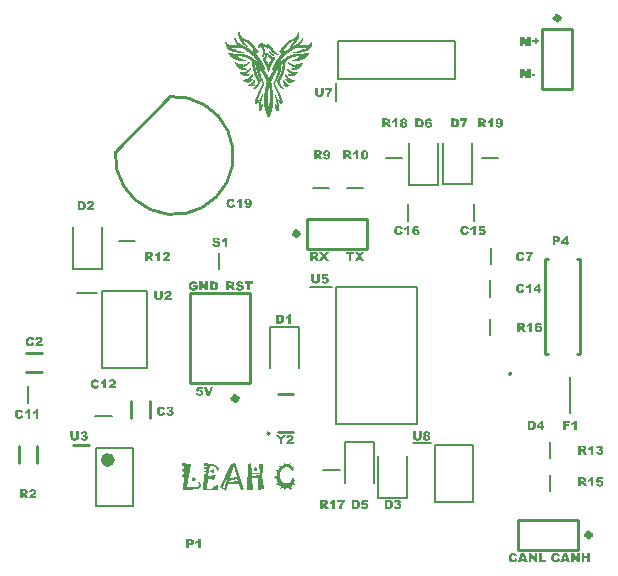
<source format=gto>
G04*
G04 #@! TF.GenerationSoftware,Altium Limited,Altium Designer,19.1.6 (110)*
G04*
G04 Layer_Color=65535*
%FSLAX44Y44*%
%MOMM*%
G71*
G01*
G75*
%ADD10C,0.5000*%
%ADD11C,0.6000*%
%ADD12C,0.2540*%
%ADD13C,0.0147*%
%ADD14C,0.2000*%
G36*
X454551Y553391D02*
X452623D01*
Y559186D01*
X451139Y553391D01*
X449397D01*
X447927Y559186D01*
Y553391D01*
X446000D01*
Y560999D01*
X449098D01*
X450268Y556360D01*
X451453Y560999D01*
X454551D01*
Y553391D01*
D02*
G37*
G36*
X459618Y558030D02*
X461617D01*
Y556345D01*
X459618D01*
Y554361D01*
X457934D01*
Y556345D01*
X455950D01*
Y558030D01*
X457934D01*
Y560028D01*
X459618D01*
Y558030D01*
D02*
G37*
G36*
X454551Y526000D02*
X452623D01*
Y531796D01*
X451139Y526000D01*
X449397D01*
X447927Y531796D01*
Y526000D01*
X446000D01*
Y533609D01*
X449098D01*
X450268Y528969D01*
X451453Y533609D01*
X454551D01*
Y526000D01*
D02*
G37*
G36*
X458590Y527956D02*
X455507D01*
Y529597D01*
X458590D01*
Y527956D01*
D02*
G37*
G36*
X251750Y199911D02*
X251217Y198197D01*
X251255D01*
X251293Y198159D01*
X251559Y198007D01*
X251864Y197741D01*
X252207Y197436D01*
X252245Y197398D01*
X252283Y197360D01*
X252473Y197131D01*
X252740Y196789D01*
X253006Y196370D01*
X254186Y197169D01*
X254834Y196141D01*
X253539Y195380D01*
Y195342D01*
X253577Y195304D01*
X253654Y195114D01*
X253768Y194847D01*
X253882Y194542D01*
X253920Y194466D01*
X253958Y194314D01*
X254034Y194123D01*
X254110Y193895D01*
X252892Y193400D01*
X252854Y193476D01*
X252740Y193629D01*
X252549Y193895D01*
X252321Y194238D01*
X252016Y194618D01*
X251674Y194961D01*
X251255Y195342D01*
X250836Y195646D01*
X250798Y195685D01*
X250646Y195761D01*
X250379Y195875D01*
X250075Y196027D01*
X249656Y196180D01*
X249199Y196294D01*
X248704Y196370D01*
X248171Y196408D01*
X247942D01*
X247714Y196370D01*
X247409Y196332D01*
X247067Y196256D01*
X246648Y196180D01*
X246267Y196027D01*
X245848Y195837D01*
X245810Y195799D01*
X245658Y195723D01*
X245467Y195608D01*
X245201Y195456D01*
X244934Y195228D01*
X244592Y194923D01*
X244249Y194618D01*
X243944Y194238D01*
X243906Y194200D01*
X243830Y194047D01*
X243678Y193857D01*
X243487Y193591D01*
X243297Y193286D01*
X243107Y192905D01*
X242916Y192486D01*
X242764Y192068D01*
Y192029D01*
X242688Y191877D01*
X242650Y191649D01*
X242574Y191344D01*
X242498Y190963D01*
X242460Y190544D01*
X242383Y189631D01*
Y189555D01*
Y189402D01*
X242421Y189098D01*
Y188755D01*
X242460Y188336D01*
X242536Y187917D01*
X242726Y187004D01*
Y186966D01*
X242802Y186813D01*
X242878Y186585D01*
X242993Y186318D01*
X243145Y185976D01*
X243335Y185633D01*
X243564Y185252D01*
X243830Y184909D01*
X243868Y184871D01*
X243983Y184757D01*
X244135Y184567D01*
X244363Y184338D01*
X244630Y184072D01*
X244972Y183805D01*
X245315Y183577D01*
X245696Y183348D01*
X245734Y183310D01*
X245886Y183272D01*
X246115Y183196D01*
X246419Y183120D01*
X246800Y183006D01*
X247219Y182930D01*
X247676Y182892D01*
X248171Y182854D01*
X248475D01*
X248818Y182930D01*
X249275Y183006D01*
X249732Y183120D01*
X250265Y183310D01*
X250760Y183577D01*
X251255Y183958D01*
X251293Y183996D01*
X251445Y184148D01*
X251635Y184415D01*
X251864Y184757D01*
X252092Y185176D01*
X252283Y185671D01*
X252435Y186242D01*
X252473Y186889D01*
X253615Y187346D01*
X253654Y187270D01*
X253730Y187118D01*
X253844Y186851D01*
X253958Y186547D01*
X253996Y186471D01*
X254034Y186280D01*
X254110Y185976D01*
X254186Y185633D01*
X255481D01*
Y184681D01*
X254301D01*
Y184643D01*
Y184567D01*
Y184453D01*
Y184338D01*
X254263Y183958D01*
X254186Y183539D01*
Y183501D01*
X254148Y183463D01*
Y183348D01*
X254110Y183196D01*
X253996Y182854D01*
X253806Y182435D01*
X255215Y181825D01*
X254796Y180950D01*
X253425Y181597D01*
Y181559D01*
X253349Y181483D01*
X253273Y181369D01*
X253158Y181216D01*
X252892Y180874D01*
X252549Y180455D01*
X252511Y180417D01*
X252473Y180379D01*
X252245Y180150D01*
X251864Y179884D01*
X251445Y179579D01*
X252131Y178018D01*
X251103Y177409D01*
X250379Y179008D01*
X250341D01*
X250227Y178970D01*
X250075Y178894D01*
X249846Y178856D01*
X249618Y178780D01*
X249313Y178703D01*
X248704Y178589D01*
X248552D01*
X248399Y178551D01*
X247714D01*
X247143Y178627D01*
X246800Y176800D01*
X245658Y177104D01*
X246115Y178741D01*
X246077D01*
X246000Y178780D01*
X245924D01*
X245772Y178818D01*
X245391Y178894D01*
X245011Y179008D01*
X244972D01*
X244934Y179046D01*
X244706Y179122D01*
X244363Y179274D01*
X244021Y179427D01*
X243145Y177942D01*
X242231Y178665D01*
X242993Y179998D01*
X242955Y180036D01*
X242878Y180074D01*
X242802Y180150D01*
X242650Y180264D01*
X242307Y180569D01*
X241926Y180912D01*
X241888Y180950D01*
X241850Y180988D01*
X241736Y181102D01*
X241622Y181254D01*
X241317Y181635D01*
X240975Y182092D01*
X239414Y181292D01*
X238881Y182168D01*
X240442Y183044D01*
X240403Y183082D01*
X240365Y183234D01*
X240289Y183425D01*
X240175Y183691D01*
X240023Y183996D01*
X239909Y184338D01*
X239680Y185100D01*
Y185138D01*
X239642Y185290D01*
X239604Y185519D01*
X239566Y185823D01*
X239490Y186166D01*
X239452Y186547D01*
X239414Y187422D01*
X237700Y187156D01*
X237434Y188298D01*
X239414Y188565D01*
Y188603D01*
X239452Y188755D01*
Y188945D01*
X239490Y189212D01*
X239566Y189555D01*
X239604Y189897D01*
X239756Y190659D01*
Y190697D01*
X239794Y190849D01*
X239870Y191040D01*
X239909Y191306D01*
X240023Y191611D01*
X240137Y191953D01*
X240403Y192677D01*
X238804Y193743D01*
X239528Y194771D01*
X240898Y193781D01*
Y193819D01*
X240975Y193895D01*
X241051Y194009D01*
X241127Y194162D01*
X241393Y194542D01*
X241660Y194961D01*
X241698Y194999D01*
X241736Y195037D01*
X241926Y195304D01*
X242193Y195608D01*
X242460Y195951D01*
X241317Y197512D01*
X242155Y198159D01*
X243259Y196751D01*
X243297Y196789D01*
X243373Y196865D01*
X243487Y196941D01*
X243678Y197093D01*
X244097Y197398D01*
X244554Y197703D01*
X244592Y197741D01*
X244668Y197779D01*
X244782Y197855D01*
X244972Y197931D01*
X245391Y198159D01*
X245848Y198388D01*
X245467Y199911D01*
X246686Y200139D01*
X246914Y198692D01*
X246990Y198731D01*
X247143Y198769D01*
X247409Y198807D01*
X247714Y198845D01*
X247790D01*
X248018Y198883D01*
X248285Y198921D01*
X248894D01*
X249161Y198883D01*
X249465Y198845D01*
X249541D01*
X249732Y198807D01*
X250036Y198731D01*
X250341Y198654D01*
X250722Y200139D01*
X251750Y199911D01*
D02*
G37*
G36*
X166882Y199149D02*
X163226Y179807D01*
X163721Y179846D01*
X164064D01*
X164483Y179807D01*
X164978Y179769D01*
X165282D01*
X165473Y179731D01*
X165739D01*
X166006Y179693D01*
X166653Y179655D01*
X166843D01*
X167034Y179617D01*
X167262D01*
X167833Y179579D01*
X168404Y179503D01*
X168823D01*
X169204Y179465D01*
X169927D01*
X170308Y179503D01*
X170727Y179541D01*
X171260Y179617D01*
X171755Y179693D01*
X172250Y179846D01*
X172669Y180036D01*
X172707Y180074D01*
X172821Y180150D01*
X173011Y180264D01*
X173202Y180455D01*
X173354Y180721D01*
X173545Y181026D01*
X173659Y181369D01*
X173697Y181787D01*
Y181863D01*
Y182016D01*
X173659Y182282D01*
X173583Y182587D01*
Y182625D01*
X173545Y182663D01*
X173506Y182892D01*
X173392Y183196D01*
X173278Y183577D01*
X174230Y184110D01*
X174268Y184072D01*
X174306Y183958D01*
X174420Y183767D01*
X174534Y183539D01*
X174649Y183272D01*
X174801Y182968D01*
X175029Y182320D01*
Y182282D01*
X175068Y182168D01*
X175106Y182016D01*
X175182Y181825D01*
X175258Y181369D01*
X175296Y180835D01*
Y180797D01*
Y180645D01*
X175258Y180455D01*
X175182Y180226D01*
X175106Y179922D01*
X174953Y179617D01*
X174725Y179312D01*
X174458Y179008D01*
X174420Y178970D01*
X174306Y178894D01*
X174116Y178779D01*
X173849Y178589D01*
X173545Y178437D01*
X173126Y178246D01*
X172631Y178094D01*
X172098Y177942D01*
X172060D01*
X171945Y177904D01*
X171717Y177866D01*
X171450Y177828D01*
X171070Y177751D01*
X170651Y177675D01*
X170118Y177637D01*
X169547Y177561D01*
X169242D01*
X168899Y177523D01*
X168442Y177485D01*
X167871D01*
X167186Y177447D01*
X166387Y177409D01*
X165206D01*
X164787Y177371D01*
X164292D01*
X163721Y177333D01*
X163150D01*
X162541Y177295D01*
X162008Y177257D01*
X161932D01*
X161779Y177218D01*
X161551D01*
X161246Y177180D01*
X160599Y177066D01*
X160333Y176990D01*
X160066Y176914D01*
X160790Y187803D01*
X159000Y187955D01*
X159114Y190164D01*
X160980Y190202D01*
X161132Y192639D01*
X159228Y192791D01*
X159343Y194961D01*
X161285Y194885D01*
X161475Y197436D01*
X159457Y197665D01*
X159495Y199682D01*
X166882Y199149D01*
D02*
G37*
G36*
X178761Y199759D02*
X179103Y199720D01*
X179484Y199682D01*
X179903Y199644D01*
X180855Y199568D01*
X181083D01*
X181350Y199530D01*
X181654D01*
X182073Y199492D01*
X182492D01*
X183444Y199416D01*
X183520D01*
X183710Y199378D01*
X183977Y199340D01*
X184358Y199264D01*
X184776Y199187D01*
X185233Y199111D01*
X186147Y198883D01*
X186185D01*
X186338Y198807D01*
X186566Y198731D01*
X186871Y198654D01*
X187213Y198502D01*
X187556Y198388D01*
X188241Y198007D01*
X188279Y197969D01*
X188432Y197893D01*
X188622Y197741D01*
X188889Y197550D01*
X189155Y197322D01*
X189460Y197017D01*
X189764Y196674D01*
X190031Y196294D01*
X190069Y196256D01*
X190145Y196103D01*
X190259Y195913D01*
X190412Y195608D01*
X190564Y195266D01*
X190716Y194847D01*
X190868Y194390D01*
X190983Y193895D01*
X188927Y193324D01*
Y193400D01*
Y193552D01*
X188889Y193819D01*
X188812Y194123D01*
X188736Y194466D01*
X188660Y194847D01*
X188508Y195228D01*
X188356Y195570D01*
X188318Y195608D01*
X188279Y195723D01*
X188165Y195875D01*
X188013Y196065D01*
X187822Y196294D01*
X187556Y196522D01*
X187289Y196713D01*
X186985Y196903D01*
X186947D01*
X186909Y196941D01*
X186756Y197017D01*
X186604Y197055D01*
X186376Y197131D01*
X186109Y197208D01*
X185805Y197284D01*
X185424Y197360D01*
X185386D01*
X185233Y197398D01*
X185005Y197436D01*
X184700Y197474D01*
X184320Y197512D01*
X183863Y197588D01*
X183330Y197626D01*
X182759Y197703D01*
X181730Y189136D01*
X188356Y189517D01*
X186680Y185823D01*
X181426Y186927D01*
X180284Y178323D01*
X185119Y178246D01*
X186794Y180683D01*
X189498Y180874D01*
X189574Y176761D01*
X177124Y177447D01*
X177847Y190925D01*
X179560Y190811D01*
X179865Y191953D01*
X177847D01*
X177961Y193514D01*
X179865Y193362D01*
X180055Y194771D01*
X178037D01*
X178075Y196294D01*
X179979Y196141D01*
X180246Y197322D01*
X178151Y197436D01*
X178304Y199797D01*
X178532D01*
X178761Y199759D01*
D02*
G37*
G36*
X221899Y196294D02*
X222052Y196256D01*
X222394Y196141D01*
X222585Y195989D01*
X222775Y195837D01*
X222813Y195799D01*
X222851Y195761D01*
X223041Y195532D01*
X223194Y195152D01*
X223232Y194923D01*
X223270Y194695D01*
Y194657D01*
Y194580D01*
X223232Y194466D01*
X223194Y194314D01*
X223080Y193971D01*
X222927Y193781D01*
X222775Y193591D01*
X222737D01*
X222699Y193514D01*
X222470Y193362D01*
X222128Y193210D01*
X221899Y193172D01*
X221671Y193134D01*
X221557D01*
X221442Y193172D01*
X221290Y193210D01*
X220909Y193324D01*
X220719Y193438D01*
X220529Y193591D01*
X220490Y193629D01*
X220452Y193667D01*
X220300Y193895D01*
X220110Y194238D01*
X220072Y194466D01*
X220034Y194695D01*
Y194733D01*
Y194809D01*
X220072Y194923D01*
X220110Y195114D01*
X220224Y195456D01*
X220338Y195646D01*
X220490Y195837D01*
X220529Y195875D01*
X220567Y195913D01*
X220681Y195989D01*
X220833Y196103D01*
X221214Y196256D01*
X221442Y196294D01*
X221671Y196332D01*
X221785D01*
X221899Y196294D01*
D02*
G37*
G36*
X186147Y191344D02*
X183139Y192068D01*
X184129Y194162D01*
X186528Y194771D01*
X186147Y191344D01*
D02*
G37*
G36*
X169509Y187613D02*
X169661D01*
X170004Y187460D01*
X170194Y187346D01*
X170384Y187194D01*
X170422Y187156D01*
X170460Y187118D01*
X170651Y186889D01*
X170803Y186547D01*
X170841Y186318D01*
X170879Y186090D01*
Y186052D01*
Y185975D01*
X170841Y185861D01*
X170803Y185709D01*
X170689Y185328D01*
X170537Y185138D01*
X170384Y184947D01*
X170346Y184909D01*
X170308Y184871D01*
X170080Y184719D01*
X169737Y184529D01*
X169509Y184491D01*
X169280Y184453D01*
X169166D01*
X169052Y184491D01*
X168861Y184529D01*
X168481Y184681D01*
X168290Y184795D01*
X168100Y184947D01*
Y184986D01*
X168024Y185024D01*
X167948Y185138D01*
X167871Y185290D01*
X167719Y185633D01*
X167681Y185861D01*
X167643Y186090D01*
Y186128D01*
Y186204D01*
X167681Y186318D01*
X167719Y186471D01*
X167871Y186813D01*
X167986Y187004D01*
X168138Y187194D01*
X168176Y187232D01*
X168214Y187270D01*
X168328Y187346D01*
X168481Y187422D01*
X168823Y187575D01*
X169052Y187651D01*
X169394D01*
X169509Y187613D01*
D02*
G37*
G36*
X211695Y177942D02*
X209411Y177447D01*
X207850Y182168D01*
X198598Y182282D01*
X196275Y176000D01*
X191325Y179427D01*
X201034Y199378D01*
X204652Y199682D01*
X211695Y177942D01*
D02*
G37*
G36*
X218549Y191877D02*
X225098Y191572D01*
X224869Y199416D01*
X228296Y199340D01*
X227610Y192448D01*
Y192372D01*
X227572Y192144D01*
Y191839D01*
X227534Y191458D01*
X227496Y191040D01*
X227458Y190621D01*
X227420Y190202D01*
X227382Y189821D01*
Y189783D01*
Y189707D01*
X227344Y189555D01*
Y189402D01*
Y189250D01*
X227306Y189098D01*
Y189021D01*
Y188983D01*
Y188907D01*
Y188717D01*
Y188412D01*
Y188070D01*
Y188032D01*
Y187994D01*
X227344Y187765D01*
X227382Y187460D01*
X227420Y187118D01*
Y187080D01*
X227458Y186966D01*
Y186813D01*
X227496Y186623D01*
X227572Y186166D01*
X227610Y185747D01*
Y185671D01*
X227649Y185519D01*
X227687Y185328D01*
Y185214D01*
X228524Y177713D01*
X224031Y177409D01*
X223346Y187308D01*
X218739Y186889D01*
X219120Y176685D01*
X214170Y177447D01*
X215160Y199302D01*
X218054Y199606D01*
X218549Y191877D01*
D02*
G37*
G36*
X515870Y186052D02*
X512444D01*
X512258Y184896D01*
X512272Y184911D01*
X512315Y184925D01*
X512387Y184953D01*
X512487Y184996D01*
X512587Y185039D01*
X512701Y185082D01*
X512958Y185153D01*
X512972D01*
X513015Y185168D01*
X513086Y185182D01*
X513172Y185196D01*
X513286Y185210D01*
X513400Y185225D01*
X513643Y185239D01*
X513757D01*
X513829Y185225D01*
X513928D01*
X514043Y185196D01*
X514314Y185153D01*
X514614Y185068D01*
X514913Y184939D01*
X515070Y184868D01*
X515227Y184768D01*
X515370Y184668D01*
X515513Y184539D01*
X515527Y184525D01*
X515541Y184511D01*
X515584Y184468D01*
X515627Y184411D01*
X515741Y184268D01*
X515870Y184068D01*
X515998Y183811D01*
X516112Y183512D01*
X516198Y183183D01*
X516212Y182998D01*
X516227Y182798D01*
Y182784D01*
Y182769D01*
Y182726D01*
Y182669D01*
X516212Y182527D01*
X516184Y182355D01*
X516141Y182127D01*
X516070Y181898D01*
X515984Y181642D01*
X515855Y181385D01*
Y181370D01*
X515841Y181356D01*
X515784Y181271D01*
X515699Y181156D01*
X515584Y180999D01*
X515442Y180842D01*
X515256Y180671D01*
X515056Y180500D01*
X514813Y180357D01*
X514799D01*
X514785Y180343D01*
X514742Y180328D01*
X514699Y180300D01*
X514542Y180243D01*
X514342Y180186D01*
X514100Y180114D01*
X513800Y180057D01*
X513457Y180014D01*
X513086Y180000D01*
X512958D01*
X512815Y180014D01*
X512644D01*
X512444Y180028D01*
X512215Y180057D01*
X512001Y180086D01*
X511787Y180128D01*
X511759Y180143D01*
X511702Y180157D01*
X511602Y180186D01*
X511473Y180243D01*
X511330Y180300D01*
X511173Y180371D01*
X510874Y180557D01*
X510859Y180571D01*
X510816Y180614D01*
X510745Y180671D01*
X510659Y180742D01*
X510560Y180842D01*
X510460Y180942D01*
X510260Y181199D01*
X510246Y181213D01*
X510217Y181271D01*
X510174Y181342D01*
X510131Y181442D01*
X510074Y181570D01*
X510003Y181727D01*
X509946Y181898D01*
X509889Y182084D01*
X512030Y182327D01*
Y182298D01*
X512044Y182241D01*
X512073Y182155D01*
X512101Y182041D01*
X512144Y181913D01*
X512215Y181784D01*
X512287Y181656D01*
X512387Y181542D01*
X512401Y181527D01*
X512444Y181499D01*
X512501Y181456D01*
X512587Y181413D01*
X512687Y181370D01*
X512801Y181328D01*
X512929Y181299D01*
X513072Y181285D01*
X513143D01*
X513229Y181299D01*
X513329Y181328D01*
X513443Y181370D01*
X513572Y181427D01*
X513686Y181499D01*
X513800Y181613D01*
X513814Y181627D01*
X513843Y181670D01*
X513900Y181756D01*
X513957Y181856D01*
X514000Y181999D01*
X514057Y182170D01*
X514085Y182384D01*
X514100Y182612D01*
Y182627D01*
Y182641D01*
Y182726D01*
X514085Y182841D01*
X514057Y182983D01*
X514028Y183155D01*
X513971Y183312D01*
X513900Y183469D01*
X513800Y183597D01*
X513786Y183612D01*
X513743Y183654D01*
X513686Y183697D01*
X513586Y183769D01*
X513472Y183826D01*
X513343Y183869D01*
X513186Y183911D01*
X513015Y183926D01*
X512958D01*
X512901Y183911D01*
X512829D01*
X512644Y183854D01*
X512544Y183826D01*
X512430Y183769D01*
X512415D01*
X512387Y183740D01*
X512344Y183711D01*
X512287Y183683D01*
X512215Y183626D01*
X512144Y183554D01*
X512058Y183469D01*
X511959Y183369D01*
X510160Y183640D01*
X510831Y187737D01*
X515870D01*
Y186052D01*
D02*
G37*
G36*
X507676Y180128D02*
X505535D01*
Y185196D01*
X505506Y185182D01*
X505449Y185125D01*
X505349Y185053D01*
X505206Y184968D01*
X505050Y184868D01*
X504878Y184753D01*
X504707Y184654D01*
X504521Y184554D01*
X504493Y184539D01*
X504436Y184511D01*
X504336Y184468D01*
X504193Y184411D01*
X504007Y184340D01*
X503808Y184254D01*
X503565Y184182D01*
X503308Y184097D01*
Y185824D01*
X503322D01*
X503351Y185838D01*
X503408Y185853D01*
X503479Y185881D01*
X503579Y185924D01*
X503679Y185953D01*
X503922Y186052D01*
X504193Y186181D01*
X504464Y186324D01*
X504735Y186481D01*
X504978Y186652D01*
X505007Y186681D01*
X505078Y186738D01*
X505192Y186838D01*
X505321Y186980D01*
X505478Y187166D01*
X505635Y187366D01*
X505778Y187609D01*
X505920Y187865D01*
X507676D01*
Y180128D01*
D02*
G37*
G36*
X499282Y187723D02*
X499525Y187708D01*
X499796Y187694D01*
X500068Y187651D01*
X500339Y187609D01*
X500567Y187537D01*
X500596Y187523D01*
X500667Y187494D01*
X500767Y187451D01*
X500910Y187380D01*
X501053Y187280D01*
X501209Y187166D01*
X501367Y187009D01*
X501509Y186838D01*
X501524Y186809D01*
X501566Y186752D01*
X501623Y186638D01*
X501695Y186495D01*
X501752Y186324D01*
X501809Y186110D01*
X501852Y185867D01*
X501866Y185610D01*
Y185581D01*
Y185510D01*
X501852Y185382D01*
X501838Y185239D01*
X501795Y185068D01*
X501752Y184882D01*
X501681Y184696D01*
X501595Y184525D01*
X501581Y184511D01*
X501552Y184454D01*
X501481Y184368D01*
X501395Y184268D01*
X501295Y184140D01*
X501167Y184025D01*
X501024Y183897D01*
X500853Y183783D01*
X500838Y183769D01*
X500796Y183754D01*
X500724Y183711D01*
X500639Y183669D01*
X500524Y183626D01*
X500382Y183569D01*
X500210Y183526D01*
X500025Y183469D01*
X500039D01*
X500096Y183440D01*
X500168Y183426D01*
X500253Y183383D01*
X500453Y183298D01*
X500553Y183255D01*
X500639Y183198D01*
X500667Y183183D01*
X500696Y183155D01*
X500738Y183112D01*
X500781Y183055D01*
X500853Y182983D01*
X500924Y182898D01*
X501010Y182784D01*
X501024Y182769D01*
X501053Y182741D01*
X501095Y182684D01*
X501138Y182612D01*
X501252Y182470D01*
X501295Y182398D01*
X501338Y182327D01*
X502480Y180128D01*
X499811D01*
X498569Y182441D01*
X498554Y182455D01*
X498526Y182512D01*
X498483Y182598D01*
X498426Y182684D01*
X498283Y182883D01*
X498212Y182969D01*
X498140Y183026D01*
X498126Y183041D01*
X498098Y183055D01*
X498041Y183083D01*
X497969Y183126D01*
X497883Y183155D01*
X497798Y183183D01*
X497684Y183198D01*
X497570Y183212D01*
X497370D01*
Y180128D01*
X495000D01*
Y187737D01*
X499183D01*
X499282Y187723D01*
D02*
G37*
G36*
X504976Y116000D02*
X502606D01*
Y119083D01*
X500037D01*
Y116000D01*
X497681D01*
Y123609D01*
X500037D01*
Y120953D01*
X502606D01*
Y123609D01*
X504976D01*
Y116000D01*
D02*
G37*
G36*
X476098Y123723D02*
X476212D01*
X476355Y123708D01*
X476512Y123694D01*
X476683Y123666D01*
X477040Y123594D01*
X477411Y123494D01*
X477782Y123351D01*
X477954Y123252D01*
X478111Y123152D01*
X478125D01*
X478153Y123123D01*
X478196Y123095D01*
X478253Y123038D01*
X478396Y122909D01*
X478582Y122709D01*
X478782Y122452D01*
X478981Y122152D01*
X479081Y121981D01*
X479181Y121796D01*
X479267Y121581D01*
X479353Y121367D01*
X477268Y120911D01*
Y120925D01*
X477254Y120968D01*
X477226Y121025D01*
X477197Y121096D01*
X477126Y121267D01*
X477083Y121339D01*
X477040Y121410D01*
X477026Y121424D01*
X477011Y121453D01*
X476969Y121510D01*
X476912Y121567D01*
X476754Y121696D01*
X476555Y121824D01*
X476540Y121838D01*
X476512Y121853D01*
X476441Y121881D01*
X476369Y121910D01*
X476269Y121938D01*
X476169Y121953D01*
X476041Y121981D01*
X475841D01*
X475784Y121967D01*
X475641Y121953D01*
X475456Y121896D01*
X475256Y121824D01*
X475056Y121710D01*
X474856Y121553D01*
X474770Y121453D01*
X474685Y121339D01*
X474670Y121310D01*
X474642Y121253D01*
X474585Y121139D01*
X474528Y120968D01*
X474471Y120753D01*
X474413Y120497D01*
X474385Y120197D01*
X474371Y119840D01*
Y119826D01*
Y119783D01*
Y119726D01*
Y119640D01*
X474385Y119526D01*
Y119412D01*
X474413Y119141D01*
X474471Y118855D01*
X474528Y118569D01*
X474628Y118313D01*
X474685Y118198D01*
X474756Y118098D01*
X474770Y118084D01*
X474827Y118027D01*
X474913Y117956D01*
X475042Y117870D01*
X475184Y117784D01*
X475370Y117713D01*
X475584Y117656D01*
X475827Y117642D01*
X475941D01*
X476055Y117656D01*
X476212Y117684D01*
X476383Y117727D01*
X476555Y117799D01*
X476712Y117884D01*
X476855Y118013D01*
X476869Y118027D01*
X476912Y118084D01*
X476983Y118170D01*
X477054Y118284D01*
X477140Y118441D01*
X477226Y118627D01*
X477297Y118855D01*
X477368Y119112D01*
X479424Y118484D01*
Y118469D01*
X479410Y118441D01*
X479395Y118398D01*
X479381Y118341D01*
X479338Y118184D01*
X479267Y117970D01*
X479167Y117741D01*
X479053Y117499D01*
X478910Y117256D01*
X478753Y117028D01*
X478739Y116999D01*
X478667Y116928D01*
X478582Y116828D01*
X478453Y116699D01*
X478296Y116571D01*
X478096Y116414D01*
X477896Y116285D01*
X477654Y116157D01*
X477640D01*
X477625Y116143D01*
X477583Y116129D01*
X477540Y116114D01*
X477397Y116071D01*
X477197Y116014D01*
X476954Y115957D01*
X476669Y115914D01*
X476341Y115886D01*
X475969Y115871D01*
X475770D01*
X475655Y115886D01*
X475541D01*
X475256Y115914D01*
X474927Y115957D01*
X474585Y116028D01*
X474257Y116114D01*
X473942Y116228D01*
X473928D01*
X473914Y116243D01*
X473871Y116271D01*
X473814Y116300D01*
X473671Y116385D01*
X473486Y116514D01*
X473271Y116699D01*
X473043Y116914D01*
X472815Y117170D01*
X472586Y117485D01*
Y117499D01*
X472558Y117527D01*
X472529Y117584D01*
X472501Y117656D01*
X472458Y117741D01*
X472401Y117856D01*
X472358Y117970D01*
X472301Y118113D01*
X472244Y118284D01*
X472201Y118455D01*
X472144Y118641D01*
X472101Y118855D01*
X472044Y119312D01*
X472015Y119811D01*
Y119840D01*
Y119897D01*
Y119997D01*
X472030Y120125D01*
X472044Y120282D01*
X472072Y120468D01*
X472101Y120668D01*
X472144Y120882D01*
X472187Y121110D01*
X472258Y121353D01*
X472344Y121581D01*
X472444Y121824D01*
X472558Y122067D01*
X472686Y122295D01*
X472843Y122509D01*
X473014Y122709D01*
X473029Y122723D01*
X473057Y122752D01*
X473115Y122809D01*
X473200Y122866D01*
X473300Y122952D01*
X473428Y123038D01*
X473571Y123123D01*
X473743Y123223D01*
X473942Y123323D01*
X474142Y123409D01*
X474385Y123494D01*
X474642Y123580D01*
X474913Y123637D01*
X475199Y123694D01*
X475527Y123723D01*
X475855Y123737D01*
X475998D01*
X476098Y123723D01*
D02*
G37*
G36*
X440083D02*
X440197D01*
X440340Y123708D01*
X440497Y123694D01*
X440668Y123666D01*
X441025Y123594D01*
X441396Y123494D01*
X441767Y123351D01*
X441938Y123252D01*
X442095Y123152D01*
X442110D01*
X442138Y123123D01*
X442181Y123095D01*
X442238Y123038D01*
X442381Y122909D01*
X442566Y122709D01*
X442766Y122452D01*
X442966Y122152D01*
X443066Y121981D01*
X443166Y121796D01*
X443252Y121581D01*
X443337Y121367D01*
X441253Y120911D01*
Y120925D01*
X441239Y120968D01*
X441210Y121025D01*
X441182Y121096D01*
X441110Y121267D01*
X441068Y121339D01*
X441025Y121410D01*
X441010Y121424D01*
X440996Y121453D01*
X440953Y121510D01*
X440896Y121567D01*
X440739Y121696D01*
X440539Y121824D01*
X440525Y121838D01*
X440497Y121853D01*
X440425Y121881D01*
X440354Y121910D01*
X440254Y121938D01*
X440154Y121953D01*
X440025Y121981D01*
X439826D01*
X439768Y121967D01*
X439626Y121953D01*
X439440Y121896D01*
X439240Y121824D01*
X439040Y121710D01*
X438841Y121553D01*
X438755Y121453D01*
X438669Y121339D01*
X438655Y121310D01*
X438627Y121253D01*
X438569Y121139D01*
X438512Y120968D01*
X438455Y120753D01*
X438398Y120497D01*
X438370Y120197D01*
X438355Y119840D01*
Y119826D01*
Y119783D01*
Y119726D01*
Y119640D01*
X438370Y119526D01*
Y119412D01*
X438398Y119141D01*
X438455Y118855D01*
X438512Y118569D01*
X438612Y118313D01*
X438669Y118198D01*
X438741Y118098D01*
X438755Y118084D01*
X438812Y118027D01*
X438898Y117956D01*
X439026Y117870D01*
X439169Y117784D01*
X439355Y117713D01*
X439569Y117656D01*
X439811Y117642D01*
X439926D01*
X440040Y117656D01*
X440197Y117684D01*
X440368Y117727D01*
X440539Y117799D01*
X440696Y117884D01*
X440839Y118013D01*
X440853Y118027D01*
X440896Y118084D01*
X440968Y118170D01*
X441039Y118284D01*
X441125Y118441D01*
X441210Y118627D01*
X441282Y118855D01*
X441353Y119112D01*
X443409Y118484D01*
Y118469D01*
X443394Y118441D01*
X443380Y118398D01*
X443366Y118341D01*
X443323Y118184D01*
X443252Y117970D01*
X443152Y117741D01*
X443037Y117499D01*
X442895Y117256D01*
X442738Y117028D01*
X442723Y116999D01*
X442652Y116928D01*
X442566Y116828D01*
X442438Y116699D01*
X442281Y116571D01*
X442081Y116414D01*
X441881Y116285D01*
X441638Y116157D01*
X441624D01*
X441610Y116143D01*
X441567Y116129D01*
X441524Y116114D01*
X441382Y116071D01*
X441182Y116014D01*
X440939Y115957D01*
X440654Y115914D01*
X440325Y115886D01*
X439954Y115871D01*
X439754D01*
X439640Y115886D01*
X439526D01*
X439240Y115914D01*
X438912Y115957D01*
X438569Y116028D01*
X438241Y116114D01*
X437927Y116228D01*
X437913D01*
X437898Y116243D01*
X437856Y116271D01*
X437799Y116300D01*
X437656Y116385D01*
X437470Y116514D01*
X437256Y116699D01*
X437028Y116914D01*
X436799Y117170D01*
X436571Y117485D01*
Y117499D01*
X436542Y117527D01*
X436514Y117584D01*
X436485Y117656D01*
X436442Y117741D01*
X436385Y117856D01*
X436343Y117970D01*
X436286Y118113D01*
X436228Y118284D01*
X436186Y118455D01*
X436129Y118641D01*
X436086Y118855D01*
X436029Y119312D01*
X436000Y119811D01*
Y119840D01*
Y119897D01*
Y119997D01*
X436014Y120125D01*
X436029Y120282D01*
X436057Y120468D01*
X436086Y120668D01*
X436129Y120882D01*
X436171Y121110D01*
X436243Y121353D01*
X436328Y121581D01*
X436428Y121824D01*
X436542Y122067D01*
X436671Y122295D01*
X436828Y122509D01*
X436999Y122709D01*
X437014Y122723D01*
X437042Y122752D01*
X437099Y122809D01*
X437185Y122866D01*
X437285Y122952D01*
X437413Y123038D01*
X437556Y123123D01*
X437727Y123223D01*
X437927Y123323D01*
X438127Y123409D01*
X438370Y123494D01*
X438627Y123580D01*
X438898Y123637D01*
X439183Y123694D01*
X439512Y123723D01*
X439840Y123737D01*
X439983D01*
X440083Y123723D01*
D02*
G37*
G36*
X496125Y116000D02*
X493913D01*
X491058Y120183D01*
Y116000D01*
X488845D01*
Y123609D01*
X491029D01*
X493913Y119383D01*
Y123609D01*
X496125D01*
Y116000D01*
D02*
G37*
G36*
X460110D02*
X457897D01*
X455043Y120183D01*
Y116000D01*
X452830D01*
Y123609D01*
X455014D01*
X457897Y119383D01*
Y123609D01*
X460110D01*
Y116000D01*
D02*
G37*
G36*
X488089D02*
X485619D01*
X485234Y117256D01*
X482579D01*
X482193Y116000D01*
X479795D01*
X482636Y123609D01*
X485219D01*
X488089Y116000D01*
D02*
G37*
G36*
X464021Y117870D02*
X467690D01*
Y116000D01*
X461666D01*
Y123609D01*
X464021D01*
Y117870D01*
D02*
G37*
G36*
X452073Y116000D02*
X449604D01*
X449218Y117256D01*
X446563D01*
X446178Y116000D01*
X443780D01*
X446620Y123609D01*
X449204D01*
X452073Y116000D01*
D02*
G37*
G36*
X311253Y374911D02*
X313851Y371000D01*
X311210D01*
X309697Y373441D01*
X308198Y371000D01*
X305571D01*
X308198Y374954D01*
X305814Y378609D01*
X308412D01*
X309739Y376267D01*
X311053Y378609D01*
X313622D01*
X311253Y374911D01*
D02*
G37*
G36*
X281147D02*
X283745Y371000D01*
X281104D01*
X279591Y373441D01*
X278092Y371000D01*
X272811D01*
X271569Y373312D01*
X271554Y373327D01*
X271526Y373384D01*
X271483Y373470D01*
X271426Y373555D01*
X271283Y373755D01*
X271212Y373841D01*
X271140Y373898D01*
X271126Y373912D01*
X271098Y373926D01*
X271040Y373955D01*
X270969Y373998D01*
X270884Y374026D01*
X270798Y374055D01*
X270684Y374069D01*
X270569Y374083D01*
X270370D01*
Y371000D01*
X268000D01*
Y378609D01*
X272183D01*
X272282Y378594D01*
X272525Y378580D01*
X272796Y378566D01*
X273068Y378523D01*
X273339Y378480D01*
X273567Y378409D01*
X273596Y378394D01*
X273667Y378366D01*
X273767Y378323D01*
X273910Y378252D01*
X274053Y378152D01*
X274209Y378037D01*
X274367Y377880D01*
X274509Y377709D01*
X274524Y377681D01*
X274566Y377623D01*
X274624Y377509D01*
X274695Y377367D01*
X274752Y377195D01*
X274809Y376981D01*
X274852Y376739D01*
X274866Y376482D01*
Y376453D01*
Y376382D01*
X274852Y376253D01*
X274838Y376110D01*
X274795Y375939D01*
X274752Y375754D01*
X274681Y375568D01*
X274595Y375397D01*
X274581Y375382D01*
X274552Y375325D01*
X274481Y375240D01*
X274395Y375140D01*
X274295Y375011D01*
X274167Y374897D01*
X274024Y374768D01*
X273853Y374654D01*
X273838Y374640D01*
X273796Y374626D01*
X273724Y374583D01*
X273638Y374540D01*
X273524Y374497D01*
X273382Y374440D01*
X273210Y374397D01*
X273025Y374340D01*
X273039D01*
X273096Y374312D01*
X273167Y374297D01*
X273253Y374255D01*
X273453Y374169D01*
X273553Y374126D01*
X273638Y374069D01*
X273667Y374055D01*
X273696Y374026D01*
X273738Y373983D01*
X273781Y373926D01*
X273853Y373855D01*
X273924Y373769D01*
X274010Y373655D01*
X274024Y373641D01*
X274053Y373612D01*
X274095Y373555D01*
X274138Y373484D01*
X274252Y373341D01*
X274295Y373270D01*
X274338Y373198D01*
X275474Y371012D01*
X278092Y374954D01*
X275708Y378609D01*
X278306D01*
X279634Y376267D01*
X280947Y378609D01*
X283517D01*
X281147Y374911D01*
D02*
G37*
G36*
X305271Y376724D02*
X302873D01*
Y371000D01*
X300518D01*
Y376724D01*
X298120D01*
Y378609D01*
X305271D01*
Y376724D01*
D02*
G37*
G36*
X208577Y353723D02*
X208705D01*
X208834Y353708D01*
X208991Y353694D01*
X209162Y353666D01*
X209519Y353609D01*
X209890Y353508D01*
X210247Y353380D01*
X210418Y353294D01*
X210561Y353195D01*
X210575D01*
X210590Y353166D01*
X210690Y353095D01*
X210818Y352966D01*
X210961Y352780D01*
X211132Y352538D01*
X211203Y352395D01*
X211275Y352238D01*
X211346Y352067D01*
X211403Y351881D01*
X211446Y351681D01*
X211489Y351467D01*
X209276Y351339D01*
Y351367D01*
X209262Y351424D01*
X209233Y351510D01*
X209191Y351624D01*
X209134Y351753D01*
X209076Y351867D01*
X208991Y351981D01*
X208891Y352081D01*
X208877Y352095D01*
X208834Y352124D01*
X208777Y352152D01*
X208691Y352210D01*
X208577Y352252D01*
X208434Y352281D01*
X208277Y352309D01*
X208106Y352324D01*
X208034D01*
X207963Y352309D01*
X207877Y352295D01*
X207663Y352252D01*
X207563Y352195D01*
X207478Y352138D01*
X207463Y352124D01*
X207449Y352110D01*
X207378Y352024D01*
X207306Y351895D01*
X207292Y351810D01*
X207278Y351724D01*
Y351710D01*
Y351696D01*
X207306Y351610D01*
X207349Y351510D01*
X207392Y351453D01*
X207449Y351396D01*
X207463D01*
X207492Y351367D01*
X207535Y351339D01*
X207606Y351296D01*
X207720Y351253D01*
X207849Y351210D01*
X208020Y351153D01*
X208234Y351110D01*
X208249D01*
X208306Y351096D01*
X208377Y351082D01*
X208491Y351053D01*
X208620Y351025D01*
X208762Y350982D01*
X208919Y350953D01*
X209091Y350910D01*
X209448Y350796D01*
X209819Y350696D01*
X210161Y350568D01*
X210318Y350511D01*
X210447Y350439D01*
X210461D01*
X210475Y350425D01*
X210561Y350382D01*
X210675Y350311D01*
X210818Y350211D01*
X210975Y350083D01*
X211146Y349940D01*
X211289Y349783D01*
X211418Y349597D01*
X211432Y349569D01*
X211460Y349512D01*
X211518Y349412D01*
X211575Y349269D01*
X211632Y349098D01*
X211689Y348912D01*
X211717Y348698D01*
X211732Y348470D01*
Y348455D01*
Y348441D01*
Y348398D01*
Y348341D01*
X211717Y348213D01*
X211674Y348027D01*
X211632Y347813D01*
X211560Y347584D01*
X211460Y347356D01*
X211318Y347113D01*
X211303Y347085D01*
X211246Y347014D01*
X211146Y346899D01*
X211032Y346771D01*
X210861Y346614D01*
X210675Y346457D01*
X210447Y346314D01*
X210190Y346186D01*
X210176D01*
X210161Y346171D01*
X210119Y346157D01*
X210061Y346143D01*
X209990Y346114D01*
X209904Y346086D01*
X209690Y346029D01*
X209419Y345971D01*
X209105Y345914D01*
X208748Y345886D01*
X208349Y345872D01*
X208163D01*
X208034Y345886D01*
X207877Y345900D01*
X207692Y345914D01*
X207492Y345929D01*
X207278Y345971D01*
X206835Y346057D01*
X206393Y346186D01*
X206179Y346271D01*
X205979Y346371D01*
X205807Y346485D01*
X205651Y346614D01*
X205636Y346628D01*
X205622Y346642D01*
X205579Y346685D01*
X205536Y346742D01*
X205479Y346828D01*
X205408Y346914D01*
X205336Y347014D01*
X205265Y347128D01*
X205122Y347399D01*
X204994Y347727D01*
X204880Y348098D01*
X204851Y348298D01*
X204823Y348512D01*
X207064Y348655D01*
Y348627D01*
X207078Y348569D01*
X207092Y348470D01*
X207121Y348355D01*
X207221Y348084D01*
X207278Y347941D01*
X207349Y347827D01*
X207363Y347813D01*
X207421Y347756D01*
X207506Y347684D01*
X207620Y347599D01*
X207763Y347513D01*
X207949Y347442D01*
X208149Y347385D01*
X208391Y347370D01*
X208477D01*
X208563Y347385D01*
X208677Y347399D01*
X208805Y347427D01*
X208934Y347470D01*
X209048Y347527D01*
X209162Y347599D01*
X209176Y347613D01*
X209205Y347642D01*
X209248Y347699D01*
X209305Y347756D01*
X209405Y347927D01*
X209433Y348027D01*
X209448Y348141D01*
Y348156D01*
Y348198D01*
X209433Y348255D01*
X209419Y348327D01*
X209376Y348398D01*
X209333Y348498D01*
X209262Y348584D01*
X209176Y348669D01*
X209162Y348684D01*
X209119Y348712D01*
X209048Y348755D01*
X208934Y348812D01*
X208777Y348884D01*
X208563Y348955D01*
X208434Y348998D01*
X208306Y349040D01*
X208149Y349069D01*
X207977Y349112D01*
X207963D01*
X207906Y349126D01*
X207835Y349155D01*
X207720Y349183D01*
X207592Y349212D01*
X207449Y349255D01*
X207292Y349312D01*
X207121Y349369D01*
X206750Y349497D01*
X206393Y349654D01*
X206050Y349840D01*
X205893Y349940D01*
X205765Y350040D01*
X205736Y350068D01*
X205665Y350140D01*
X205551Y350268D01*
X205436Y350439D01*
X205322Y350654D01*
X205208Y350896D01*
X205137Y351196D01*
X205122Y351339D01*
X205108Y351510D01*
Y351539D01*
Y351610D01*
X205122Y351724D01*
X205151Y351867D01*
X205194Y352038D01*
X205251Y352224D01*
X205322Y352409D01*
X205436Y352609D01*
X205451Y352638D01*
X205508Y352695D01*
X205579Y352795D01*
X205693Y352909D01*
X205836Y353037D01*
X206022Y353180D01*
X206222Y353323D01*
X206464Y353437D01*
X206479D01*
X206493Y353451D01*
X206536Y353466D01*
X206593Y353480D01*
X206664Y353508D01*
X206750Y353537D01*
X206850Y353566D01*
X206950Y353594D01*
X207221Y353637D01*
X207549Y353694D01*
X207920Y353723D01*
X208334Y353737D01*
X208477D01*
X208577Y353723D01*
D02*
G37*
G36*
X219526Y351724D02*
X217127D01*
Y346000D01*
X214772D01*
Y351724D01*
X212374D01*
Y353609D01*
X219526D01*
Y351724D01*
D02*
G37*
G36*
X201282Y353594D02*
X201525Y353580D01*
X201796Y353566D01*
X202068Y353523D01*
X202339Y353480D01*
X202567Y353409D01*
X202596Y353394D01*
X202667Y353366D01*
X202767Y353323D01*
X202910Y353252D01*
X203053Y353152D01*
X203209Y353037D01*
X203367Y352880D01*
X203509Y352709D01*
X203524Y352681D01*
X203566Y352623D01*
X203624Y352509D01*
X203695Y352367D01*
X203752Y352195D01*
X203809Y351981D01*
X203852Y351739D01*
X203866Y351482D01*
Y351453D01*
Y351382D01*
X203852Y351253D01*
X203838Y351110D01*
X203795Y350939D01*
X203752Y350754D01*
X203681Y350568D01*
X203595Y350397D01*
X203581Y350382D01*
X203552Y350325D01*
X203481Y350240D01*
X203395Y350140D01*
X203295Y350011D01*
X203167Y349897D01*
X203024Y349768D01*
X202853Y349654D01*
X202838Y349640D01*
X202796Y349626D01*
X202724Y349583D01*
X202638Y349540D01*
X202524Y349497D01*
X202382Y349440D01*
X202210Y349397D01*
X202025Y349340D01*
X202039D01*
X202096Y349312D01*
X202167Y349297D01*
X202253Y349255D01*
X202453Y349169D01*
X202553Y349126D01*
X202638Y349069D01*
X202667Y349055D01*
X202696Y349026D01*
X202738Y348983D01*
X202781Y348926D01*
X202853Y348855D01*
X202924Y348769D01*
X203010Y348655D01*
X203024Y348641D01*
X203053Y348612D01*
X203095Y348555D01*
X203138Y348484D01*
X203252Y348341D01*
X203295Y348270D01*
X203338Y348198D01*
X204480Y346000D01*
X201811D01*
X200569Y348312D01*
X200554Y348327D01*
X200526Y348384D01*
X200483Y348470D01*
X200426Y348555D01*
X200283Y348755D01*
X200212Y348841D01*
X200140Y348898D01*
X200126Y348912D01*
X200098Y348926D01*
X200040Y348955D01*
X199969Y348998D01*
X199883Y349026D01*
X199798Y349055D01*
X199684Y349069D01*
X199569Y349083D01*
X199370D01*
Y346000D01*
X197000D01*
Y353609D01*
X201182D01*
X201282Y353594D01*
D02*
G37*
G36*
X169539Y353723D02*
X169825Y353708D01*
X170125Y353680D01*
X170439Y353637D01*
X170739Y353580D01*
X170867Y353551D01*
X170995Y353508D01*
X171010D01*
X171024Y353494D01*
X171095Y353466D01*
X171210Y353409D01*
X171367Y353337D01*
X171524Y353237D01*
X171695Y353109D01*
X171880Y352966D01*
X172038Y352795D01*
X172052Y352766D01*
X172109Y352709D01*
X172180Y352609D01*
X172266Y352467D01*
X172380Y352281D01*
X172480Y352081D01*
X172580Y351838D01*
X172666Y351581D01*
X170396Y351182D01*
Y351196D01*
X170367Y351253D01*
X170339Y351325D01*
X170282Y351424D01*
X170210Y351524D01*
X170125Y351638D01*
X170025Y351739D01*
X169911Y351838D01*
X169896Y351853D01*
X169853Y351881D01*
X169782Y351910D01*
X169682Y351953D01*
X169554Y351995D01*
X169411Y352038D01*
X169240Y352052D01*
X169054Y352067D01*
X168983D01*
X168926Y352052D01*
X168783Y352038D01*
X168612Y351995D01*
X168412Y351938D01*
X168198Y351838D01*
X167998Y351710D01*
X167812Y351524D01*
X167798Y351496D01*
X167741Y351424D01*
X167669Y351296D01*
X167584Y351110D01*
X167498Y350868D01*
X167427Y350582D01*
X167370Y350225D01*
X167355Y350040D01*
Y349826D01*
Y349811D01*
Y349768D01*
Y349711D01*
X167370Y349626D01*
Y349526D01*
X167384Y349412D01*
X167412Y349140D01*
X167470Y348855D01*
X167555Y348569D01*
X167655Y348298D01*
X167726Y348184D01*
X167812Y348070D01*
X167841Y348041D01*
X167898Y347984D01*
X168012Y347898D01*
X168155Y347813D01*
X168340Y347713D01*
X168569Y347627D01*
X168826Y347570D01*
X169125Y347542D01*
X169268D01*
X169368Y347556D01*
X169482Y347570D01*
X169597Y347584D01*
X169868Y347642D01*
X169882D01*
X169939Y347670D01*
X170011Y347699D01*
X170110Y347742D01*
X170239Y347784D01*
X170382Y347856D01*
X170539Y347941D01*
X170710Y348041D01*
Y348755D01*
X169125D01*
Y350340D01*
X172766D01*
Y347099D01*
X172751Y347085D01*
X172723Y347071D01*
X172666Y347028D01*
X172594Y346985D01*
X172494Y346928D01*
X172394Y346856D01*
X172137Y346714D01*
X171852Y346542D01*
X171538Y346385D01*
X171224Y346243D01*
X170910Y346129D01*
X170896D01*
X170867Y346114D01*
X170824Y346100D01*
X170767Y346086D01*
X170696Y346071D01*
X170596Y346043D01*
X170496Y346029D01*
X170367Y346000D01*
X170096Y345957D01*
X169768Y345914D01*
X169397Y345886D01*
X168997Y345872D01*
X168869D01*
X168769Y345886D01*
X168654D01*
X168526Y345900D01*
X168369Y345914D01*
X168212Y345929D01*
X167855Y345986D01*
X167498Y346071D01*
X167127Y346171D01*
X166784Y346328D01*
X166770D01*
X166742Y346357D01*
X166699Y346371D01*
X166642Y346414D01*
X166485Y346528D01*
X166299Y346671D01*
X166085Y346871D01*
X165856Y347099D01*
X165657Y347385D01*
X165457Y347699D01*
Y347713D01*
X165443Y347742D01*
X165414Y347784D01*
X165385Y347856D01*
X165357Y347941D01*
X165314Y348056D01*
X165271Y348170D01*
X165228Y348298D01*
X165143Y348612D01*
X165071Y348969D01*
X165014Y349369D01*
X165000Y349797D01*
Y349811D01*
Y349854D01*
Y349911D01*
X165014Y350011D01*
Y350111D01*
X165028Y350240D01*
X165043Y350382D01*
X165071Y350539D01*
X165128Y350868D01*
X165214Y351225D01*
X165343Y351596D01*
X165514Y351953D01*
Y351967D01*
X165542Y351995D01*
X165571Y352038D01*
X165614Y352110D01*
X165728Y352267D01*
X165899Y352481D01*
X166099Y352709D01*
X166370Y352938D01*
X166670Y353166D01*
X167013Y353366D01*
X167027D01*
X167056Y353380D01*
X167098Y353394D01*
X167155Y353423D01*
X167241Y353451D01*
X167327Y353480D01*
X167441Y353523D01*
X167570Y353551D01*
X167712Y353580D01*
X167869Y353623D01*
X168041Y353651D01*
X168226Y353680D01*
X168640Y353723D01*
X169111Y353737D01*
X169425D01*
X169539Y353723D01*
D02*
G37*
G36*
X181445Y346000D02*
X179232D01*
X176377Y350182D01*
Y346000D01*
X174164D01*
Y353609D01*
X176348D01*
X179232Y349383D01*
Y353609D01*
X181445D01*
Y346000D01*
D02*
G37*
G36*
X186769Y353594D02*
X186869D01*
X187112Y353580D01*
X187369Y353537D01*
X187640Y353494D01*
X187911Y353423D01*
X188168Y353323D01*
X188182D01*
X188197Y353309D01*
X188282Y353266D01*
X188396Y353209D01*
X188539Y353109D01*
X188710Y352995D01*
X188882Y352866D01*
X189067Y352695D01*
X189224Y352509D01*
X189239Y352481D01*
X189296Y352424D01*
X189367Y352309D01*
X189453Y352167D01*
X189553Y351981D01*
X189653Y351781D01*
X189738Y351553D01*
X189824Y351296D01*
Y351282D01*
X189838Y351267D01*
Y351225D01*
X189852Y351182D01*
X189881Y351039D01*
X189924Y350853D01*
X189967Y350625D01*
X189995Y350382D01*
X190009Y350111D01*
X190024Y349826D01*
Y349811D01*
Y349768D01*
Y349711D01*
Y349626D01*
X190009Y349526D01*
Y349397D01*
X189995Y349126D01*
X189952Y348826D01*
X189909Y348512D01*
X189838Y348198D01*
X189738Y347927D01*
Y347913D01*
X189724Y347898D01*
X189695Y347813D01*
X189624Y347684D01*
X189538Y347542D01*
X189424Y347356D01*
X189296Y347170D01*
X189139Y346985D01*
X188967Y346799D01*
X188939Y346785D01*
X188882Y346728D01*
X188782Y346657D01*
X188653Y346557D01*
X188496Y346457D01*
X188311Y346357D01*
X188125Y346271D01*
X187911Y346200D01*
X187897D01*
X187882Y346186D01*
X187840D01*
X187783Y346171D01*
X187640Y346143D01*
X187454Y346100D01*
X187226Y346057D01*
X186998Y346029D01*
X186755Y346014D01*
X186512Y346000D01*
X183029D01*
Y353609D01*
X186683D01*
X186769Y353594D01*
D02*
G37*
G36*
X183205Y257000D02*
X180650D01*
X177780Y264608D01*
X180236D01*
X181949Y259127D01*
X183633Y264608D01*
X186031D01*
X183205Y257000D01*
D02*
G37*
G36*
X176981Y262924D02*
X173555D01*
X173370Y261768D01*
X173384Y261782D01*
X173427Y261796D01*
X173498Y261825D01*
X173598Y261868D01*
X173698Y261910D01*
X173812Y261953D01*
X174069Y262025D01*
X174083D01*
X174126Y262039D01*
X174198Y262053D01*
X174283Y262068D01*
X174397Y262082D01*
X174512Y262096D01*
X174754Y262110D01*
X174869D01*
X174940Y262096D01*
X175040D01*
X175154Y262068D01*
X175425Y262025D01*
X175725Y261939D01*
X176025Y261811D01*
X176182Y261739D01*
X176339Y261639D01*
X176481Y261539D01*
X176624Y261411D01*
X176639Y261397D01*
X176653Y261382D01*
X176696Y261339D01*
X176738Y261282D01*
X176853Y261140D01*
X176981Y260940D01*
X177110Y260683D01*
X177224Y260383D01*
X177309Y260055D01*
X177324Y259869D01*
X177338Y259669D01*
Y259655D01*
Y259641D01*
Y259598D01*
Y259541D01*
X177324Y259398D01*
X177295Y259227D01*
X177252Y258999D01*
X177181Y258770D01*
X177095Y258513D01*
X176967Y258256D01*
Y258242D01*
X176953Y258228D01*
X176896Y258142D01*
X176810Y258028D01*
X176696Y257871D01*
X176553Y257714D01*
X176367Y257542D01*
X176168Y257371D01*
X175925Y257228D01*
X175910D01*
X175896Y257214D01*
X175853Y257200D01*
X175811Y257171D01*
X175654Y257114D01*
X175454Y257057D01*
X175211Y256986D01*
X174911Y256929D01*
X174569Y256886D01*
X174198Y256871D01*
X174069D01*
X173926Y256886D01*
X173755D01*
X173555Y256900D01*
X173327Y256929D01*
X173113Y256957D01*
X172899Y257000D01*
X172870Y257014D01*
X172813Y257029D01*
X172713Y257057D01*
X172584Y257114D01*
X172442Y257171D01*
X172285Y257243D01*
X171985Y257428D01*
X171971Y257442D01*
X171928Y257485D01*
X171856Y257542D01*
X171771Y257614D01*
X171671Y257714D01*
X171571Y257814D01*
X171371Y258071D01*
X171357Y258085D01*
X171328Y258142D01*
X171285Y258213D01*
X171243Y258313D01*
X171186Y258442D01*
X171114Y258599D01*
X171057Y258770D01*
X171000Y258956D01*
X173141Y259198D01*
Y259170D01*
X173155Y259113D01*
X173184Y259027D01*
X173213Y258913D01*
X173255Y258784D01*
X173327Y258656D01*
X173398Y258527D01*
X173498Y258413D01*
X173512Y258399D01*
X173555Y258370D01*
X173612Y258328D01*
X173698Y258285D01*
X173798Y258242D01*
X173912Y258199D01*
X174041Y258171D01*
X174183Y258156D01*
X174255D01*
X174340Y258171D01*
X174440Y258199D01*
X174554Y258242D01*
X174683Y258299D01*
X174797Y258370D01*
X174911Y258485D01*
X174926Y258499D01*
X174954Y258542D01*
X175011Y258627D01*
X175068Y258727D01*
X175111Y258870D01*
X175168Y259041D01*
X175197Y259255D01*
X175211Y259484D01*
Y259498D01*
Y259512D01*
Y259598D01*
X175197Y259712D01*
X175168Y259855D01*
X175140Y260026D01*
X175083Y260183D01*
X175011Y260340D01*
X174911Y260469D01*
X174897Y260483D01*
X174854Y260526D01*
X174797Y260569D01*
X174697Y260640D01*
X174583Y260697D01*
X174454Y260740D01*
X174298Y260783D01*
X174126Y260797D01*
X174069D01*
X174012Y260783D01*
X173941D01*
X173755Y260726D01*
X173655Y260697D01*
X173541Y260640D01*
X173527D01*
X173498Y260611D01*
X173455Y260583D01*
X173398Y260554D01*
X173327Y260497D01*
X173255Y260426D01*
X173170Y260340D01*
X173070Y260240D01*
X171271Y260512D01*
X171942Y264608D01*
X176981D01*
Y262924D01*
D02*
G37*
G36*
X465361Y231055D02*
X466318D01*
Y229413D01*
X465361D01*
Y228000D01*
X463520D01*
Y229413D01*
X459666D01*
Y231140D01*
X463520Y235737D01*
X465361D01*
Y231055D01*
D02*
G37*
G36*
X455740Y235594D02*
X455840D01*
X456083Y235580D01*
X456339Y235537D01*
X456611Y235494D01*
X456882Y235423D01*
X457139Y235323D01*
X457153D01*
X457168Y235309D01*
X457253Y235266D01*
X457367Y235209D01*
X457510Y235109D01*
X457681Y234995D01*
X457853Y234866D01*
X458038Y234695D01*
X458195Y234509D01*
X458209Y234481D01*
X458267Y234424D01*
X458338Y234310D01*
X458424Y234167D01*
X458524Y233981D01*
X458624Y233781D01*
X458709Y233553D01*
X458795Y233296D01*
Y233282D01*
X458809Y233267D01*
Y233225D01*
X458823Y233182D01*
X458852Y233039D01*
X458895Y232853D01*
X458938Y232625D01*
X458966Y232382D01*
X458980Y232111D01*
X458995Y231826D01*
Y231811D01*
Y231768D01*
Y231711D01*
Y231626D01*
X458980Y231526D01*
Y231397D01*
X458966Y231126D01*
X458923Y230826D01*
X458881Y230512D01*
X458809Y230198D01*
X458709Y229927D01*
Y229913D01*
X458695Y229898D01*
X458666Y229813D01*
X458595Y229684D01*
X458509Y229542D01*
X458395Y229356D01*
X458267Y229170D01*
X458110Y228985D01*
X457938Y228799D01*
X457910Y228785D01*
X457853Y228728D01*
X457753Y228657D01*
X457624Y228557D01*
X457467Y228457D01*
X457282Y228357D01*
X457096Y228271D01*
X456882Y228200D01*
X456868D01*
X456853Y228186D01*
X456811D01*
X456754Y228171D01*
X456611Y228143D01*
X456425Y228100D01*
X456197Y228057D01*
X455968Y228029D01*
X455726Y228014D01*
X455483Y228000D01*
X452000D01*
Y235609D01*
X455654D01*
X455740Y235594D01*
D02*
G37*
G36*
X493534Y228000D02*
X491393D01*
Y233068D01*
X491364Y233053D01*
X491307Y232996D01*
X491207Y232925D01*
X491064Y232839D01*
X490908Y232739D01*
X490736Y232625D01*
X490565Y232525D01*
X490379Y232425D01*
X490351Y232411D01*
X490294Y232382D01*
X490194Y232339D01*
X490051Y232282D01*
X489865Y232211D01*
X489666Y232125D01*
X489423Y232054D01*
X489166Y231968D01*
Y233696D01*
X489180D01*
X489209Y233710D01*
X489266Y233724D01*
X489337Y233753D01*
X489437Y233796D01*
X489537Y233824D01*
X489780Y233924D01*
X490051Y234053D01*
X490322Y234195D01*
X490593Y234352D01*
X490836Y234524D01*
X490865Y234552D01*
X490936Y234609D01*
X491050Y234709D01*
X491179Y234852D01*
X491336Y235037D01*
X491493Y235237D01*
X491636Y235480D01*
X491778Y235737D01*
X493534D01*
Y228000D01*
D02*
G37*
G36*
X487824Y233967D02*
X484370D01*
Y232654D01*
X487324D01*
Y231112D01*
X484370D01*
Y228000D01*
X482000D01*
Y235609D01*
X487824D01*
Y233967D01*
D02*
G37*
G36*
X76762Y226723D02*
X76891D01*
X77019Y226708D01*
X77176Y226694D01*
X77348Y226666D01*
X77705Y226609D01*
X78061Y226509D01*
X78390Y226366D01*
X78547Y226280D01*
X78675Y226180D01*
X78689D01*
X78704Y226152D01*
X78775Y226080D01*
X78889Y225966D01*
X79018Y225795D01*
X79132Y225595D01*
X79246Y225352D01*
X79318Y225081D01*
X79346Y224938D01*
Y224781D01*
Y224753D01*
Y224696D01*
X79332Y224596D01*
X79318Y224482D01*
X79275Y224339D01*
X79232Y224196D01*
X79161Y224039D01*
X79075Y223882D01*
X79061Y223868D01*
X79018Y223811D01*
X78961Y223739D01*
X78875Y223639D01*
X78761Y223539D01*
X78618Y223425D01*
X78447Y223297D01*
X78247Y223183D01*
X78261D01*
X78318Y223168D01*
X78404Y223140D01*
X78504Y223111D01*
X78718Y223025D01*
X78832Y222983D01*
X78932Y222926D01*
X78946Y222911D01*
X78989Y222883D01*
X79061Y222840D01*
X79146Y222768D01*
X79232Y222683D01*
X79332Y222569D01*
X79432Y222454D01*
X79517Y222312D01*
X79532Y222297D01*
X79546Y222240D01*
X79589Y222169D01*
X79632Y222055D01*
X79660Y221926D01*
X79703Y221769D01*
X79717Y221598D01*
X79732Y221412D01*
Y221398D01*
Y221384D01*
Y221298D01*
X79717Y221170D01*
X79689Y220998D01*
X79646Y220799D01*
X79575Y220585D01*
X79489Y220356D01*
X79375Y220128D01*
X79360Y220099D01*
X79318Y220028D01*
X79232Y219928D01*
X79118Y219785D01*
X78975Y219642D01*
X78804Y219485D01*
X78604Y219328D01*
X78376Y219200D01*
X78361D01*
X78347Y219186D01*
X78304Y219171D01*
X78261Y219143D01*
X78119Y219100D01*
X77919Y219043D01*
X77662Y218971D01*
X77376Y218929D01*
X77034Y218886D01*
X76648Y218871D01*
X76477D01*
X76391Y218886D01*
X76291D01*
X76049Y218900D01*
X75792Y218929D01*
X75521Y218971D01*
X75249Y219028D01*
X75007Y219114D01*
X74978Y219128D01*
X74907Y219157D01*
X74792Y219214D01*
X74664Y219300D01*
X74507Y219400D01*
X74336Y219514D01*
X74179Y219657D01*
X74022Y219828D01*
X74007Y219856D01*
X73965Y219914D01*
X73893Y220014D01*
X73808Y220156D01*
X73708Y220328D01*
X73608Y220527D01*
X73522Y220756D01*
X73436Y221013D01*
X75549Y221298D01*
Y221270D01*
X75578Y221198D01*
X75606Y221084D01*
X75635Y220941D01*
X75749Y220642D01*
X75835Y220513D01*
X75920Y220399D01*
X75935Y220385D01*
X75963Y220356D01*
X76034Y220328D01*
X76106Y220285D01*
X76206Y220228D01*
X76320Y220199D01*
X76463Y220170D01*
X76605Y220156D01*
X76677D01*
X76762Y220170D01*
X76862Y220199D01*
X76962Y220228D01*
X77091Y220285D01*
X77205Y220356D01*
X77319Y220456D01*
X77333Y220470D01*
X77362Y220513D01*
X77405Y220585D01*
X77462Y220684D01*
X77519Y220799D01*
X77562Y220941D01*
X77590Y221113D01*
X77605Y221298D01*
Y221327D01*
Y221384D01*
X77590Y221484D01*
X77576Y221598D01*
X77533Y221726D01*
X77490Y221869D01*
X77419Y221998D01*
X77319Y222112D01*
X77305Y222126D01*
X77276Y222155D01*
X77205Y222212D01*
X77119Y222269D01*
X77019Y222312D01*
X76891Y222369D01*
X76748Y222397D01*
X76577Y222412D01*
X76477D01*
X76391Y222397D01*
X76291Y222383D01*
X76177Y222355D01*
X76049Y222326D01*
X75892Y222283D01*
X75992Y223782D01*
X76091D01*
X76191Y223768D01*
X76349D01*
X76420Y223782D01*
X76520Y223796D01*
X76634Y223825D01*
X76748Y223882D01*
X76862Y223939D01*
X76977Y224025D01*
X76991Y224039D01*
X77019Y224067D01*
X77062Y224125D01*
X77119Y224210D01*
X77176Y224296D01*
X77219Y224410D01*
X77248Y224524D01*
X77262Y224653D01*
Y224667D01*
Y224710D01*
X77248Y224767D01*
X77234Y224853D01*
X77205Y224938D01*
X77176Y225038D01*
X77119Y225124D01*
X77048Y225210D01*
X77034Y225224D01*
X77005Y225238D01*
X76962Y225281D01*
X76891Y225324D01*
X76820Y225352D01*
X76720Y225395D01*
X76605Y225409D01*
X76477Y225424D01*
X76420D01*
X76349Y225409D01*
X76248Y225395D01*
X76149Y225367D01*
X76049Y225324D01*
X75949Y225267D01*
X75849Y225195D01*
X75835Y225181D01*
X75806Y225152D01*
X75778Y225095D01*
X75720Y225010D01*
X75677Y224910D01*
X75620Y224767D01*
X75578Y224610D01*
X75549Y224410D01*
X73551Y224767D01*
Y224781D01*
X73565Y224810D01*
X73579Y224853D01*
X73593Y224924D01*
X73665Y225095D01*
X73765Y225310D01*
X73893Y225538D01*
X74050Y225781D01*
X74250Y226009D01*
X74493Y226223D01*
X74507D01*
X74521Y226252D01*
X74564Y226266D01*
X74621Y226309D01*
X74693Y226337D01*
X74792Y226380D01*
X74892Y226437D01*
X75021Y226480D01*
X75149Y226523D01*
X75306Y226580D01*
X75463Y226623D01*
X75649Y226651D01*
X75849Y226694D01*
X76063Y226708D01*
X76277Y226737D01*
X76663D01*
X76762Y226723D01*
D02*
G37*
G36*
X72294Y222069D02*
Y222055D01*
Y222041D01*
Y221955D01*
X72280Y221826D01*
X72266Y221655D01*
X72237Y221469D01*
X72209Y221255D01*
X72152Y221027D01*
X72080Y220799D01*
X72066Y220770D01*
X72038Y220699D01*
X71995Y220585D01*
X71923Y220442D01*
X71823Y220285D01*
X71709Y220099D01*
X71566Y219914D01*
X71409Y219742D01*
X71395Y219728D01*
X71338Y219671D01*
X71238Y219599D01*
X71124Y219500D01*
X70995Y219400D01*
X70838Y219286D01*
X70667Y219200D01*
X70482Y219114D01*
X70467D01*
X70453Y219100D01*
X70410Y219086D01*
X70353Y219071D01*
X70210Y219043D01*
X70025Y219000D01*
X69782Y218943D01*
X69497Y218914D01*
X69183Y218886D01*
X68826Y218871D01*
X68611D01*
X68469Y218886D01*
X68283D01*
X68083Y218900D01*
X67855Y218914D01*
X67612Y218943D01*
X67584D01*
X67498Y218957D01*
X67384Y218971D01*
X67227Y219014D01*
X67056Y219043D01*
X66870Y219100D01*
X66684Y219171D01*
X66513Y219243D01*
X66499Y219257D01*
X66442Y219286D01*
X66356Y219343D01*
X66256Y219414D01*
X66128Y219514D01*
X65999Y219628D01*
X65856Y219757D01*
X65714Y219899D01*
X65700Y219914D01*
X65657Y219971D01*
X65585Y220056D01*
X65514Y220170D01*
X65428Y220299D01*
X65343Y220456D01*
X65271Y220613D01*
X65214Y220784D01*
Y220799D01*
X65200Y220813D01*
Y220856D01*
X65186Y220913D01*
X65143Y221041D01*
X65114Y221213D01*
X65071Y221412D01*
X65029Y221641D01*
X65014Y221855D01*
X65000Y222069D01*
Y226609D01*
X67341D01*
Y221955D01*
Y221926D01*
Y221855D01*
X67355Y221741D01*
X67384Y221598D01*
X67427Y221455D01*
X67484Y221284D01*
X67569Y221127D01*
X67684Y220984D01*
X67698Y220970D01*
X67741Y220927D01*
X67826Y220870D01*
X67926Y220813D01*
X68069Y220756D01*
X68226Y220699D01*
X68426Y220656D01*
X68640Y220642D01*
X68740D01*
X68854Y220656D01*
X68997Y220684D01*
X69140Y220727D01*
X69297Y220784D01*
X69454Y220870D01*
X69597Y220984D01*
X69611Y220998D01*
X69654Y221041D01*
X69711Y221127D01*
X69782Y221241D01*
X69839Y221370D01*
X69896Y221541D01*
X69939Y221726D01*
X69953Y221955D01*
Y226609D01*
X72294D01*
Y222069D01*
D02*
G37*
G36*
X279294Y513069D02*
Y513055D01*
Y513041D01*
Y512955D01*
X279280Y512826D01*
X279266Y512655D01*
X279237Y512469D01*
X279209Y512255D01*
X279152Y512027D01*
X279080Y511799D01*
X279066Y511770D01*
X279037Y511699D01*
X278995Y511585D01*
X278923Y511442D01*
X278823Y511285D01*
X278709Y511099D01*
X278566Y510914D01*
X278409Y510742D01*
X278395Y510728D01*
X278338Y510671D01*
X278238Y510600D01*
X278124Y510500D01*
X277995Y510400D01*
X277838Y510285D01*
X277667Y510200D01*
X277481Y510114D01*
X277467D01*
X277453Y510100D01*
X277410Y510086D01*
X277353Y510071D01*
X277210Y510043D01*
X277025Y510000D01*
X276782Y509943D01*
X276497Y509914D01*
X276182Y509886D01*
X275826Y509871D01*
X275611D01*
X275469Y509886D01*
X275283D01*
X275083Y509900D01*
X274855Y509914D01*
X274612Y509943D01*
X274584D01*
X274498Y509957D01*
X274384Y509971D01*
X274227Y510014D01*
X274056Y510043D01*
X273870Y510100D01*
X273684Y510171D01*
X273513Y510243D01*
X273499Y510257D01*
X273442Y510285D01*
X273356Y510343D01*
X273256Y510414D01*
X273128Y510514D01*
X272999Y510628D01*
X272857Y510757D01*
X272714Y510899D01*
X272700Y510914D01*
X272657Y510971D01*
X272585Y511056D01*
X272514Y511171D01*
X272428Y511299D01*
X272343Y511456D01*
X272271Y511613D01*
X272214Y511784D01*
Y511799D01*
X272200Y511813D01*
Y511856D01*
X272186Y511913D01*
X272143Y512041D01*
X272114Y512213D01*
X272071Y512412D01*
X272029Y512641D01*
X272014Y512855D01*
X272000Y513069D01*
Y517608D01*
X274341D01*
Y512955D01*
Y512926D01*
Y512855D01*
X274355Y512741D01*
X274384Y512598D01*
X274427Y512455D01*
X274484Y512284D01*
X274569Y512127D01*
X274684Y511984D01*
X274698Y511970D01*
X274741Y511927D01*
X274826Y511870D01*
X274926Y511813D01*
X275069Y511756D01*
X275226Y511699D01*
X275426Y511656D01*
X275640Y511642D01*
X275740D01*
X275854Y511656D01*
X275997Y511684D01*
X276140Y511727D01*
X276297Y511784D01*
X276454Y511870D01*
X276597Y511984D01*
X276611Y511998D01*
X276654Y512041D01*
X276711Y512127D01*
X276782Y512241D01*
X276839Y512370D01*
X276896Y512541D01*
X276939Y512727D01*
X276953Y512955D01*
Y517608D01*
X279294D01*
Y513069D01*
D02*
G37*
G36*
X286717Y516181D02*
X286703Y516167D01*
X286689Y516152D01*
X286646Y516110D01*
X286589Y516053D01*
X286432Y515910D01*
X286246Y515710D01*
X286032Y515481D01*
X285804Y515210D01*
X285575Y514911D01*
X285361Y514596D01*
Y514582D01*
X285333Y514554D01*
X285304Y514497D01*
X285247Y514411D01*
X285204Y514325D01*
X285133Y514211D01*
X285061Y514068D01*
X284990Y513926D01*
X284904Y513769D01*
X284819Y513583D01*
X284648Y513198D01*
X284490Y512769D01*
X284333Y512313D01*
Y512298D01*
X284319Y512270D01*
X284305Y512213D01*
X284291Y512141D01*
X284262Y512041D01*
X284233Y511927D01*
X284205Y511799D01*
X284176Y511656D01*
X284134Y511499D01*
X284105Y511313D01*
X284034Y510928D01*
X283976Y510485D01*
X283934Y510000D01*
X281821D01*
Y510028D01*
X281835Y510086D01*
X281850Y510186D01*
X281864Y510314D01*
X281892Y510471D01*
X281921Y510657D01*
X281964Y510857D01*
X282007Y511085D01*
X282064Y511328D01*
X282121Y511570D01*
X282249Y512098D01*
X282406Y512612D01*
X282592Y513112D01*
Y513126D01*
X282620Y513169D01*
X282649Y513240D01*
X282692Y513340D01*
X282749Y513455D01*
X282820Y513597D01*
X282906Y513754D01*
X283006Y513926D01*
X283120Y514125D01*
X283249Y514339D01*
X283534Y514796D01*
X283891Y515296D01*
X284076Y515553D01*
X284291Y515824D01*
X280536D01*
Y517608D01*
X286717D01*
Y516181D01*
D02*
G37*
G36*
X282020Y464723D02*
X282134D01*
X282391Y464694D01*
X282677Y464637D01*
X282991Y464566D01*
X283291Y464466D01*
X283562Y464337D01*
X283576D01*
X283590Y464323D01*
X283676Y464266D01*
X283804Y464166D01*
X283962Y464038D01*
X284147Y463866D01*
X284333Y463652D01*
X284504Y463395D01*
X284675Y463095D01*
Y463081D01*
X284690Y463052D01*
X284718Y463010D01*
X284747Y462938D01*
X284775Y462853D01*
X284804Y462753D01*
X284846Y462624D01*
X284889Y462496D01*
X284918Y462339D01*
X284961Y462168D01*
X284989Y461982D01*
X285032Y461782D01*
X285046Y461568D01*
X285075Y461339D01*
X285089Y460840D01*
Y460811D01*
Y460754D01*
Y460640D01*
X285075Y460497D01*
X285061Y460340D01*
X285046Y460140D01*
X285018Y459926D01*
X284975Y459698D01*
X284875Y459198D01*
X284804Y458956D01*
X284718Y458699D01*
X284618Y458456D01*
X284504Y458228D01*
X284375Y458013D01*
X284219Y457828D01*
X284204Y457814D01*
X284176Y457785D01*
X284133Y457742D01*
X284061Y457685D01*
X283976Y457599D01*
X283862Y457528D01*
X283733Y457443D01*
X283590Y457357D01*
X283433Y457257D01*
X283248Y457171D01*
X283048Y457100D01*
X282834Y457029D01*
X282605Y456957D01*
X282348Y456914D01*
X282092Y456886D01*
X281806Y456871D01*
X281663D01*
X281492Y456886D01*
X281292Y456900D01*
X281064Y456914D01*
X280821Y456957D01*
X280593Y457000D01*
X280378Y457071D01*
X280350Y457086D01*
X280293Y457114D01*
X280193Y457157D01*
X280079Y457228D01*
X279936Y457314D01*
X279793Y457428D01*
X279650Y457542D01*
X279508Y457685D01*
X279494Y457700D01*
X279451Y457757D01*
X279394Y457842D01*
X279308Y457971D01*
X279222Y458113D01*
X279137Y458299D01*
X279051Y458499D01*
X278980Y458713D01*
X281078Y458984D01*
Y458970D01*
X281092Y458913D01*
X281106Y458827D01*
X281135Y458727D01*
X281221Y458527D01*
X281278Y458428D01*
X281349Y458342D01*
X281364D01*
X281392Y458313D01*
X281435Y458285D01*
X281492Y458256D01*
X281635Y458199D01*
X281735Y458185D01*
X281835Y458171D01*
X281863D01*
X281920Y458185D01*
X282006Y458199D01*
X282134Y458242D01*
X282263Y458299D01*
X282391Y458385D01*
X282520Y458513D01*
X282634Y458684D01*
X282648Y458699D01*
X282663Y458756D01*
X282705Y458870D01*
X282720Y458941D01*
X282748Y459027D01*
X282777Y459127D01*
X282805Y459241D01*
X282819Y459370D01*
X282848Y459512D01*
X282877Y459684D01*
X282905Y459869D01*
X282919Y460069D01*
X282948Y460283D01*
X282934Y460269D01*
X282877Y460226D01*
X282805Y460155D01*
X282705Y460069D01*
X282591Y459969D01*
X282448Y459883D01*
X282306Y459784D01*
X282163Y459712D01*
X282149D01*
X282092Y459684D01*
X282006Y459655D01*
X281892Y459627D01*
X281763Y459598D01*
X281606Y459570D01*
X281421Y459555D01*
X281235Y459541D01*
X281135D01*
X281064Y459555D01*
X280978Y459570D01*
X280878Y459584D01*
X280636Y459627D01*
X280378Y459712D01*
X280079Y459841D01*
X279936Y459926D01*
X279793Y460026D01*
X279650Y460126D01*
X279522Y460255D01*
X279508Y460269D01*
X279494Y460283D01*
X279465Y460326D01*
X279408Y460383D01*
X279365Y460454D01*
X279308Y460540D01*
X279179Y460754D01*
X279051Y461026D01*
X278937Y461339D01*
X278851Y461696D01*
X278837Y461896D01*
X278823Y462096D01*
Y462110D01*
Y462125D01*
Y462168D01*
Y462225D01*
X278837Y462367D01*
X278865Y462553D01*
X278908Y462767D01*
X278980Y462995D01*
X279065Y463238D01*
X279179Y463466D01*
Y463481D01*
X279194Y463495D01*
X279251Y463566D01*
X279322Y463681D01*
X279436Y463823D01*
X279579Y463966D01*
X279750Y464123D01*
X279936Y464280D01*
X280164Y464409D01*
X280179D01*
X280193Y464423D01*
X280279Y464466D01*
X280407Y464509D01*
X280593Y464580D01*
X280821Y464637D01*
X281092Y464680D01*
X281392Y464723D01*
X281735Y464737D01*
X281920D01*
X282020Y464723D01*
D02*
G37*
G36*
X275282Y464594D02*
X275525Y464580D01*
X275796Y464566D01*
X276068Y464523D01*
X276339Y464480D01*
X276567Y464409D01*
X276596Y464394D01*
X276667Y464366D01*
X276767Y464323D01*
X276910Y464252D01*
X277052Y464152D01*
X277209Y464038D01*
X277367Y463881D01*
X277509Y463709D01*
X277524Y463681D01*
X277566Y463624D01*
X277624Y463509D01*
X277695Y463367D01*
X277752Y463195D01*
X277809Y462981D01*
X277852Y462738D01*
X277866Y462481D01*
Y462453D01*
Y462382D01*
X277852Y462253D01*
X277838Y462110D01*
X277795Y461939D01*
X277752Y461754D01*
X277681Y461568D01*
X277595Y461397D01*
X277581Y461382D01*
X277552Y461325D01*
X277481Y461240D01*
X277395Y461140D01*
X277295Y461011D01*
X277167Y460897D01*
X277024Y460769D01*
X276853Y460654D01*
X276838Y460640D01*
X276796Y460626D01*
X276724Y460583D01*
X276639Y460540D01*
X276524Y460497D01*
X276382Y460440D01*
X276210Y460397D01*
X276025Y460340D01*
X276039D01*
X276096Y460312D01*
X276168Y460298D01*
X276253Y460255D01*
X276453Y460169D01*
X276553Y460126D01*
X276639Y460069D01*
X276667Y460055D01*
X276696Y460026D01*
X276738Y459983D01*
X276781Y459926D01*
X276853Y459855D01*
X276924Y459769D01*
X277010Y459655D01*
X277024Y459641D01*
X277052Y459612D01*
X277095Y459555D01*
X277138Y459484D01*
X277252Y459341D01*
X277295Y459270D01*
X277338Y459198D01*
X278480Y457000D01*
X275811D01*
X274569Y459313D01*
X274554Y459327D01*
X274526Y459384D01*
X274483Y459469D01*
X274426Y459555D01*
X274283Y459755D01*
X274212Y459841D01*
X274140Y459898D01*
X274126Y459912D01*
X274098Y459926D01*
X274041Y459955D01*
X273969Y459998D01*
X273883Y460026D01*
X273798Y460055D01*
X273684Y460069D01*
X273570Y460083D01*
X273370D01*
Y457000D01*
X271000D01*
Y464608D01*
X275182D01*
X275282Y464594D01*
D02*
G37*
G36*
X201083Y423723D02*
X201197D01*
X201340Y423708D01*
X201497Y423694D01*
X201668Y423666D01*
X202025Y423594D01*
X202396Y423494D01*
X202767Y423352D01*
X202938Y423252D01*
X203095Y423152D01*
X203110D01*
X203138Y423123D01*
X203181Y423095D01*
X203238Y423037D01*
X203381Y422909D01*
X203566Y422709D01*
X203766Y422452D01*
X203966Y422152D01*
X204066Y421981D01*
X204166Y421796D01*
X204252Y421581D01*
X204337Y421367D01*
X202253Y420910D01*
Y420925D01*
X202239Y420968D01*
X202210Y421025D01*
X202182Y421096D01*
X202110Y421267D01*
X202068Y421339D01*
X202025Y421410D01*
X202010Y421424D01*
X201996Y421453D01*
X201953Y421510D01*
X201896Y421567D01*
X201739Y421696D01*
X201539Y421824D01*
X201525Y421838D01*
X201497Y421853D01*
X201425Y421881D01*
X201354Y421910D01*
X201254Y421938D01*
X201154Y421953D01*
X201026Y421981D01*
X200826D01*
X200769Y421967D01*
X200626Y421953D01*
X200440Y421895D01*
X200240Y421824D01*
X200040Y421710D01*
X199841Y421553D01*
X199755Y421453D01*
X199669Y421339D01*
X199655Y421310D01*
X199627Y421253D01*
X199569Y421139D01*
X199512Y420968D01*
X199455Y420754D01*
X199398Y420497D01*
X199370Y420197D01*
X199355Y419840D01*
Y419826D01*
Y419783D01*
Y419726D01*
Y419640D01*
X199370Y419526D01*
Y419412D01*
X199398Y419141D01*
X199455Y418855D01*
X199512Y418569D01*
X199612Y418312D01*
X199669Y418198D01*
X199741Y418098D01*
X199755Y418084D01*
X199812Y418027D01*
X199898Y417956D01*
X200026Y417870D01*
X200169Y417784D01*
X200355Y417713D01*
X200569Y417656D01*
X200811Y417642D01*
X200926D01*
X201040Y417656D01*
X201197Y417684D01*
X201368Y417727D01*
X201539Y417799D01*
X201696Y417884D01*
X201839Y418013D01*
X201853Y418027D01*
X201896Y418084D01*
X201968Y418170D01*
X202039Y418284D01*
X202125Y418441D01*
X202210Y418627D01*
X202282Y418855D01*
X202353Y419112D01*
X204409Y418484D01*
Y418470D01*
X204394Y418441D01*
X204380Y418398D01*
X204366Y418341D01*
X204323Y418184D01*
X204252Y417970D01*
X204152Y417742D01*
X204037Y417499D01*
X203895Y417256D01*
X203738Y417028D01*
X203723Y416999D01*
X203652Y416928D01*
X203566Y416828D01*
X203438Y416699D01*
X203281Y416571D01*
X203081Y416414D01*
X202881Y416286D01*
X202639Y416157D01*
X202624D01*
X202610Y416143D01*
X202567Y416129D01*
X202524Y416114D01*
X202382Y416071D01*
X202182Y416014D01*
X201939Y415957D01*
X201654Y415914D01*
X201325Y415886D01*
X200954Y415872D01*
X200754D01*
X200640Y415886D01*
X200526D01*
X200240Y415914D01*
X199912Y415957D01*
X199569Y416029D01*
X199241Y416114D01*
X198927Y416228D01*
X198913D01*
X198899Y416243D01*
X198856Y416271D01*
X198799Y416300D01*
X198656Y416385D01*
X198470Y416514D01*
X198256Y416699D01*
X198028Y416914D01*
X197799Y417170D01*
X197571Y417485D01*
Y417499D01*
X197542Y417527D01*
X197514Y417584D01*
X197485Y417656D01*
X197442Y417742D01*
X197385Y417856D01*
X197343Y417970D01*
X197285Y418113D01*
X197228Y418284D01*
X197186Y418455D01*
X197129Y418641D01*
X197086Y418855D01*
X197029Y419312D01*
X197000Y419811D01*
Y419840D01*
Y419897D01*
Y419997D01*
X197014Y420125D01*
X197029Y420282D01*
X197057Y420468D01*
X197086Y420668D01*
X197129Y420882D01*
X197171Y421110D01*
X197243Y421353D01*
X197328Y421581D01*
X197428Y421824D01*
X197542Y422067D01*
X197671Y422295D01*
X197828Y422509D01*
X197999Y422709D01*
X198013Y422723D01*
X198042Y422752D01*
X198099Y422809D01*
X198185Y422866D01*
X198285Y422952D01*
X198413Y423037D01*
X198556Y423123D01*
X198727Y423223D01*
X198927Y423323D01*
X199127Y423409D01*
X199370Y423494D01*
X199627Y423580D01*
X199898Y423637D01*
X200183Y423694D01*
X200512Y423723D01*
X200840Y423737D01*
X200983D01*
X201083Y423723D01*
D02*
G37*
G36*
X215429D02*
X215543D01*
X215800Y423694D01*
X216085Y423637D01*
X216399Y423566D01*
X216699Y423466D01*
X216971Y423337D01*
X216985D01*
X216999Y423323D01*
X217085Y423266D01*
X217213Y423166D01*
X217370Y423037D01*
X217556Y422866D01*
X217741Y422652D01*
X217913Y422395D01*
X218084Y422095D01*
Y422081D01*
X218098Y422052D01*
X218127Y422010D01*
X218155Y421938D01*
X218184Y421853D01*
X218212Y421753D01*
X218255Y421624D01*
X218298Y421496D01*
X218327Y421339D01*
X218369Y421167D01*
X218398Y420982D01*
X218441Y420782D01*
X218455Y420568D01*
X218484Y420340D01*
X218498Y419840D01*
Y419811D01*
Y419754D01*
Y419640D01*
X218484Y419497D01*
X218469Y419340D01*
X218455Y419141D01*
X218426Y418926D01*
X218384Y418698D01*
X218284Y418198D01*
X218212Y417956D01*
X218127Y417699D01*
X218027Y417456D01*
X217913Y417228D01*
X217784Y417014D01*
X217627Y416828D01*
X217613Y416814D01*
X217584Y416785D01*
X217541Y416742D01*
X217470Y416685D01*
X217384Y416600D01*
X217270Y416528D01*
X217142Y416442D01*
X216999Y416357D01*
X216842Y416257D01*
X216656Y416171D01*
X216457Y416100D01*
X216242Y416029D01*
X216014Y415957D01*
X215757Y415914D01*
X215500Y415886D01*
X215215Y415872D01*
X215072D01*
X214901Y415886D01*
X214701Y415900D01*
X214472Y415914D01*
X214230Y415957D01*
X214001Y416000D01*
X213787Y416071D01*
X213759Y416086D01*
X213701Y416114D01*
X213602Y416157D01*
X213487Y416228D01*
X213345Y416314D01*
X213202Y416428D01*
X213059Y416542D01*
X212916Y416685D01*
X212902Y416699D01*
X212859Y416757D01*
X212802Y416842D01*
X212717Y416971D01*
X212631Y417113D01*
X212545Y417299D01*
X212460Y417499D01*
X212388Y417713D01*
X214487Y417984D01*
Y417970D01*
X214501Y417913D01*
X214515Y417827D01*
X214544Y417727D01*
X214629Y417527D01*
X214687Y417427D01*
X214758Y417342D01*
X214772D01*
X214801Y417313D01*
X214844Y417285D01*
X214901Y417256D01*
X215043Y417199D01*
X215143Y417185D01*
X215243Y417170D01*
X215272D01*
X215329Y417185D01*
X215415Y417199D01*
X215543Y417242D01*
X215672Y417299D01*
X215800Y417385D01*
X215928Y417513D01*
X216043Y417684D01*
X216057Y417699D01*
X216071Y417756D01*
X216114Y417870D01*
X216128Y417941D01*
X216157Y418027D01*
X216185Y418127D01*
X216214Y418241D01*
X216228Y418370D01*
X216257Y418512D01*
X216285Y418684D01*
X216314Y418869D01*
X216328Y419069D01*
X216357Y419283D01*
X216342Y419269D01*
X216285Y419226D01*
X216214Y419155D01*
X216114Y419069D01*
X216000Y418969D01*
X215857Y418884D01*
X215714Y418784D01*
X215571Y418712D01*
X215557D01*
X215500Y418684D01*
X215415Y418655D01*
X215300Y418627D01*
X215172Y418598D01*
X215015Y418569D01*
X214829Y418555D01*
X214644Y418541D01*
X214544D01*
X214472Y418555D01*
X214387Y418569D01*
X214287Y418584D01*
X214044Y418627D01*
X213787Y418712D01*
X213487Y418841D01*
X213345Y418926D01*
X213202Y419026D01*
X213059Y419126D01*
X212931Y419255D01*
X212916Y419269D01*
X212902Y419283D01*
X212874Y419326D01*
X212817Y419383D01*
X212774Y419454D01*
X212717Y419540D01*
X212588Y419754D01*
X212460Y420025D01*
X212345Y420340D01*
X212260Y420696D01*
X212246Y420896D01*
X212231Y421096D01*
Y421110D01*
Y421125D01*
Y421167D01*
Y421225D01*
X212246Y421367D01*
X212274Y421553D01*
X212317Y421767D01*
X212388Y421995D01*
X212474Y422238D01*
X212588Y422467D01*
Y422481D01*
X212602Y422495D01*
X212659Y422566D01*
X212731Y422681D01*
X212845Y422823D01*
X212988Y422966D01*
X213159Y423123D01*
X213345Y423280D01*
X213573Y423409D01*
X213587D01*
X213602Y423423D01*
X213687Y423466D01*
X213816Y423509D01*
X214001Y423580D01*
X214230Y423637D01*
X214501Y423680D01*
X214801Y423723D01*
X215143Y423737D01*
X215329D01*
X215429Y423723D01*
D02*
G37*
G36*
X209990Y416000D02*
X207849D01*
Y421068D01*
X207820Y421053D01*
X207763Y420996D01*
X207663Y420925D01*
X207521Y420839D01*
X207363Y420739D01*
X207192Y420625D01*
X207021Y420525D01*
X206835Y420425D01*
X206807Y420411D01*
X206750Y420382D01*
X206650Y420340D01*
X206507Y420282D01*
X206322Y420211D01*
X206122Y420125D01*
X205879Y420054D01*
X205622Y419968D01*
Y421696D01*
X205636D01*
X205665Y421710D01*
X205722Y421724D01*
X205793Y421753D01*
X205893Y421796D01*
X205993Y421824D01*
X206236Y421924D01*
X206507Y422052D01*
X206778Y422195D01*
X207050Y422352D01*
X207292Y422524D01*
X207321Y422552D01*
X207392Y422609D01*
X207506Y422709D01*
X207635Y422852D01*
X207792Y423037D01*
X207949Y423237D01*
X208092Y423480D01*
X208234Y423737D01*
X209990D01*
Y416000D01*
D02*
G37*
G36*
X362294Y222069D02*
Y222055D01*
Y222041D01*
Y221955D01*
X362280Y221826D01*
X362266Y221655D01*
X362237Y221469D01*
X362209Y221255D01*
X362152Y221027D01*
X362080Y220799D01*
X362066Y220770D01*
X362038Y220699D01*
X361995Y220585D01*
X361923Y220442D01*
X361823Y220285D01*
X361709Y220099D01*
X361566Y219914D01*
X361409Y219742D01*
X361395Y219728D01*
X361338Y219671D01*
X361238Y219599D01*
X361124Y219500D01*
X360995Y219400D01*
X360838Y219286D01*
X360667Y219200D01*
X360481Y219114D01*
X360467D01*
X360453Y219100D01*
X360410Y219086D01*
X360353Y219071D01*
X360210Y219043D01*
X360025Y219000D01*
X359782Y218943D01*
X359497Y218914D01*
X359183Y218886D01*
X358826Y218871D01*
X358611D01*
X358469Y218886D01*
X358283D01*
X358083Y218900D01*
X357855Y218914D01*
X357612Y218943D01*
X357584D01*
X357498Y218957D01*
X357384Y218971D01*
X357227Y219014D01*
X357056Y219043D01*
X356870Y219100D01*
X356684Y219171D01*
X356513Y219243D01*
X356499Y219257D01*
X356442Y219286D01*
X356356Y219343D01*
X356256Y219414D01*
X356128Y219514D01*
X355999Y219628D01*
X355857Y219757D01*
X355714Y219899D01*
X355700Y219914D01*
X355657Y219971D01*
X355585Y220056D01*
X355514Y220170D01*
X355428Y220299D01*
X355343Y220456D01*
X355271Y220613D01*
X355214Y220784D01*
Y220799D01*
X355200Y220813D01*
Y220856D01*
X355186Y220913D01*
X355143Y221041D01*
X355114Y221213D01*
X355071Y221412D01*
X355029Y221641D01*
X355014Y221855D01*
X355000Y222069D01*
Y226609D01*
X357341D01*
Y221955D01*
Y221926D01*
Y221855D01*
X357355Y221741D01*
X357384Y221598D01*
X357427Y221455D01*
X357484Y221284D01*
X357570Y221127D01*
X357684Y220984D01*
X357698Y220970D01*
X357741Y220927D01*
X357826Y220870D01*
X357926Y220813D01*
X358069Y220756D01*
X358226Y220699D01*
X358426Y220656D01*
X358640Y220642D01*
X358740D01*
X358854Y220656D01*
X358997Y220684D01*
X359140Y220727D01*
X359297Y220784D01*
X359454Y220870D01*
X359596Y220984D01*
X359611Y220998D01*
X359654Y221041D01*
X359711Y221127D01*
X359782Y221241D01*
X359839Y221370D01*
X359896Y221541D01*
X359939Y221726D01*
X359953Y221955D01*
Y226609D01*
X362294D01*
Y222069D01*
D02*
G37*
G36*
X366734Y226723D02*
X366848D01*
X367005Y226708D01*
X367162Y226694D01*
X367333Y226666D01*
X367705Y226594D01*
X368076Y226494D01*
X368433Y226352D01*
X368590Y226252D01*
X368732Y226152D01*
X368747D01*
X368761Y226123D01*
X368847Y226052D01*
X368961Y225923D01*
X369104Y225752D01*
X369246Y225538D01*
X369360Y225295D01*
X369446Y225010D01*
X369460Y224853D01*
X369475Y224696D01*
Y224667D01*
Y224610D01*
X369460Y224510D01*
X369432Y224382D01*
X369403Y224239D01*
X369346Y224067D01*
X369275Y223896D01*
X369175Y223725D01*
X369161Y223711D01*
X369132Y223668D01*
X369089Y223611D01*
X369004Y223525D01*
X368918Y223425D01*
X368789Y223311D01*
X368661Y223197D01*
X368490Y223083D01*
X368504D01*
X368518Y223068D01*
X368590Y223025D01*
X368704Y222968D01*
X368832Y222883D01*
X368989Y222768D01*
X369132Y222626D01*
X369275Y222469D01*
X369403Y222297D01*
X369417Y222269D01*
X369446Y222212D01*
X369503Y222112D01*
X369560Y221983D01*
X369617Y221826D01*
X369674Y221641D01*
X369703Y221441D01*
X369717Y221227D01*
Y221198D01*
Y221127D01*
X369703Y221027D01*
X369689Y220884D01*
X369646Y220713D01*
X369603Y220542D01*
X369532Y220342D01*
X369446Y220156D01*
X369432Y220128D01*
X369403Y220071D01*
X369346Y219985D01*
X369275Y219871D01*
X369175Y219742D01*
X369061Y219614D01*
X368946Y219500D01*
X368804Y219385D01*
X368789Y219371D01*
X368732Y219343D01*
X368647Y219300D01*
X368547Y219243D01*
X368404Y219171D01*
X368233Y219114D01*
X368047Y219043D01*
X367847Y219000D01*
X367819D01*
X367747Y218986D01*
X367633Y218957D01*
X367491Y218943D01*
X367305Y218914D01*
X367105Y218886D01*
X366891Y218871D01*
X366448D01*
X366348Y218886D01*
X366234D01*
X365963Y218914D01*
X365663Y218943D01*
X365349Y218986D01*
X365064Y219057D01*
X364793Y219157D01*
X364764Y219171D01*
X364693Y219214D01*
X364578Y219271D01*
X364436Y219371D01*
X364279Y219485D01*
X364122Y219628D01*
X363979Y219799D01*
X363836Y219985D01*
X363822Y220014D01*
X363779Y220085D01*
X363736Y220199D01*
X363679Y220356D01*
X363608Y220527D01*
X363565Y220742D01*
X363522Y220984D01*
X363508Y221227D01*
Y221241D01*
Y221255D01*
Y221341D01*
X363522Y221469D01*
X363551Y221627D01*
X363579Y221798D01*
X363636Y221998D01*
X363708Y222183D01*
X363808Y222369D01*
X363822Y222383D01*
X363865Y222440D01*
X363936Y222526D01*
X364050Y222640D01*
X364179Y222754D01*
X364350Y222868D01*
X364550Y222983D01*
X364778Y223083D01*
X364750Y223097D01*
X364693Y223125D01*
X364607Y223183D01*
X364507Y223254D01*
X364379Y223354D01*
X364264Y223454D01*
X364150Y223568D01*
X364050Y223682D01*
X364036Y223696D01*
X364007Y223768D01*
X363950Y223853D01*
X363893Y223982D01*
X363836Y224125D01*
X363779Y224296D01*
X363750Y224496D01*
X363736Y224710D01*
Y224724D01*
Y224753D01*
Y224796D01*
X363750Y224867D01*
X363765Y224953D01*
X363779Y225038D01*
X363850Y225252D01*
X363950Y225509D01*
X364022Y225638D01*
X364107Y225766D01*
X364207Y225895D01*
X364336Y226023D01*
X364464Y226152D01*
X364621Y226266D01*
X364636D01*
X364650Y226280D01*
X364693Y226309D01*
X364750Y226337D01*
X364821Y226380D01*
X364907Y226409D01*
X365121Y226509D01*
X365392Y226594D01*
X365706Y226666D01*
X366063Y226723D01*
X366477Y226737D01*
X366620D01*
X366734Y226723D01*
D02*
G37*
G36*
X276294Y355069D02*
Y355055D01*
Y355041D01*
Y354955D01*
X276280Y354826D01*
X276266Y354655D01*
X276237Y354469D01*
X276209Y354255D01*
X276152Y354027D01*
X276080Y353799D01*
X276066Y353770D01*
X276038Y353699D01*
X275995Y353585D01*
X275923Y353442D01*
X275823Y353285D01*
X275709Y353099D01*
X275566Y352914D01*
X275409Y352742D01*
X275395Y352728D01*
X275338Y352671D01*
X275238Y352599D01*
X275124Y352500D01*
X274995Y352400D01*
X274838Y352285D01*
X274667Y352200D01*
X274482Y352114D01*
X274467D01*
X274453Y352100D01*
X274410Y352086D01*
X274353Y352071D01*
X274210Y352043D01*
X274025Y352000D01*
X273782Y351943D01*
X273497Y351914D01*
X273183Y351886D01*
X272826Y351871D01*
X272612D01*
X272469Y351886D01*
X272283D01*
X272083Y351900D01*
X271855Y351914D01*
X271612Y351943D01*
X271584D01*
X271498Y351957D01*
X271384Y351972D01*
X271227Y352014D01*
X271056Y352043D01*
X270870Y352100D01*
X270684Y352171D01*
X270513Y352243D01*
X270499Y352257D01*
X270442Y352285D01*
X270356Y352343D01*
X270256Y352414D01*
X270128Y352514D01*
X269999Y352628D01*
X269856Y352757D01*
X269714Y352899D01*
X269699Y352914D01*
X269657Y352971D01*
X269585Y353056D01*
X269514Y353171D01*
X269428Y353299D01*
X269343Y353456D01*
X269271Y353613D01*
X269214Y353784D01*
Y353799D01*
X269200Y353813D01*
Y353856D01*
X269186Y353913D01*
X269143Y354041D01*
X269114Y354213D01*
X269071Y354412D01*
X269028Y354641D01*
X269014Y354855D01*
X269000Y355069D01*
Y359608D01*
X271341D01*
Y354955D01*
Y354926D01*
Y354855D01*
X271355Y354741D01*
X271384Y354598D01*
X271427Y354455D01*
X271484Y354284D01*
X271569Y354127D01*
X271684Y353984D01*
X271698Y353970D01*
X271741Y353927D01*
X271826Y353870D01*
X271926Y353813D01*
X272069Y353756D01*
X272226Y353699D01*
X272426Y353656D01*
X272640Y353642D01*
X272740D01*
X272854Y353656D01*
X272997Y353684D01*
X273140Y353727D01*
X273297Y353784D01*
X273454Y353870D01*
X273596Y353984D01*
X273611Y353998D01*
X273654Y354041D01*
X273711Y354127D01*
X273782Y354241D01*
X273839Y354370D01*
X273896Y354541D01*
X273939Y354726D01*
X273953Y354955D01*
Y359608D01*
X276294D01*
Y355069D01*
D02*
G37*
G36*
X283389Y357924D02*
X279963D01*
X279778Y356768D01*
X279792Y356782D01*
X279835Y356796D01*
X279906Y356825D01*
X280006Y356868D01*
X280106Y356911D01*
X280220Y356953D01*
X280477Y357025D01*
X280491D01*
X280534Y357039D01*
X280605Y357053D01*
X280691Y357068D01*
X280805Y357082D01*
X280919Y357096D01*
X281162Y357110D01*
X281276D01*
X281348Y357096D01*
X281448D01*
X281562Y357068D01*
X281833Y357025D01*
X282133Y356939D01*
X282433Y356811D01*
X282590Y356739D01*
X282747Y356639D01*
X282889Y356539D01*
X283032Y356411D01*
X283046Y356397D01*
X283061Y356382D01*
X283104Y356339D01*
X283146Y356282D01*
X283260Y356140D01*
X283389Y355940D01*
X283517Y355683D01*
X283632Y355383D01*
X283717Y355055D01*
X283732Y354869D01*
X283746Y354669D01*
Y354655D01*
Y354641D01*
Y354598D01*
Y354541D01*
X283732Y354398D01*
X283703Y354227D01*
X283660Y353998D01*
X283589Y353770D01*
X283503Y353513D01*
X283375Y353256D01*
Y353242D01*
X283360Y353228D01*
X283303Y353142D01*
X283218Y353028D01*
X283104Y352871D01*
X282961Y352714D01*
X282775Y352542D01*
X282575Y352371D01*
X282333Y352228D01*
X282318D01*
X282304Y352214D01*
X282261Y352200D01*
X282218Y352171D01*
X282061Y352114D01*
X281862Y352057D01*
X281619Y351986D01*
X281319Y351929D01*
X280977Y351886D01*
X280605Y351871D01*
X280477D01*
X280334Y351886D01*
X280163D01*
X279963Y351900D01*
X279735Y351929D01*
X279520Y351957D01*
X279306Y352000D01*
X279278Y352014D01*
X279221Y352029D01*
X279121Y352057D01*
X278992Y352114D01*
X278850Y352171D01*
X278693Y352243D01*
X278393Y352428D01*
X278379Y352443D01*
X278336Y352485D01*
X278264Y352542D01*
X278179Y352614D01*
X278079Y352714D01*
X277979Y352814D01*
X277779Y353071D01*
X277765Y353085D01*
X277736Y353142D01*
X277693Y353213D01*
X277651Y353313D01*
X277593Y353442D01*
X277522Y353599D01*
X277465Y353770D01*
X277408Y353956D01*
X279549Y354198D01*
Y354170D01*
X279563Y354113D01*
X279592Y354027D01*
X279620Y353913D01*
X279663Y353784D01*
X279735Y353656D01*
X279806Y353527D01*
X279906Y353413D01*
X279920Y353399D01*
X279963Y353370D01*
X280020Y353328D01*
X280106Y353285D01*
X280206Y353242D01*
X280320Y353199D01*
X280448Y353171D01*
X280591Y353156D01*
X280662D01*
X280748Y353171D01*
X280848Y353199D01*
X280962Y353242D01*
X281091Y353299D01*
X281205Y353370D01*
X281319Y353485D01*
X281333Y353499D01*
X281362Y353542D01*
X281419Y353627D01*
X281476Y353727D01*
X281519Y353870D01*
X281576Y354041D01*
X281605Y354255D01*
X281619Y354484D01*
Y354498D01*
Y354512D01*
Y354598D01*
X281605Y354712D01*
X281576Y354855D01*
X281548Y355026D01*
X281490Y355183D01*
X281419Y355340D01*
X281319Y355469D01*
X281305Y355483D01*
X281262Y355526D01*
X281205Y355569D01*
X281105Y355640D01*
X280991Y355697D01*
X280862Y355740D01*
X280705Y355783D01*
X280534Y355797D01*
X280477D01*
X280420Y355783D01*
X280348D01*
X280163Y355726D01*
X280063Y355697D01*
X279949Y355640D01*
X279935D01*
X279906Y355611D01*
X279863Y355583D01*
X279806Y355554D01*
X279735Y355497D01*
X279663Y355426D01*
X279578Y355340D01*
X279478Y355240D01*
X277679Y355512D01*
X278350Y359608D01*
X283389D01*
Y357924D01*
D02*
G37*
G36*
X143294Y341069D02*
Y341055D01*
Y341040D01*
Y340955D01*
X143280Y340826D01*
X143266Y340655D01*
X143237Y340470D01*
X143209Y340255D01*
X143152Y340027D01*
X143080Y339799D01*
X143066Y339770D01*
X143038Y339699D01*
X142995Y339585D01*
X142923Y339442D01*
X142823Y339285D01*
X142709Y339099D01*
X142566Y338914D01*
X142409Y338742D01*
X142395Y338728D01*
X142338Y338671D01*
X142238Y338600D01*
X142124Y338500D01*
X141995Y338400D01*
X141838Y338285D01*
X141667Y338200D01*
X141482Y338114D01*
X141467D01*
X141453Y338100D01*
X141410Y338086D01*
X141353Y338071D01*
X141210Y338043D01*
X141025Y338000D01*
X140782Y337943D01*
X140497Y337914D01*
X140183Y337886D01*
X139826Y337872D01*
X139612D01*
X139469Y337886D01*
X139283D01*
X139083Y337900D01*
X138855Y337914D01*
X138612Y337943D01*
X138584D01*
X138498Y337957D01*
X138384Y337971D01*
X138227Y338014D01*
X138056Y338043D01*
X137870Y338100D01*
X137684Y338171D01*
X137513Y338243D01*
X137499Y338257D01*
X137442Y338285D01*
X137356Y338343D01*
X137256Y338414D01*
X137128Y338514D01*
X136999Y338628D01*
X136856Y338757D01*
X136714Y338899D01*
X136699Y338914D01*
X136657Y338971D01*
X136585Y339056D01*
X136514Y339170D01*
X136428Y339299D01*
X136343Y339456D01*
X136271Y339613D01*
X136214Y339784D01*
Y339799D01*
X136200Y339813D01*
Y339856D01*
X136186Y339913D01*
X136143Y340041D01*
X136114Y340213D01*
X136071Y340412D01*
X136029Y340641D01*
X136014Y340855D01*
X136000Y341069D01*
Y345608D01*
X138341D01*
Y340955D01*
Y340926D01*
Y340855D01*
X138355Y340741D01*
X138384Y340598D01*
X138427Y340455D01*
X138484Y340284D01*
X138569Y340127D01*
X138684Y339984D01*
X138698Y339970D01*
X138741Y339927D01*
X138826Y339870D01*
X138926Y339813D01*
X139069Y339756D01*
X139226Y339699D01*
X139426Y339656D01*
X139640Y339642D01*
X139740D01*
X139854Y339656D01*
X139997Y339684D01*
X140140Y339727D01*
X140297Y339784D01*
X140454Y339870D01*
X140597Y339984D01*
X140611Y339999D01*
X140654Y340041D01*
X140711Y340127D01*
X140782Y340241D01*
X140839Y340370D01*
X140896Y340541D01*
X140939Y340727D01*
X140953Y340955D01*
Y345608D01*
X143294D01*
Y341069D01*
D02*
G37*
G36*
X147848Y345723D02*
X147962D01*
X148205Y345708D01*
X148490Y345680D01*
X148776Y345623D01*
X149047Y345566D01*
X149304Y345480D01*
X149318D01*
X149333Y345466D01*
X149404Y345437D01*
X149518Y345366D01*
X149661Y345280D01*
X149818Y345180D01*
X149989Y345037D01*
X150146Y344880D01*
X150289Y344695D01*
X150303Y344666D01*
X150346Y344609D01*
X150403Y344495D01*
X150475Y344352D01*
X150532Y344181D01*
X150589Y343967D01*
X150632Y343753D01*
X150646Y343510D01*
Y343496D01*
Y343481D01*
Y343396D01*
X150632Y343253D01*
X150589Y343082D01*
X150546Y342882D01*
X150475Y342668D01*
X150375Y342425D01*
X150232Y342183D01*
X150218Y342154D01*
X150146Y342068D01*
X150046Y341940D01*
X149889Y341769D01*
X149690Y341569D01*
X149433Y341340D01*
X149276Y341212D01*
X149118Y341069D01*
X148947Y340941D01*
X148747Y340798D01*
X148719Y340784D01*
X148647Y340727D01*
X148533Y340655D01*
X148405Y340555D01*
X148262Y340455D01*
X148119Y340355D01*
X147991Y340255D01*
X147891Y340184D01*
X147877Y340170D01*
X147848Y340155D01*
X147805Y340113D01*
X147748Y340070D01*
X147591Y339913D01*
X147391Y339727D01*
X150703D01*
Y338000D01*
X144351D01*
Y338014D01*
Y338043D01*
X144365Y338086D01*
X144379Y338157D01*
X144394Y338243D01*
X144408Y338343D01*
X144465Y338571D01*
X144551Y338842D01*
X144665Y339128D01*
X144822Y339442D01*
X145007Y339756D01*
Y339770D01*
X145036Y339799D01*
X145064Y339841D01*
X145122Y339899D01*
X145179Y339984D01*
X145264Y340084D01*
X145364Y340198D01*
X145478Y340312D01*
X145607Y340455D01*
X145764Y340612D01*
X145921Y340769D01*
X146121Y340941D01*
X146321Y341126D01*
X146549Y341312D01*
X146806Y341512D01*
X147077Y341726D01*
X147092Y341740D01*
X147120Y341754D01*
X147163Y341797D01*
X147220Y341840D01*
X147391Y341968D01*
X147577Y342111D01*
X147777Y342282D01*
X147962Y342454D01*
X148134Y342625D01*
X148205Y342696D01*
X148262Y342768D01*
X148276Y342782D01*
X148305Y342825D01*
X148348Y342896D01*
X148405Y342982D01*
X148448Y343096D01*
X148490Y343210D01*
X148519Y343325D01*
X148533Y343453D01*
Y343467D01*
Y343510D01*
X148519Y343582D01*
X148505Y343653D01*
X148462Y343753D01*
X148419Y343838D01*
X148348Y343938D01*
X148262Y344038D01*
X148248Y344053D01*
X148219Y344081D01*
X148162Y344124D01*
X148091Y344167D01*
X147991Y344210D01*
X147877Y344252D01*
X147762Y344281D01*
X147620Y344295D01*
X147548D01*
X147477Y344281D01*
X147391Y344267D01*
X147277Y344238D01*
X147177Y344181D01*
X147063Y344124D01*
X146963Y344038D01*
X146949Y344024D01*
X146920Y343995D01*
X146877Y343924D01*
X146820Y343824D01*
X146763Y343710D01*
X146706Y343553D01*
X146663Y343367D01*
X146621Y343139D01*
X144508Y343310D01*
Y343325D01*
Y343353D01*
X144522Y343396D01*
X144536Y343453D01*
X144565Y343610D01*
X144608Y343810D01*
X144665Y344038D01*
X144736Y344267D01*
X144836Y344495D01*
X144950Y344695D01*
X144965Y344723D01*
X145007Y344781D01*
X145093Y344866D01*
X145193Y344980D01*
X145336Y345109D01*
X145493Y345237D01*
X145678Y345351D01*
X145892Y345466D01*
X145907D01*
X145921Y345480D01*
X146007Y345509D01*
X146149Y345551D01*
X146335Y345608D01*
X146578Y345651D01*
X146863Y345694D01*
X147191Y345723D01*
X147577Y345737D01*
X147762D01*
X147848Y345723D01*
D02*
G37*
G36*
X461572Y318723D02*
X461786Y318708D01*
X462014Y318680D01*
X462257Y318651D01*
X462485Y318594D01*
X462699Y318523D01*
X462728Y318508D01*
X462785Y318480D01*
X462885Y318437D01*
X463013Y318366D01*
X463142Y318280D01*
X463284Y318166D01*
X463442Y318037D01*
X463570Y317895D01*
X463584Y317880D01*
X463627Y317823D01*
X463699Y317738D01*
X463770Y317624D01*
X463856Y317467D01*
X463955Y317295D01*
X464041Y317095D01*
X464112Y316881D01*
X462014Y316624D01*
Y316639D01*
X462000Y316696D01*
X461971Y316781D01*
X461943Y316867D01*
X461857Y317081D01*
X461800Y317167D01*
X461729Y317252D01*
X461714Y317267D01*
X461700Y317281D01*
X461657Y317309D01*
X461600Y317352D01*
X461443Y317409D01*
X461343Y317424D01*
X461243Y317438D01*
X461215D01*
X461157Y317424D01*
X461058Y317409D01*
X460943Y317367D01*
X460815Y317309D01*
X460672Y317209D01*
X460544Y317081D01*
X460429Y316910D01*
X460415Y316896D01*
X460401Y316838D01*
X460358Y316724D01*
X460330Y316653D01*
X460315Y316567D01*
X460287Y316467D01*
X460258Y316353D01*
X460244Y316225D01*
X460215Y316082D01*
X460187Y315910D01*
X460173Y315739D01*
X460144Y315525D01*
X460130Y315311D01*
X460144Y315325D01*
X460201Y315368D01*
X460272Y315439D01*
X460372Y315525D01*
X460487Y315625D01*
X460615Y315711D01*
X460758Y315811D01*
X460901Y315882D01*
X460915Y315896D01*
X460972Y315910D01*
X461058Y315939D01*
X461172Y315982D01*
X461300Y316010D01*
X461457Y316039D01*
X461643Y316053D01*
X461828Y316068D01*
X461928D01*
X462000Y316053D01*
X462085Y316039D01*
X462185Y316025D01*
X462428Y315982D01*
X462699Y315896D01*
X462985Y315768D01*
X463142Y315682D01*
X463284Y315582D01*
X463427Y315468D01*
X463556Y315340D01*
X463570Y315325D01*
X463584Y315311D01*
X463627Y315268D01*
X463670Y315211D01*
X463727Y315140D01*
X463784Y315054D01*
X463913Y314840D01*
X464041Y314569D01*
X464155Y314255D01*
X464241Y313898D01*
X464255Y313698D01*
X464269Y313498D01*
Y313484D01*
Y313470D01*
Y313427D01*
Y313370D01*
X464255Y313227D01*
X464227Y313041D01*
X464184Y312827D01*
X464112Y312599D01*
X464027Y312356D01*
X463913Y312113D01*
X463898Y312085D01*
X463841Y312013D01*
X463770Y311899D01*
X463656Y311771D01*
X463513Y311614D01*
X463342Y311457D01*
X463142Y311314D01*
X462913Y311186D01*
X462885Y311171D01*
X462799Y311143D01*
X462671Y311086D01*
X462485Y311028D01*
X462257Y310971D01*
X461986Y310914D01*
X461671Y310886D01*
X461329Y310872D01*
X461143D01*
X461043Y310886D01*
X460929D01*
X460672Y310914D01*
X460372Y310971D01*
X460073Y311028D01*
X459773Y311129D01*
X459487Y311257D01*
X459473D01*
X459459Y311271D01*
X459373Y311328D01*
X459245Y311428D01*
X459088Y311557D01*
X458916Y311728D01*
X458731Y311942D01*
X458559Y312199D01*
X458388Y312499D01*
Y312513D01*
X458374Y312542D01*
X458345Y312584D01*
X458331Y312656D01*
X458303Y312742D01*
X458260Y312841D01*
X458231Y312970D01*
X458188Y313098D01*
X458146Y313255D01*
X458117Y313427D01*
X458088Y313612D01*
X458046Y313812D01*
X458031Y314026D01*
X458003Y314255D01*
X457989Y314754D01*
Y314783D01*
Y314840D01*
Y314954D01*
X458003Y315097D01*
X458017Y315254D01*
X458031Y315454D01*
X458060Y315668D01*
X458103Y315896D01*
X458203Y316396D01*
X458274Y316639D01*
X458345Y316896D01*
X458445Y317138D01*
X458559Y317367D01*
X458688Y317581D01*
X458845Y317766D01*
X458859Y317780D01*
X458888Y317809D01*
X458931Y317852D01*
X459002Y317923D01*
X459088Y317995D01*
X459202Y318080D01*
X459330Y318166D01*
X459473Y318252D01*
X459630Y318337D01*
X459816Y318437D01*
X460016Y318508D01*
X460230Y318580D01*
X460458Y318651D01*
X460715Y318694D01*
X460972Y318723D01*
X461258Y318737D01*
X461414D01*
X461572Y318723D01*
D02*
G37*
G36*
X455676Y311000D02*
X453535D01*
Y316068D01*
X453506Y316053D01*
X453449Y315996D01*
X453349Y315925D01*
X453206Y315839D01*
X453050Y315739D01*
X452878Y315625D01*
X452707Y315525D01*
X452521Y315425D01*
X452493Y315411D01*
X452436Y315382D01*
X452336Y315340D01*
X452193Y315282D01*
X452007Y315211D01*
X451808Y315125D01*
X451565Y315054D01*
X451308Y314968D01*
Y316696D01*
X451322D01*
X451351Y316710D01*
X451408Y316724D01*
X451479Y316753D01*
X451579Y316796D01*
X451679Y316824D01*
X451922Y316924D01*
X452193Y317052D01*
X452464Y317195D01*
X452735Y317352D01*
X452978Y317524D01*
X453007Y317552D01*
X453078Y317609D01*
X453192Y317709D01*
X453321Y317852D01*
X453478Y318037D01*
X453635Y318237D01*
X453778Y318480D01*
X453920Y318737D01*
X455676D01*
Y311000D01*
D02*
G37*
G36*
X447282Y318594D02*
X447525Y318580D01*
X447796Y318566D01*
X448068Y318523D01*
X448339Y318480D01*
X448567Y318409D01*
X448596Y318394D01*
X448667Y318366D01*
X448767Y318323D01*
X448910Y318252D01*
X449053Y318152D01*
X449210Y318037D01*
X449367Y317880D01*
X449509Y317709D01*
X449524Y317681D01*
X449566Y317624D01*
X449623Y317509D01*
X449695Y317367D01*
X449752Y317195D01*
X449809Y316981D01*
X449852Y316738D01*
X449866Y316481D01*
Y316453D01*
Y316382D01*
X449852Y316253D01*
X449838Y316110D01*
X449795Y315939D01*
X449752Y315753D01*
X449681Y315568D01*
X449595Y315397D01*
X449581Y315382D01*
X449552Y315325D01*
X449481Y315240D01*
X449395Y315140D01*
X449295Y315011D01*
X449167Y314897D01*
X449024Y314769D01*
X448853Y314654D01*
X448838Y314640D01*
X448796Y314626D01*
X448724Y314583D01*
X448638Y314540D01*
X448524Y314497D01*
X448382Y314440D01*
X448210Y314397D01*
X448025Y314340D01*
X448039D01*
X448096Y314312D01*
X448167Y314298D01*
X448253Y314255D01*
X448453Y314169D01*
X448553Y314126D01*
X448638Y314069D01*
X448667Y314055D01*
X448696Y314026D01*
X448739Y313983D01*
X448781Y313926D01*
X448853Y313855D01*
X448924Y313769D01*
X449010Y313655D01*
X449024Y313641D01*
X449053Y313612D01*
X449095Y313555D01*
X449138Y313484D01*
X449252Y313341D01*
X449295Y313270D01*
X449338Y313198D01*
X450480Y311000D01*
X447811D01*
X446569Y313312D01*
X446554Y313327D01*
X446526Y313384D01*
X446483Y313470D01*
X446426Y313555D01*
X446283Y313755D01*
X446212Y313841D01*
X446141Y313898D01*
X446126Y313912D01*
X446098Y313926D01*
X446040Y313955D01*
X445969Y313998D01*
X445883Y314026D01*
X445798Y314055D01*
X445684Y314069D01*
X445569Y314083D01*
X445370D01*
Y311000D01*
X443000D01*
Y318608D01*
X447183D01*
X447282Y318594D01*
D02*
G37*
G36*
X513243Y214723D02*
X513372D01*
X513500Y214708D01*
X513657Y214694D01*
X513829Y214666D01*
X514185Y214608D01*
X514542Y214508D01*
X514870Y214366D01*
X515028Y214280D01*
X515156Y214180D01*
X515170D01*
X515185Y214152D01*
X515256Y214080D01*
X515370Y213966D01*
X515499Y213795D01*
X515613Y213595D01*
X515727Y213352D01*
X515798Y213081D01*
X515827Y212938D01*
Y212781D01*
Y212753D01*
Y212696D01*
X515813Y212596D01*
X515798Y212481D01*
X515756Y212339D01*
X515713Y212196D01*
X515641Y212039D01*
X515556Y211882D01*
X515541Y211868D01*
X515499Y211811D01*
X515442Y211739D01*
X515356Y211639D01*
X515242Y211539D01*
X515099Y211425D01*
X514928Y211297D01*
X514728Y211182D01*
X514742D01*
X514799Y211168D01*
X514885Y211140D01*
X514985Y211111D01*
X515199Y211026D01*
X515313Y210983D01*
X515413Y210926D01*
X515427Y210911D01*
X515470Y210883D01*
X515541Y210840D01*
X515627Y210769D01*
X515713Y210683D01*
X515813Y210569D01*
X515913Y210455D01*
X515998Y210312D01*
X516012Y210298D01*
X516027Y210240D01*
X516070Y210169D01*
X516112Y210055D01*
X516141Y209926D01*
X516184Y209769D01*
X516198Y209598D01*
X516212Y209412D01*
Y209398D01*
Y209384D01*
Y209298D01*
X516198Y209170D01*
X516170Y208999D01*
X516127Y208799D01*
X516055Y208584D01*
X515970Y208356D01*
X515855Y208128D01*
X515841Y208099D01*
X515798Y208028D01*
X515713Y207928D01*
X515598Y207785D01*
X515456Y207642D01*
X515285Y207485D01*
X515085Y207328D01*
X514856Y207200D01*
X514842D01*
X514828Y207186D01*
X514785Y207171D01*
X514742Y207143D01*
X514599Y207100D01*
X514399Y207043D01*
X514142Y206971D01*
X513857Y206929D01*
X513514Y206886D01*
X513129Y206871D01*
X512958D01*
X512872Y206886D01*
X512772D01*
X512529Y206900D01*
X512272Y206929D01*
X512001Y206971D01*
X511730Y207029D01*
X511487Y207114D01*
X511459Y207129D01*
X511387Y207157D01*
X511273Y207214D01*
X511145Y207300D01*
X510988Y207400D01*
X510816Y207514D01*
X510659Y207657D01*
X510502Y207828D01*
X510488Y207857D01*
X510445Y207914D01*
X510374Y208013D01*
X510288Y208156D01*
X510188Y208328D01*
X510089Y208527D01*
X510003Y208756D01*
X509917Y209013D01*
X512030Y209298D01*
Y209270D01*
X512058Y209198D01*
X512087Y209084D01*
X512116Y208941D01*
X512230Y208642D01*
X512315Y208513D01*
X512401Y208399D01*
X512415Y208385D01*
X512444Y208356D01*
X512515Y208328D01*
X512587Y208285D01*
X512687Y208228D01*
X512801Y208199D01*
X512943Y208171D01*
X513086Y208156D01*
X513158D01*
X513243Y208171D01*
X513343Y208199D01*
X513443Y208228D01*
X513572Y208285D01*
X513686Y208356D01*
X513800Y208456D01*
X513814Y208470D01*
X513843Y208513D01*
X513886Y208584D01*
X513943Y208684D01*
X514000Y208799D01*
X514043Y208941D01*
X514071Y209113D01*
X514085Y209298D01*
Y209327D01*
Y209384D01*
X514071Y209484D01*
X514057Y209598D01*
X514014Y209727D01*
X513971Y209869D01*
X513900Y209998D01*
X513800Y210112D01*
X513786Y210126D01*
X513757Y210155D01*
X513686Y210212D01*
X513600Y210269D01*
X513500Y210312D01*
X513372Y210369D01*
X513229Y210397D01*
X513058Y210412D01*
X512958D01*
X512872Y210397D01*
X512772Y210383D01*
X512658Y210355D01*
X512529Y210326D01*
X512372Y210283D01*
X512472Y211782D01*
X512572D01*
X512672Y211768D01*
X512829D01*
X512901Y211782D01*
X513000Y211796D01*
X513115Y211825D01*
X513229Y211882D01*
X513343Y211939D01*
X513457Y212025D01*
X513472Y212039D01*
X513500Y212068D01*
X513543Y212125D01*
X513600Y212210D01*
X513657Y212296D01*
X513700Y212410D01*
X513728Y212524D01*
X513743Y212653D01*
Y212667D01*
Y212710D01*
X513728Y212767D01*
X513714Y212853D01*
X513686Y212938D01*
X513657Y213038D01*
X513600Y213124D01*
X513529Y213209D01*
X513514Y213224D01*
X513486Y213238D01*
X513443Y213281D01*
X513372Y213324D01*
X513300Y213352D01*
X513200Y213395D01*
X513086Y213409D01*
X512958Y213424D01*
X512901D01*
X512829Y213409D01*
X512729Y213395D01*
X512629Y213367D01*
X512529Y213324D01*
X512430Y213267D01*
X512330Y213195D01*
X512315Y213181D01*
X512287Y213152D01*
X512258Y213095D01*
X512201Y213010D01*
X512158Y212910D01*
X512101Y212767D01*
X512058Y212610D01*
X512030Y212410D01*
X510031Y212767D01*
Y212781D01*
X510046Y212810D01*
X510060Y212853D01*
X510074Y212924D01*
X510146Y213095D01*
X510246Y213309D01*
X510374Y213538D01*
X510531Y213780D01*
X510731Y214009D01*
X510974Y214223D01*
X510988D01*
X511002Y214252D01*
X511045Y214266D01*
X511102Y214309D01*
X511173Y214337D01*
X511273Y214380D01*
X511373Y214437D01*
X511502Y214480D01*
X511630Y214523D01*
X511787Y214580D01*
X511944Y214623D01*
X512130Y214651D01*
X512330Y214694D01*
X512544Y214708D01*
X512758Y214737D01*
X513143D01*
X513243Y214723D01*
D02*
G37*
G36*
X507676Y207000D02*
X505535D01*
Y212068D01*
X505506Y212053D01*
X505449Y211996D01*
X505349Y211925D01*
X505206Y211839D01*
X505050Y211739D01*
X504878Y211625D01*
X504707Y211525D01*
X504521Y211425D01*
X504493Y211411D01*
X504436Y211382D01*
X504336Y211339D01*
X504193Y211282D01*
X504007Y211211D01*
X503808Y211125D01*
X503565Y211054D01*
X503308Y210968D01*
Y212696D01*
X503322D01*
X503351Y212710D01*
X503408Y212724D01*
X503479Y212753D01*
X503579Y212796D01*
X503679Y212824D01*
X503922Y212924D01*
X504193Y213053D01*
X504464Y213195D01*
X504735Y213352D01*
X504978Y213524D01*
X505007Y213552D01*
X505078Y213609D01*
X505192Y213709D01*
X505321Y213852D01*
X505478Y214037D01*
X505635Y214237D01*
X505778Y214480D01*
X505920Y214737D01*
X507676D01*
Y207000D01*
D02*
G37*
G36*
X499282Y214594D02*
X499525Y214580D01*
X499796Y214566D01*
X500068Y214523D01*
X500339Y214480D01*
X500567Y214409D01*
X500596Y214394D01*
X500667Y214366D01*
X500767Y214323D01*
X500910Y214252D01*
X501053Y214152D01*
X501209Y214037D01*
X501367Y213880D01*
X501509Y213709D01*
X501524Y213681D01*
X501566Y213624D01*
X501623Y213509D01*
X501695Y213367D01*
X501752Y213195D01*
X501809Y212981D01*
X501852Y212738D01*
X501866Y212481D01*
Y212453D01*
Y212382D01*
X501852Y212253D01*
X501838Y212110D01*
X501795Y211939D01*
X501752Y211754D01*
X501681Y211568D01*
X501595Y211397D01*
X501581Y211382D01*
X501552Y211325D01*
X501481Y211240D01*
X501395Y211140D01*
X501295Y211011D01*
X501167Y210897D01*
X501024Y210769D01*
X500853Y210654D01*
X500838Y210640D01*
X500796Y210626D01*
X500724Y210583D01*
X500639Y210540D01*
X500524Y210497D01*
X500382Y210440D01*
X500210Y210397D01*
X500025Y210340D01*
X500039D01*
X500096Y210312D01*
X500168Y210298D01*
X500253Y210255D01*
X500453Y210169D01*
X500553Y210126D01*
X500639Y210069D01*
X500667Y210055D01*
X500696Y210026D01*
X500738Y209983D01*
X500781Y209926D01*
X500853Y209855D01*
X500924Y209769D01*
X501010Y209655D01*
X501024Y209641D01*
X501053Y209612D01*
X501095Y209555D01*
X501138Y209484D01*
X501252Y209341D01*
X501295Y209270D01*
X501338Y209198D01*
X502480Y207000D01*
X499811D01*
X498569Y209312D01*
X498554Y209327D01*
X498526Y209384D01*
X498483Y209470D01*
X498426Y209555D01*
X498283Y209755D01*
X498212Y209841D01*
X498140Y209898D01*
X498126Y209912D01*
X498098Y209926D01*
X498041Y209955D01*
X497969Y209998D01*
X497883Y210026D01*
X497798Y210055D01*
X497684Y210069D01*
X497570Y210083D01*
X497370D01*
Y207000D01*
X495000D01*
Y214608D01*
X499183D01*
X499282Y214594D01*
D02*
G37*
G36*
X308676Y457000D02*
X306535D01*
Y462068D01*
X306506Y462053D01*
X306449Y461996D01*
X306349Y461925D01*
X306206Y461839D01*
X306049Y461739D01*
X305878Y461625D01*
X305707Y461525D01*
X305521Y461425D01*
X305493Y461411D01*
X305436Y461382D01*
X305336Y461339D01*
X305193Y461282D01*
X305007Y461211D01*
X304807Y461125D01*
X304565Y461054D01*
X304308Y460968D01*
Y462696D01*
X304322D01*
X304351Y462710D01*
X304408Y462724D01*
X304479Y462753D01*
X304579Y462796D01*
X304679Y462824D01*
X304922Y462924D01*
X305193Y463052D01*
X305464Y463195D01*
X305735Y463352D01*
X305978Y463524D01*
X306007Y463552D01*
X306078Y463609D01*
X306192Y463709D01*
X306321Y463852D01*
X306478Y464038D01*
X306635Y464237D01*
X306777Y464480D01*
X306920Y464737D01*
X308676D01*
Y457000D01*
D02*
G37*
G36*
X300282Y464594D02*
X300525Y464580D01*
X300796Y464566D01*
X301068Y464523D01*
X301339Y464480D01*
X301567Y464409D01*
X301596Y464394D01*
X301667Y464366D01*
X301767Y464323D01*
X301910Y464252D01*
X302052Y464152D01*
X302209Y464038D01*
X302367Y463881D01*
X302509Y463709D01*
X302524Y463681D01*
X302566Y463624D01*
X302624Y463509D01*
X302695Y463367D01*
X302752Y463195D01*
X302809Y462981D01*
X302852Y462738D01*
X302866Y462481D01*
Y462453D01*
Y462382D01*
X302852Y462253D01*
X302838Y462110D01*
X302795Y461939D01*
X302752Y461754D01*
X302681Y461568D01*
X302595Y461397D01*
X302581Y461382D01*
X302552Y461325D01*
X302481Y461240D01*
X302395Y461140D01*
X302295Y461011D01*
X302167Y460897D01*
X302024Y460769D01*
X301853Y460654D01*
X301838Y460640D01*
X301796Y460626D01*
X301724Y460583D01*
X301639Y460540D01*
X301524Y460497D01*
X301382Y460440D01*
X301210Y460397D01*
X301025Y460340D01*
X301039D01*
X301096Y460312D01*
X301168Y460298D01*
X301253Y460255D01*
X301453Y460169D01*
X301553Y460126D01*
X301639Y460069D01*
X301667Y460055D01*
X301696Y460026D01*
X301738Y459983D01*
X301781Y459926D01*
X301853Y459855D01*
X301924Y459769D01*
X302010Y459655D01*
X302024Y459641D01*
X302052Y459612D01*
X302095Y459555D01*
X302138Y459484D01*
X302252Y459341D01*
X302295Y459270D01*
X302338Y459198D01*
X303480Y457000D01*
X300811D01*
X299569Y459313D01*
X299554Y459327D01*
X299526Y459384D01*
X299483Y459469D01*
X299426Y459555D01*
X299283Y459755D01*
X299212Y459841D01*
X299140Y459898D01*
X299126Y459912D01*
X299098Y459926D01*
X299041Y459955D01*
X298969Y459998D01*
X298883Y460026D01*
X298798Y460055D01*
X298684Y460069D01*
X298570Y460083D01*
X298370D01*
Y457000D01*
X296000D01*
Y464608D01*
X300182D01*
X300282Y464594D01*
D02*
G37*
G36*
X314415Y464723D02*
X314586Y464708D01*
X314786Y464694D01*
X314986Y464651D01*
X315200Y464608D01*
X315385Y464537D01*
X315414Y464523D01*
X315471Y464509D01*
X315557Y464466D01*
X315671Y464409D01*
X315799Y464337D01*
X315942Y464252D01*
X316070Y464152D01*
X316199Y464038D01*
X316213Y464023D01*
X316256Y463980D01*
X316313Y463923D01*
X316384Y463852D01*
X316456Y463752D01*
X316541Y463652D01*
X316684Y463409D01*
X316698Y463395D01*
X316713Y463352D01*
X316756Y463281D01*
X316798Y463195D01*
X316841Y463067D01*
X316884Y462938D01*
X316941Y462796D01*
X316984Y462624D01*
Y462610D01*
X316998Y462581D01*
Y462539D01*
X317013Y462481D01*
X317041Y462396D01*
X317055Y462310D01*
X317098Y462082D01*
X317127Y461825D01*
X317169Y461525D01*
X317184Y461197D01*
X317198Y460854D01*
Y460826D01*
Y460769D01*
Y460654D01*
X317184Y460512D01*
Y460340D01*
X317155Y460155D01*
X317141Y459926D01*
X317112Y459698D01*
X317027Y459213D01*
X316898Y458699D01*
X316813Y458456D01*
X316727Y458228D01*
X316613Y458013D01*
X316484Y457828D01*
X316470Y457814D01*
X316456Y457785D01*
X316413Y457742D01*
X316356Y457685D01*
X316270Y457599D01*
X316170Y457528D01*
X316056Y457443D01*
X315928Y457357D01*
X315771Y457257D01*
X315585Y457171D01*
X315399Y457100D01*
X315171Y457029D01*
X314943Y456957D01*
X314671Y456914D01*
X314400Y456886D01*
X314086Y456871D01*
X313929D01*
X313843Y456886D01*
X313744D01*
X313529Y456914D01*
X313287Y456943D01*
X313016Y457000D01*
X312759Y457071D01*
X312530Y457171D01*
X312502Y457186D01*
X312430Y457228D01*
X312330Y457300D01*
X312188Y457400D01*
X312031Y457528D01*
X311874Y457671D01*
X311716Y457856D01*
X311560Y458071D01*
X311545Y458085D01*
X311517Y458142D01*
X311460Y458242D01*
X311402Y458370D01*
X311331Y458527D01*
X311260Y458727D01*
X311188Y458956D01*
X311131Y459213D01*
Y459227D01*
Y459241D01*
X311117Y459284D01*
X311103Y459341D01*
X311089Y459484D01*
X311060Y459684D01*
X311031Y459926D01*
X311017Y460198D01*
X310989Y460497D01*
Y460826D01*
Y460854D01*
Y460926D01*
Y461026D01*
X311003Y461183D01*
X311017Y461354D01*
X311031Y461554D01*
X311060Y461782D01*
X311089Y462025D01*
X311174Y462524D01*
X311317Y463024D01*
X311402Y463267D01*
X311502Y463481D01*
X311631Y463695D01*
X311759Y463866D01*
X311774Y463881D01*
X311802Y463909D01*
X311845Y463952D01*
X311902Y464009D01*
X311988Y464066D01*
X312088Y464137D01*
X312216Y464223D01*
X312359Y464309D01*
X312516Y464380D01*
X312687Y464466D01*
X312887Y464537D01*
X313101Y464608D01*
X313330Y464651D01*
X313587Y464694D01*
X313858Y464723D01*
X314143Y464737D01*
X314272D01*
X314415Y464723D01*
D02*
G37*
G36*
X33234Y177723D02*
X33349D01*
X33591Y177708D01*
X33877Y177680D01*
X34162Y177623D01*
X34433Y177566D01*
X34690Y177480D01*
X34705D01*
X34719Y177466D01*
X34790Y177437D01*
X34904Y177366D01*
X35047Y177280D01*
X35204Y177180D01*
X35375Y177038D01*
X35533Y176880D01*
X35675Y176695D01*
X35689Y176666D01*
X35732Y176609D01*
X35789Y176495D01*
X35861Y176352D01*
X35918Y176181D01*
X35975Y175967D01*
X36018Y175753D01*
X36032Y175510D01*
Y175496D01*
Y175481D01*
Y175396D01*
X36018Y175253D01*
X35975Y175082D01*
X35932Y174882D01*
X35861Y174668D01*
X35761Y174425D01*
X35618Y174182D01*
X35604Y174154D01*
X35533Y174068D01*
X35433Y173940D01*
X35276Y173769D01*
X35076Y173569D01*
X34819Y173340D01*
X34662Y173212D01*
X34505Y173069D01*
X34333Y172941D01*
X34134Y172798D01*
X34105Y172784D01*
X34034Y172726D01*
X33919Y172655D01*
X33791Y172555D01*
X33648Y172455D01*
X33505Y172355D01*
X33377Y172255D01*
X33277Y172184D01*
X33263Y172170D01*
X33234Y172155D01*
X33191Y172113D01*
X33134Y172070D01*
X32977Y171913D01*
X32778Y171727D01*
X36089D01*
Y170000D01*
X29737D01*
Y170014D01*
Y170043D01*
X29751Y170086D01*
X29766Y170157D01*
X29780Y170243D01*
X29794Y170343D01*
X29851Y170571D01*
X29937Y170842D01*
X30051Y171128D01*
X30208Y171442D01*
X30394Y171756D01*
Y171770D01*
X30422Y171799D01*
X30451Y171841D01*
X30508Y171898D01*
X30565Y171984D01*
X30650Y172084D01*
X30751Y172198D01*
X30865Y172313D01*
X30993Y172455D01*
X31150Y172612D01*
X31307Y172769D01*
X31507Y172941D01*
X31707Y173126D01*
X31935Y173312D01*
X32192Y173512D01*
X32463Y173726D01*
X32478Y173740D01*
X32506Y173754D01*
X32549Y173797D01*
X32606Y173840D01*
X32778Y173968D01*
X32963Y174111D01*
X33163Y174282D01*
X33349Y174454D01*
X33520Y174625D01*
X33591Y174696D01*
X33648Y174768D01*
X33663Y174782D01*
X33691Y174825D01*
X33734Y174896D01*
X33791Y174982D01*
X33834Y175096D01*
X33877Y175210D01*
X33905Y175324D01*
X33919Y175453D01*
Y175467D01*
Y175510D01*
X33905Y175581D01*
X33891Y175653D01*
X33848Y175753D01*
X33805Y175838D01*
X33734Y175938D01*
X33648Y176038D01*
X33634Y176052D01*
X33605Y176081D01*
X33548Y176124D01*
X33477Y176167D01*
X33377Y176210D01*
X33263Y176252D01*
X33149Y176281D01*
X33006Y176295D01*
X32935D01*
X32863Y176281D01*
X32778Y176267D01*
X32663Y176238D01*
X32563Y176181D01*
X32449Y176124D01*
X32349Y176038D01*
X32335Y176024D01*
X32306Y175995D01*
X32264Y175924D01*
X32206Y175824D01*
X32149Y175710D01*
X32092Y175553D01*
X32050Y175367D01*
X32007Y175139D01*
X29894Y175310D01*
Y175324D01*
Y175353D01*
X29908Y175396D01*
X29922Y175453D01*
X29951Y175610D01*
X29994Y175810D01*
X30051Y176038D01*
X30122Y176267D01*
X30222Y176495D01*
X30336Y176695D01*
X30351Y176723D01*
X30394Y176780D01*
X30479Y176866D01*
X30579Y176980D01*
X30722Y177109D01*
X30879Y177237D01*
X31065Y177351D01*
X31279Y177466D01*
X31293D01*
X31307Y177480D01*
X31393Y177509D01*
X31536Y177551D01*
X31721Y177609D01*
X31964Y177651D01*
X32249Y177694D01*
X32578Y177723D01*
X32963Y177737D01*
X33149D01*
X33234Y177723D01*
D02*
G37*
G36*
X26282Y177594D02*
X26525Y177580D01*
X26796Y177566D01*
X27068Y177523D01*
X27339Y177480D01*
X27567Y177409D01*
X27596Y177394D01*
X27667Y177366D01*
X27767Y177323D01*
X27910Y177252D01*
X28052Y177152D01*
X28210Y177038D01*
X28367Y176880D01*
X28509Y176709D01*
X28524Y176681D01*
X28566Y176623D01*
X28623Y176509D01*
X28695Y176367D01*
X28752Y176195D01*
X28809Y175981D01*
X28852Y175739D01*
X28866Y175481D01*
Y175453D01*
Y175382D01*
X28852Y175253D01*
X28838Y175110D01*
X28795Y174939D01*
X28752Y174753D01*
X28681Y174568D01*
X28595Y174397D01*
X28581Y174382D01*
X28552Y174325D01*
X28481Y174240D01*
X28395Y174140D01*
X28295Y174011D01*
X28167Y173897D01*
X28024Y173769D01*
X27853Y173654D01*
X27838Y173640D01*
X27796Y173626D01*
X27724Y173583D01*
X27639Y173540D01*
X27524Y173497D01*
X27382Y173440D01*
X27210Y173397D01*
X27025Y173340D01*
X27039D01*
X27096Y173312D01*
X27167Y173298D01*
X27253Y173255D01*
X27453Y173169D01*
X27553Y173126D01*
X27639Y173069D01*
X27667Y173055D01*
X27696Y173026D01*
X27738Y172983D01*
X27781Y172926D01*
X27853Y172855D01*
X27924Y172769D01*
X28010Y172655D01*
X28024Y172641D01*
X28052Y172612D01*
X28095Y172555D01*
X28138Y172484D01*
X28252Y172341D01*
X28295Y172270D01*
X28338Y172198D01*
X29480Y170000D01*
X26811D01*
X25569Y172313D01*
X25554Y172327D01*
X25526Y172384D01*
X25483Y172470D01*
X25426Y172555D01*
X25283Y172755D01*
X25212Y172841D01*
X25141Y172898D01*
X25126Y172912D01*
X25098Y172926D01*
X25041Y172955D01*
X24969Y172998D01*
X24883Y173026D01*
X24798Y173055D01*
X24684Y173069D01*
X24569Y173083D01*
X24370D01*
Y170000D01*
X22000D01*
Y177609D01*
X26182D01*
X26282Y177594D01*
D02*
G37*
G36*
X251676Y318000D02*
X249535D01*
Y323068D01*
X249506Y323053D01*
X249449Y322996D01*
X249349Y322925D01*
X249207Y322839D01*
X249049Y322739D01*
X248878Y322625D01*
X248707Y322525D01*
X248521Y322425D01*
X248493Y322411D01*
X248436Y322382D01*
X248336Y322340D01*
X248193Y322282D01*
X248007Y322211D01*
X247808Y322125D01*
X247565Y322054D01*
X247308Y321968D01*
Y323696D01*
X247322D01*
X247351Y323710D01*
X247408Y323724D01*
X247479Y323753D01*
X247579Y323796D01*
X247679Y323824D01*
X247922Y323924D01*
X248193Y324053D01*
X248464Y324195D01*
X248735Y324352D01*
X248978Y324524D01*
X249007Y324552D01*
X249078Y324609D01*
X249192Y324709D01*
X249321Y324852D01*
X249478Y325037D01*
X249635Y325237D01*
X249778Y325480D01*
X249920Y325737D01*
X251676D01*
Y318000D01*
D02*
G37*
G36*
X242740Y325594D02*
X242840D01*
X243083Y325580D01*
X243340Y325537D01*
X243611Y325494D01*
X243882Y325423D01*
X244139Y325323D01*
X244153D01*
X244167Y325309D01*
X244253Y325266D01*
X244367Y325209D01*
X244510Y325109D01*
X244681Y324995D01*
X244853Y324866D01*
X245038Y324695D01*
X245195Y324509D01*
X245210Y324481D01*
X245267Y324424D01*
X245338Y324310D01*
X245424Y324167D01*
X245524Y323981D01*
X245623Y323781D01*
X245709Y323553D01*
X245795Y323296D01*
Y323282D01*
X245809Y323267D01*
Y323225D01*
X245823Y323182D01*
X245852Y323039D01*
X245895Y322853D01*
X245938Y322625D01*
X245966Y322382D01*
X245980Y322111D01*
X245995Y321826D01*
Y321811D01*
Y321768D01*
Y321711D01*
Y321626D01*
X245980Y321526D01*
Y321397D01*
X245966Y321126D01*
X245923Y320826D01*
X245881Y320512D01*
X245809Y320198D01*
X245709Y319927D01*
Y319913D01*
X245695Y319898D01*
X245666Y319813D01*
X245595Y319684D01*
X245509Y319542D01*
X245395Y319356D01*
X245267Y319170D01*
X245110Y318985D01*
X244938Y318799D01*
X244910Y318785D01*
X244853Y318728D01*
X244753Y318657D01*
X244624Y318557D01*
X244467Y318457D01*
X244282Y318357D01*
X244096Y318271D01*
X243882Y318200D01*
X243868D01*
X243853Y318186D01*
X243811D01*
X243754Y318171D01*
X243611Y318143D01*
X243425Y318100D01*
X243197Y318057D01*
X242968Y318029D01*
X242726Y318014D01*
X242483Y318000D01*
X239000D01*
Y325608D01*
X242654D01*
X242740Y325594D01*
D02*
G37*
G36*
X86083Y270723D02*
X86197D01*
X86340Y270708D01*
X86497Y270694D01*
X86668Y270666D01*
X87025Y270594D01*
X87396Y270494D01*
X87767Y270352D01*
X87938Y270252D01*
X88095Y270152D01*
X88110D01*
X88138Y270123D01*
X88181Y270095D01*
X88238Y270037D01*
X88381Y269909D01*
X88566Y269709D01*
X88766Y269452D01*
X88966Y269152D01*
X89066Y268981D01*
X89166Y268796D01*
X89252Y268582D01*
X89337Y268367D01*
X87253Y267910D01*
Y267925D01*
X87239Y267968D01*
X87210Y268025D01*
X87182Y268096D01*
X87110Y268267D01*
X87067Y268339D01*
X87025Y268410D01*
X87010Y268424D01*
X86996Y268453D01*
X86953Y268510D01*
X86896Y268567D01*
X86739Y268696D01*
X86539Y268824D01*
X86525Y268838D01*
X86497Y268853D01*
X86425Y268881D01*
X86354Y268910D01*
X86254Y268938D01*
X86154Y268953D01*
X86025Y268981D01*
X85826D01*
X85768Y268967D01*
X85626Y268953D01*
X85440Y268895D01*
X85240Y268824D01*
X85041Y268710D01*
X84841Y268553D01*
X84755Y268453D01*
X84669Y268339D01*
X84655Y268310D01*
X84627Y268253D01*
X84570Y268139D01*
X84512Y267968D01*
X84455Y267754D01*
X84398Y267497D01*
X84370Y267197D01*
X84355Y266840D01*
Y266826D01*
Y266783D01*
Y266726D01*
Y266640D01*
X84370Y266526D01*
Y266412D01*
X84398Y266140D01*
X84455Y265855D01*
X84512Y265569D01*
X84612Y265312D01*
X84669Y265198D01*
X84741Y265098D01*
X84755Y265084D01*
X84812Y265027D01*
X84898Y264956D01*
X85026Y264870D01*
X85169Y264784D01*
X85355Y264713D01*
X85569Y264656D01*
X85811Y264642D01*
X85926D01*
X86040Y264656D01*
X86197Y264684D01*
X86368Y264727D01*
X86539Y264799D01*
X86696Y264884D01*
X86839Y265013D01*
X86853Y265027D01*
X86896Y265084D01*
X86968Y265170D01*
X87039Y265284D01*
X87125Y265441D01*
X87210Y265627D01*
X87282Y265855D01*
X87353Y266112D01*
X89409Y265484D01*
Y265469D01*
X89394Y265441D01*
X89380Y265398D01*
X89366Y265341D01*
X89323Y265184D01*
X89252Y264970D01*
X89152Y264741D01*
X89038Y264499D01*
X88895Y264256D01*
X88738Y264028D01*
X88723Y263999D01*
X88652Y263928D01*
X88566Y263828D01*
X88438Y263699D01*
X88281Y263571D01*
X88081Y263414D01*
X87881Y263286D01*
X87639Y263157D01*
X87624D01*
X87610Y263143D01*
X87567Y263129D01*
X87524Y263114D01*
X87382Y263071D01*
X87182Y263014D01*
X86939Y262957D01*
X86654Y262914D01*
X86325Y262886D01*
X85954Y262871D01*
X85754D01*
X85640Y262886D01*
X85526D01*
X85240Y262914D01*
X84912Y262957D01*
X84570Y263029D01*
X84241Y263114D01*
X83927Y263228D01*
X83913D01*
X83898Y263243D01*
X83856Y263271D01*
X83799Y263300D01*
X83656Y263385D01*
X83470Y263514D01*
X83256Y263699D01*
X83028Y263914D01*
X82799Y264170D01*
X82571Y264485D01*
Y264499D01*
X82542Y264527D01*
X82514Y264585D01*
X82485Y264656D01*
X82443Y264741D01*
X82385Y264856D01*
X82343Y264970D01*
X82285Y265113D01*
X82228Y265284D01*
X82186Y265455D01*
X82128Y265641D01*
X82086Y265855D01*
X82029Y266312D01*
X82000Y266811D01*
Y266840D01*
Y266897D01*
Y266997D01*
X82014Y267125D01*
X82029Y267282D01*
X82057Y267468D01*
X82086Y267668D01*
X82128Y267882D01*
X82171Y268110D01*
X82243Y268353D01*
X82328Y268582D01*
X82428Y268824D01*
X82542Y269067D01*
X82671Y269295D01*
X82828Y269509D01*
X82999Y269709D01*
X83013Y269723D01*
X83042Y269752D01*
X83099Y269809D01*
X83185Y269866D01*
X83285Y269952D01*
X83413Y270037D01*
X83556Y270123D01*
X83727Y270223D01*
X83927Y270323D01*
X84127Y270409D01*
X84370Y270494D01*
X84627Y270580D01*
X84898Y270637D01*
X85183Y270694D01*
X85512Y270723D01*
X85840Y270737D01*
X85983D01*
X86083Y270723D01*
D02*
G37*
G36*
X100643D02*
X100757D01*
X101000Y270708D01*
X101285Y270680D01*
X101571Y270623D01*
X101842Y270566D01*
X102099Y270480D01*
X102113D01*
X102128Y270466D01*
X102199Y270437D01*
X102313Y270366D01*
X102456Y270280D01*
X102613Y270180D01*
X102784Y270037D01*
X102941Y269881D01*
X103084Y269695D01*
X103098Y269666D01*
X103141Y269609D01*
X103198Y269495D01*
X103269Y269352D01*
X103327Y269181D01*
X103384Y268967D01*
X103427Y268753D01*
X103441Y268510D01*
Y268496D01*
Y268482D01*
Y268396D01*
X103427Y268253D01*
X103384Y268082D01*
X103341Y267882D01*
X103269Y267668D01*
X103169Y267425D01*
X103027Y267183D01*
X103013Y267154D01*
X102941Y267068D01*
X102841Y266940D01*
X102684Y266769D01*
X102484Y266569D01*
X102227Y266340D01*
X102070Y266212D01*
X101913Y266069D01*
X101742Y265941D01*
X101542Y265798D01*
X101514Y265784D01*
X101442Y265727D01*
X101328Y265655D01*
X101200Y265555D01*
X101057Y265455D01*
X100914Y265355D01*
X100786Y265255D01*
X100686Y265184D01*
X100671Y265170D01*
X100643Y265156D01*
X100600Y265113D01*
X100543Y265070D01*
X100386Y264913D01*
X100186Y264727D01*
X103498D01*
Y263000D01*
X97146D01*
Y263014D01*
Y263043D01*
X97160Y263086D01*
X97174Y263157D01*
X97188Y263243D01*
X97203Y263343D01*
X97260Y263571D01*
X97345Y263842D01*
X97460Y264128D01*
X97617Y264442D01*
X97802Y264756D01*
Y264770D01*
X97831Y264799D01*
X97859Y264841D01*
X97916Y264899D01*
X97973Y264984D01*
X98059Y265084D01*
X98159Y265198D01*
X98273Y265312D01*
X98402Y265455D01*
X98559Y265612D01*
X98716Y265769D01*
X98916Y265941D01*
X99115Y266126D01*
X99344Y266312D01*
X99601Y266512D01*
X99872Y266726D01*
X99886Y266740D01*
X99915Y266754D01*
X99958Y266797D01*
X100015Y266840D01*
X100186Y266968D01*
X100372Y267111D01*
X100571Y267282D01*
X100757Y267454D01*
X100928Y267625D01*
X101000Y267696D01*
X101057Y267768D01*
X101071Y267782D01*
X101100Y267825D01*
X101143Y267896D01*
X101200Y267982D01*
X101242Y268096D01*
X101285Y268210D01*
X101314Y268325D01*
X101328Y268453D01*
Y268467D01*
Y268510D01*
X101314Y268582D01*
X101299Y268653D01*
X101257Y268753D01*
X101214Y268838D01*
X101143Y268938D01*
X101057Y269038D01*
X101043Y269053D01*
X101014Y269081D01*
X100957Y269124D01*
X100885Y269167D01*
X100786Y269209D01*
X100671Y269252D01*
X100557Y269281D01*
X100414Y269295D01*
X100343D01*
X100272Y269281D01*
X100186Y269267D01*
X100072Y269238D01*
X99972Y269181D01*
X99858Y269124D01*
X99758Y269038D01*
X99744Y269024D01*
X99715Y268995D01*
X99672Y268924D01*
X99615Y268824D01*
X99558Y268710D01*
X99501Y268553D01*
X99458Y268367D01*
X99415Y268139D01*
X97303Y268310D01*
Y268325D01*
Y268353D01*
X97317Y268396D01*
X97331Y268453D01*
X97360Y268610D01*
X97402Y268810D01*
X97460Y269038D01*
X97531Y269267D01*
X97631Y269495D01*
X97745Y269695D01*
X97759Y269723D01*
X97802Y269781D01*
X97888Y269866D01*
X97988Y269980D01*
X98131Y270109D01*
X98287Y270237D01*
X98473Y270352D01*
X98687Y270466D01*
X98701D01*
X98716Y270480D01*
X98801Y270509D01*
X98944Y270551D01*
X99130Y270609D01*
X99372Y270651D01*
X99658Y270694D01*
X99986Y270723D01*
X100372Y270737D01*
X100557D01*
X100643Y270723D01*
D02*
G37*
G36*
X94990Y263000D02*
X92849D01*
Y268068D01*
X92820Y268053D01*
X92763Y267996D01*
X92663Y267925D01*
X92521Y267839D01*
X92364Y267739D01*
X92192Y267625D01*
X92021Y267525D01*
X91835Y267425D01*
X91807Y267411D01*
X91750Y267382D01*
X91650Y267339D01*
X91507Y267282D01*
X91321Y267211D01*
X91122Y267125D01*
X90879Y267054D01*
X90622Y266968D01*
Y268696D01*
X90636D01*
X90665Y268710D01*
X90722Y268724D01*
X90793Y268753D01*
X90893Y268796D01*
X90993Y268824D01*
X91236Y268924D01*
X91507Y269053D01*
X91778Y269195D01*
X92049Y269352D01*
X92292Y269524D01*
X92321Y269552D01*
X92392Y269609D01*
X92506Y269709D01*
X92635Y269852D01*
X92792Y270037D01*
X92949Y270237D01*
X93091Y270480D01*
X93234Y270737D01*
X94990D01*
Y263000D01*
D02*
G37*
G36*
X21863Y245213D02*
X21977D01*
X22120Y245198D01*
X22277Y245184D01*
X22448Y245156D01*
X22805Y245084D01*
X23176Y244984D01*
X23547Y244841D01*
X23718Y244742D01*
X23875Y244642D01*
X23890D01*
X23918Y244613D01*
X23961Y244585D01*
X24018Y244527D01*
X24161Y244399D01*
X24346Y244199D01*
X24546Y243942D01*
X24746Y243642D01*
X24846Y243471D01*
X24946Y243286D01*
X25032Y243071D01*
X25117Y242857D01*
X23033Y242400D01*
Y242415D01*
X23019Y242458D01*
X22990Y242515D01*
X22962Y242586D01*
X22890Y242757D01*
X22848Y242829D01*
X22805Y242900D01*
X22791Y242914D01*
X22776Y242943D01*
X22733Y243000D01*
X22676Y243057D01*
X22519Y243186D01*
X22319Y243314D01*
X22305Y243328D01*
X22277Y243343D01*
X22205Y243371D01*
X22134Y243400D01*
X22034Y243428D01*
X21934Y243443D01*
X21806Y243471D01*
X21606D01*
X21549Y243457D01*
X21406Y243443D01*
X21220Y243386D01*
X21020Y243314D01*
X20821Y243200D01*
X20621Y243043D01*
X20535Y242943D01*
X20449Y242829D01*
X20435Y242800D01*
X20407Y242743D01*
X20350Y242629D01*
X20292Y242458D01*
X20235Y242243D01*
X20178Y241987D01*
X20150Y241687D01*
X20135Y241330D01*
Y241316D01*
Y241273D01*
Y241216D01*
Y241130D01*
X20150Y241016D01*
Y240902D01*
X20178Y240630D01*
X20235Y240345D01*
X20292Y240060D01*
X20392Y239802D01*
X20449Y239688D01*
X20521Y239588D01*
X20535Y239574D01*
X20592Y239517D01*
X20678Y239446D01*
X20806Y239360D01*
X20949Y239274D01*
X21135Y239203D01*
X21349Y239146D01*
X21591Y239132D01*
X21706D01*
X21820Y239146D01*
X21977Y239174D01*
X22148Y239217D01*
X22319Y239289D01*
X22476Y239374D01*
X22619Y239503D01*
X22633Y239517D01*
X22676Y239574D01*
X22748Y239660D01*
X22819Y239774D01*
X22905Y239931D01*
X22990Y240117D01*
X23062Y240345D01*
X23133Y240602D01*
X25189Y239974D01*
Y239960D01*
X25174Y239931D01*
X25160Y239888D01*
X25146Y239831D01*
X25103Y239674D01*
X25032Y239460D01*
X24932Y239231D01*
X24818Y238989D01*
X24675Y238746D01*
X24518Y238518D01*
X24503Y238489D01*
X24432Y238418D01*
X24346Y238318D01*
X24218Y238190D01*
X24061Y238061D01*
X23861Y237904D01*
X23661Y237775D01*
X23419Y237647D01*
X23404D01*
X23390Y237633D01*
X23347Y237619D01*
X23304Y237604D01*
X23162Y237561D01*
X22962Y237504D01*
X22719Y237447D01*
X22434Y237404D01*
X22105Y237376D01*
X21734Y237362D01*
X21534D01*
X21420Y237376D01*
X21306D01*
X21020Y237404D01*
X20692Y237447D01*
X20350Y237519D01*
X20021Y237604D01*
X19707Y237718D01*
X19693D01*
X19678Y237733D01*
X19636Y237761D01*
X19579Y237790D01*
X19436Y237875D01*
X19250Y238004D01*
X19036Y238190D01*
X18808Y238404D01*
X18579Y238661D01*
X18351Y238975D01*
Y238989D01*
X18322Y239017D01*
X18294Y239074D01*
X18265Y239146D01*
X18223Y239231D01*
X18165Y239346D01*
X18123Y239460D01*
X18066Y239603D01*
X18008Y239774D01*
X17966Y239945D01*
X17909Y240131D01*
X17866Y240345D01*
X17809Y240802D01*
X17780Y241301D01*
Y241330D01*
Y241387D01*
Y241487D01*
X17794Y241615D01*
X17809Y241772D01*
X17837Y241958D01*
X17866Y242158D01*
X17909Y242372D01*
X17951Y242600D01*
X18023Y242843D01*
X18108Y243071D01*
X18208Y243314D01*
X18322Y243557D01*
X18451Y243785D01*
X18608Y243999D01*
X18779Y244199D01*
X18793Y244213D01*
X18822Y244242D01*
X18879Y244299D01*
X18965Y244356D01*
X19065Y244442D01*
X19193Y244527D01*
X19336Y244613D01*
X19507Y244713D01*
X19707Y244813D01*
X19907Y244899D01*
X20150Y244984D01*
X20407Y245070D01*
X20678Y245127D01*
X20963Y245184D01*
X21292Y245213D01*
X21620Y245227D01*
X21763D01*
X21863Y245213D01*
D02*
G37*
G36*
X37865Y237490D02*
X35723D01*
Y242558D01*
X35695Y242543D01*
X35638Y242486D01*
X35538Y242415D01*
X35395Y242329D01*
X35238Y242229D01*
X35067Y242115D01*
X34896Y242015D01*
X34710Y241915D01*
X34681Y241901D01*
X34624Y241872D01*
X34524Y241829D01*
X34382Y241772D01*
X34196Y241701D01*
X33996Y241615D01*
X33753Y241544D01*
X33497Y241458D01*
Y243186D01*
X33511D01*
X33539Y243200D01*
X33596Y243214D01*
X33668Y243243D01*
X33768Y243286D01*
X33868Y243314D01*
X34110Y243414D01*
X34382Y243542D01*
X34653Y243685D01*
X34924Y243842D01*
X35167Y244014D01*
X35195Y244042D01*
X35267Y244099D01*
X35381Y244199D01*
X35509Y244342D01*
X35666Y244527D01*
X35823Y244727D01*
X35966Y244970D01*
X36109Y245227D01*
X37865D01*
Y237490D01*
D02*
G37*
G36*
X30770D02*
X28629D01*
Y242558D01*
X28600Y242543D01*
X28543Y242486D01*
X28443Y242415D01*
X28300Y242329D01*
X28143Y242229D01*
X27972Y242115D01*
X27801Y242015D01*
X27615Y241915D01*
X27587Y241901D01*
X27530Y241872D01*
X27430Y241829D01*
X27287Y241772D01*
X27101Y241701D01*
X26902Y241615D01*
X26659Y241544D01*
X26402Y241458D01*
Y243186D01*
X26416D01*
X26445Y243200D01*
X26502Y243214D01*
X26573Y243243D01*
X26673Y243286D01*
X26773Y243314D01*
X27016Y243414D01*
X27287Y243542D01*
X27558Y243685D01*
X27829Y243842D01*
X28072Y244014D01*
X28101Y244042D01*
X28172Y244099D01*
X28286Y244199D01*
X28415Y244342D01*
X28572Y244527D01*
X28729Y244727D01*
X28872Y244970D01*
X29014Y245227D01*
X30770D01*
Y237490D01*
D02*
G37*
G36*
X446083Y378723D02*
X446197D01*
X446339Y378708D01*
X446497Y378694D01*
X446668Y378666D01*
X447025Y378594D01*
X447396Y378494D01*
X447767Y378352D01*
X447938Y378252D01*
X448095Y378152D01*
X448110D01*
X448138Y378123D01*
X448181Y378095D01*
X448238Y378037D01*
X448381Y377909D01*
X448566Y377709D01*
X448766Y377452D01*
X448966Y377152D01*
X449066Y376981D01*
X449166Y376796D01*
X449252Y376581D01*
X449337Y376367D01*
X447253Y375910D01*
Y375925D01*
X447239Y375968D01*
X447210Y376025D01*
X447182Y376096D01*
X447110Y376267D01*
X447068Y376339D01*
X447025Y376410D01*
X447010Y376424D01*
X446996Y376453D01*
X446953Y376510D01*
X446896Y376567D01*
X446739Y376696D01*
X446539Y376824D01*
X446525Y376838D01*
X446497Y376853D01*
X446425Y376881D01*
X446354Y376910D01*
X446254Y376938D01*
X446154Y376953D01*
X446026Y376981D01*
X445826D01*
X445769Y376967D01*
X445626Y376953D01*
X445440Y376895D01*
X445240Y376824D01*
X445041Y376710D01*
X444841Y376553D01*
X444755Y376453D01*
X444669Y376339D01*
X444655Y376310D01*
X444627Y376253D01*
X444570Y376139D01*
X444512Y375968D01*
X444455Y375754D01*
X444398Y375497D01*
X444370Y375197D01*
X444355Y374840D01*
Y374826D01*
Y374783D01*
Y374726D01*
Y374640D01*
X444370Y374526D01*
Y374412D01*
X444398Y374141D01*
X444455Y373855D01*
X444512Y373569D01*
X444612Y373312D01*
X444669Y373198D01*
X444741Y373098D01*
X444755Y373084D01*
X444812Y373027D01*
X444898Y372956D01*
X445026Y372870D01*
X445169Y372784D01*
X445355Y372713D01*
X445569Y372656D01*
X445811Y372642D01*
X445926D01*
X446040Y372656D01*
X446197Y372684D01*
X446368Y372727D01*
X446539Y372799D01*
X446696Y372884D01*
X446839Y373013D01*
X446853Y373027D01*
X446896Y373084D01*
X446968Y373170D01*
X447039Y373284D01*
X447125Y373441D01*
X447210Y373627D01*
X447282Y373855D01*
X447353Y374112D01*
X449409Y373484D01*
Y373470D01*
X449394Y373441D01*
X449380Y373398D01*
X449366Y373341D01*
X449323Y373184D01*
X449252Y372970D01*
X449152Y372742D01*
X449038Y372499D01*
X448895Y372256D01*
X448738Y372028D01*
X448723Y371999D01*
X448652Y371928D01*
X448566Y371828D01*
X448438Y371699D01*
X448281Y371571D01*
X448081Y371414D01*
X447881Y371286D01*
X447639Y371157D01*
X447624D01*
X447610Y371143D01*
X447567Y371129D01*
X447524Y371114D01*
X447382Y371071D01*
X447182Y371014D01*
X446939Y370957D01*
X446654Y370914D01*
X446325Y370886D01*
X445954Y370872D01*
X445754D01*
X445640Y370886D01*
X445526D01*
X445240Y370914D01*
X444912Y370957D01*
X444570Y371029D01*
X444241Y371114D01*
X443927Y371228D01*
X443913D01*
X443899Y371243D01*
X443856Y371271D01*
X443799Y371300D01*
X443656Y371385D01*
X443470Y371514D01*
X443256Y371699D01*
X443028Y371914D01*
X442799Y372170D01*
X442571Y372485D01*
Y372499D01*
X442542Y372527D01*
X442514Y372584D01*
X442485Y372656D01*
X442443Y372742D01*
X442385Y372856D01*
X442343Y372970D01*
X442285Y373113D01*
X442228Y373284D01*
X442186Y373455D01*
X442128Y373641D01*
X442086Y373855D01*
X442029Y374312D01*
X442000Y374811D01*
Y374840D01*
Y374897D01*
Y374997D01*
X442014Y375125D01*
X442029Y375282D01*
X442057Y375468D01*
X442086Y375668D01*
X442128Y375882D01*
X442171Y376110D01*
X442243Y376353D01*
X442328Y376581D01*
X442428Y376824D01*
X442542Y377067D01*
X442671Y377295D01*
X442828Y377509D01*
X442999Y377709D01*
X443013Y377723D01*
X443042Y377752D01*
X443099Y377809D01*
X443185Y377866D01*
X443285Y377952D01*
X443413Y378037D01*
X443556Y378123D01*
X443727Y378223D01*
X443927Y378323D01*
X444127Y378409D01*
X444370Y378494D01*
X444627Y378580D01*
X444898Y378637D01*
X445183Y378694D01*
X445512Y378723D01*
X445840Y378737D01*
X445983D01*
X446083Y378723D01*
D02*
G37*
G36*
X456418Y377181D02*
X456403Y377167D01*
X456389Y377152D01*
X456346Y377110D01*
X456289Y377052D01*
X456132Y376910D01*
X455947Y376710D01*
X455732Y376482D01*
X455504Y376210D01*
X455276Y375910D01*
X455061Y375597D01*
Y375582D01*
X455033Y375554D01*
X455004Y375497D01*
X454947Y375411D01*
X454904Y375325D01*
X454833Y375211D01*
X454762Y375068D01*
X454690Y374926D01*
X454605Y374768D01*
X454519Y374583D01*
X454348Y374198D01*
X454191Y373769D01*
X454034Y373312D01*
Y373298D01*
X454019Y373270D01*
X454005Y373213D01*
X453991Y373141D01*
X453962Y373041D01*
X453934Y372927D01*
X453905Y372799D01*
X453877Y372656D01*
X453834Y372499D01*
X453805Y372313D01*
X453734Y371928D01*
X453677Y371485D01*
X453634Y371000D01*
X451521D01*
Y371029D01*
X451536Y371086D01*
X451550Y371186D01*
X451564Y371314D01*
X451593Y371471D01*
X451621Y371657D01*
X451664Y371856D01*
X451707Y372085D01*
X451764Y372328D01*
X451821Y372570D01*
X451950Y373098D01*
X452107Y373612D01*
X452292Y374112D01*
Y374126D01*
X452321Y374169D01*
X452349Y374240D01*
X452392Y374340D01*
X452449Y374454D01*
X452520Y374597D01*
X452606Y374754D01*
X452706Y374926D01*
X452820Y375125D01*
X452949Y375340D01*
X453234Y375796D01*
X453591Y376296D01*
X453777Y376553D01*
X453991Y376824D01*
X450237D01*
Y378609D01*
X456418D01*
Y377181D01*
D02*
G37*
G36*
X142083Y247723D02*
X142197D01*
X142339Y247708D01*
X142497Y247694D01*
X142668Y247666D01*
X143025Y247594D01*
X143396Y247494D01*
X143767Y247351D01*
X143938Y247252D01*
X144095Y247152D01*
X144110D01*
X144138Y247123D01*
X144181Y247095D01*
X144238Y247038D01*
X144381Y246909D01*
X144566Y246709D01*
X144766Y246452D01*
X144966Y246152D01*
X145066Y245981D01*
X145166Y245796D01*
X145252Y245581D01*
X145337Y245367D01*
X143253Y244911D01*
Y244925D01*
X143239Y244968D01*
X143210Y245025D01*
X143182Y245096D01*
X143110Y245267D01*
X143068Y245339D01*
X143025Y245410D01*
X143011Y245424D01*
X142996Y245453D01*
X142953Y245510D01*
X142896Y245567D01*
X142739Y245696D01*
X142539Y245824D01*
X142525Y245838D01*
X142497Y245853D01*
X142425Y245881D01*
X142354Y245910D01*
X142254Y245938D01*
X142154Y245953D01*
X142025Y245981D01*
X141826D01*
X141769Y245967D01*
X141626Y245953D01*
X141440Y245896D01*
X141240Y245824D01*
X141040Y245710D01*
X140841Y245553D01*
X140755Y245453D01*
X140669Y245339D01*
X140655Y245310D01*
X140627Y245253D01*
X140569Y245139D01*
X140512Y244968D01*
X140455Y244753D01*
X140398Y244497D01*
X140370Y244197D01*
X140355Y243840D01*
Y243826D01*
Y243783D01*
Y243726D01*
Y243640D01*
X140370Y243526D01*
Y243412D01*
X140398Y243141D01*
X140455Y242855D01*
X140512Y242570D01*
X140612Y242313D01*
X140669Y242198D01*
X140741Y242098D01*
X140755Y242084D01*
X140812Y242027D01*
X140898Y241956D01*
X141026Y241870D01*
X141169Y241784D01*
X141355Y241713D01*
X141569Y241656D01*
X141811Y241642D01*
X141926D01*
X142040Y241656D01*
X142197Y241684D01*
X142368Y241727D01*
X142539Y241799D01*
X142696Y241884D01*
X142839Y242013D01*
X142853Y242027D01*
X142896Y242084D01*
X142968Y242170D01*
X143039Y242284D01*
X143125Y242441D01*
X143210Y242627D01*
X143282Y242855D01*
X143353Y243112D01*
X145409Y242484D01*
Y242470D01*
X145394Y242441D01*
X145380Y242398D01*
X145366Y242341D01*
X145323Y242184D01*
X145252Y241970D01*
X145152Y241742D01*
X145037Y241499D01*
X144895Y241256D01*
X144738Y241028D01*
X144723Y240999D01*
X144652Y240928D01*
X144566Y240828D01*
X144438Y240700D01*
X144281Y240571D01*
X144081Y240414D01*
X143881Y240285D01*
X143638Y240157D01*
X143624D01*
X143610Y240143D01*
X143567Y240128D01*
X143524Y240114D01*
X143382Y240071D01*
X143182Y240014D01*
X142939Y239957D01*
X142654Y239914D01*
X142325Y239886D01*
X141954Y239872D01*
X141754D01*
X141640Y239886D01*
X141526D01*
X141240Y239914D01*
X140912Y239957D01*
X140569Y240029D01*
X140241Y240114D01*
X139927Y240228D01*
X139913D01*
X139899Y240243D01*
X139856Y240271D01*
X139799Y240300D01*
X139656Y240385D01*
X139470Y240514D01*
X139256Y240700D01*
X139028Y240914D01*
X138799Y241171D01*
X138571Y241485D01*
Y241499D01*
X138542Y241527D01*
X138514Y241584D01*
X138485Y241656D01*
X138442Y241742D01*
X138385Y241856D01*
X138343Y241970D01*
X138286Y242113D01*
X138228Y242284D01*
X138186Y242455D01*
X138128Y242641D01*
X138086Y242855D01*
X138029Y243312D01*
X138000Y243811D01*
Y243840D01*
Y243897D01*
Y243997D01*
X138014Y244125D01*
X138029Y244282D01*
X138057Y244468D01*
X138086Y244668D01*
X138128Y244882D01*
X138171Y245110D01*
X138243Y245353D01*
X138328Y245581D01*
X138428Y245824D01*
X138542Y246067D01*
X138671Y246295D01*
X138828Y246509D01*
X138999Y246709D01*
X139014Y246723D01*
X139042Y246752D01*
X139099Y246809D01*
X139185Y246866D01*
X139285Y246952D01*
X139413Y247038D01*
X139556Y247123D01*
X139727Y247223D01*
X139927Y247323D01*
X140127Y247409D01*
X140370Y247494D01*
X140627Y247580D01*
X140898Y247637D01*
X141183Y247694D01*
X141512Y247723D01*
X141840Y247737D01*
X141983D01*
X142083Y247723D01*
D02*
G37*
G36*
X149463D02*
X149591D01*
X149720Y247708D01*
X149877Y247694D01*
X150048Y247666D01*
X150405Y247609D01*
X150762Y247509D01*
X151090Y247366D01*
X151247Y247280D01*
X151376Y247180D01*
X151390D01*
X151404Y247152D01*
X151475Y247080D01*
X151590Y246966D01*
X151718Y246795D01*
X151832Y246595D01*
X151946Y246352D01*
X152018Y246081D01*
X152046Y245938D01*
Y245781D01*
Y245753D01*
Y245696D01*
X152032Y245596D01*
X152018Y245481D01*
X151975Y245339D01*
X151932Y245196D01*
X151861Y245039D01*
X151775Y244882D01*
X151761Y244868D01*
X151718Y244811D01*
X151661Y244739D01*
X151575Y244639D01*
X151461Y244539D01*
X151318Y244425D01*
X151147Y244297D01*
X150947Y244182D01*
X150962D01*
X151019Y244168D01*
X151104Y244140D01*
X151204Y244111D01*
X151418Y244025D01*
X151532Y243983D01*
X151632Y243926D01*
X151647Y243911D01*
X151690Y243883D01*
X151761Y243840D01*
X151847Y243769D01*
X151932Y243683D01*
X152032Y243569D01*
X152132Y243454D01*
X152218Y243312D01*
X152232Y243298D01*
X152246Y243240D01*
X152289Y243169D01*
X152332Y243055D01*
X152360Y242926D01*
X152403Y242769D01*
X152418Y242598D01*
X152432Y242412D01*
Y242398D01*
Y242384D01*
Y242298D01*
X152418Y242170D01*
X152389Y241999D01*
X152346Y241799D01*
X152275Y241584D01*
X152189Y241356D01*
X152075Y241128D01*
X152061Y241099D01*
X152018Y241028D01*
X151932Y240928D01*
X151818Y240785D01*
X151675Y240642D01*
X151504Y240485D01*
X151304Y240328D01*
X151076Y240200D01*
X151061D01*
X151047Y240186D01*
X151004Y240171D01*
X150962Y240143D01*
X150819Y240100D01*
X150619Y240043D01*
X150362Y239972D01*
X150077Y239929D01*
X149734Y239886D01*
X149348Y239872D01*
X149177D01*
X149092Y239886D01*
X148992D01*
X148749Y239900D01*
X148492Y239929D01*
X148221Y239972D01*
X147949Y240029D01*
X147707Y240114D01*
X147678Y240128D01*
X147607Y240157D01*
X147493Y240214D01*
X147364Y240300D01*
X147207Y240400D01*
X147036Y240514D01*
X146879Y240657D01*
X146722Y240828D01*
X146708Y240856D01*
X146665Y240914D01*
X146593Y241014D01*
X146508Y241156D01*
X146408Y241328D01*
X146308Y241527D01*
X146222Y241756D01*
X146137Y242013D01*
X148249Y242298D01*
Y242270D01*
X148278Y242198D01*
X148306Y242084D01*
X148335Y241941D01*
X148449Y241642D01*
X148535Y241513D01*
X148621Y241399D01*
X148635Y241385D01*
X148663Y241356D01*
X148735Y241328D01*
X148806Y241285D01*
X148906Y241228D01*
X149020Y241199D01*
X149163Y241171D01*
X149306Y241156D01*
X149377D01*
X149463Y241171D01*
X149563Y241199D01*
X149663Y241228D01*
X149791Y241285D01*
X149905Y241356D01*
X150019Y241456D01*
X150034Y241470D01*
X150062Y241513D01*
X150105Y241584D01*
X150162Y241684D01*
X150219Y241799D01*
X150262Y241941D01*
X150291Y242113D01*
X150305Y242298D01*
Y242327D01*
Y242384D01*
X150291Y242484D01*
X150276Y242598D01*
X150233Y242726D01*
X150191Y242869D01*
X150119Y242998D01*
X150019Y243112D01*
X150005Y243126D01*
X149977Y243155D01*
X149905Y243212D01*
X149819Y243269D01*
X149720Y243312D01*
X149591Y243369D01*
X149448Y243397D01*
X149277Y243412D01*
X149177D01*
X149092Y243397D01*
X148992Y243383D01*
X148877Y243355D01*
X148749Y243326D01*
X148592Y243283D01*
X148692Y244782D01*
X148792D01*
X148892Y244768D01*
X149049D01*
X149120Y244782D01*
X149220Y244796D01*
X149334Y244825D01*
X149448Y244882D01*
X149563Y244939D01*
X149677Y245025D01*
X149691Y245039D01*
X149720Y245068D01*
X149762Y245125D01*
X149819Y245210D01*
X149877Y245296D01*
X149920Y245410D01*
X149948Y245524D01*
X149962Y245653D01*
Y245667D01*
Y245710D01*
X149948Y245767D01*
X149934Y245853D01*
X149905Y245938D01*
X149877Y246038D01*
X149819Y246124D01*
X149748Y246210D01*
X149734Y246224D01*
X149705Y246238D01*
X149663Y246281D01*
X149591Y246324D01*
X149520Y246352D01*
X149420Y246395D01*
X149306Y246409D01*
X149177Y246424D01*
X149120D01*
X149049Y246409D01*
X148949Y246395D01*
X148849Y246367D01*
X148749Y246324D01*
X148649Y246267D01*
X148549Y246195D01*
X148535Y246181D01*
X148506Y246152D01*
X148478Y246095D01*
X148421Y246010D01*
X148378Y245910D01*
X148321Y245767D01*
X148278Y245610D01*
X148249Y245410D01*
X146251Y245767D01*
Y245781D01*
X146265Y245810D01*
X146279Y245853D01*
X146294Y245924D01*
X146365Y246095D01*
X146465Y246310D01*
X146593Y246538D01*
X146750Y246780D01*
X146950Y247009D01*
X147193Y247223D01*
X147207D01*
X147221Y247252D01*
X147264Y247266D01*
X147321Y247309D01*
X147393Y247337D01*
X147493Y247380D01*
X147593Y247437D01*
X147721Y247480D01*
X147850Y247523D01*
X148007Y247580D01*
X148164Y247623D01*
X148349Y247651D01*
X148549Y247694D01*
X148763Y247708D01*
X148977Y247737D01*
X149363D01*
X149463Y247723D01*
D02*
G37*
G36*
X31083Y306723D02*
X31197D01*
X31339Y306708D01*
X31497Y306694D01*
X31668Y306666D01*
X32025Y306594D01*
X32396Y306494D01*
X32767Y306352D01*
X32938Y306252D01*
X33095Y306152D01*
X33110D01*
X33138Y306123D01*
X33181Y306095D01*
X33238Y306038D01*
X33381Y305909D01*
X33566Y305709D01*
X33766Y305452D01*
X33966Y305152D01*
X34066Y304981D01*
X34166Y304796D01*
X34252Y304582D01*
X34337Y304367D01*
X32253Y303911D01*
Y303925D01*
X32239Y303968D01*
X32210Y304025D01*
X32182Y304096D01*
X32110Y304267D01*
X32068Y304339D01*
X32025Y304410D01*
X32011Y304424D01*
X31996Y304453D01*
X31953Y304510D01*
X31896Y304567D01*
X31739Y304696D01*
X31539Y304824D01*
X31525Y304838D01*
X31497Y304853D01*
X31425Y304881D01*
X31354Y304910D01*
X31254Y304938D01*
X31154Y304953D01*
X31026Y304981D01*
X30826D01*
X30768Y304967D01*
X30626Y304953D01*
X30440Y304895D01*
X30240Y304824D01*
X30041Y304710D01*
X29841Y304553D01*
X29755Y304453D01*
X29669Y304339D01*
X29655Y304310D01*
X29627Y304253D01*
X29569Y304139D01*
X29512Y303968D01*
X29455Y303754D01*
X29398Y303497D01*
X29370Y303197D01*
X29355Y302840D01*
Y302826D01*
Y302783D01*
Y302726D01*
Y302640D01*
X29370Y302526D01*
Y302412D01*
X29398Y302141D01*
X29455Y301855D01*
X29512Y301569D01*
X29612Y301313D01*
X29669Y301198D01*
X29741Y301098D01*
X29755Y301084D01*
X29812Y301027D01*
X29898Y300956D01*
X30026Y300870D01*
X30169Y300784D01*
X30355Y300713D01*
X30569Y300656D01*
X30811Y300642D01*
X30926D01*
X31040Y300656D01*
X31197Y300684D01*
X31368Y300727D01*
X31539Y300799D01*
X31696Y300884D01*
X31839Y301013D01*
X31853Y301027D01*
X31896Y301084D01*
X31968Y301170D01*
X32039Y301284D01*
X32125Y301441D01*
X32210Y301627D01*
X32282Y301855D01*
X32353Y302112D01*
X34409Y301484D01*
Y301470D01*
X34394Y301441D01*
X34380Y301398D01*
X34366Y301341D01*
X34323Y301184D01*
X34252Y300970D01*
X34152Y300742D01*
X34037Y300499D01*
X33895Y300256D01*
X33738Y300028D01*
X33723Y299999D01*
X33652Y299928D01*
X33566Y299828D01*
X33438Y299699D01*
X33281Y299571D01*
X33081Y299414D01*
X32881Y299286D01*
X32638Y299157D01*
X32624D01*
X32610Y299143D01*
X32567Y299128D01*
X32524Y299114D01*
X32382Y299071D01*
X32182Y299014D01*
X31939Y298957D01*
X31654Y298914D01*
X31325Y298886D01*
X30954Y298871D01*
X30754D01*
X30640Y298886D01*
X30526D01*
X30240Y298914D01*
X29912Y298957D01*
X29569Y299029D01*
X29241Y299114D01*
X28927Y299228D01*
X28913D01*
X28898Y299243D01*
X28856Y299271D01*
X28799Y299300D01*
X28656Y299385D01*
X28470Y299514D01*
X28256Y299699D01*
X28028Y299914D01*
X27799Y300170D01*
X27571Y300485D01*
Y300499D01*
X27542Y300527D01*
X27514Y300585D01*
X27485Y300656D01*
X27443Y300742D01*
X27385Y300856D01*
X27343Y300970D01*
X27285Y301113D01*
X27228Y301284D01*
X27186Y301455D01*
X27129Y301641D01*
X27086Y301855D01*
X27029Y302312D01*
X27000Y302811D01*
Y302840D01*
Y302897D01*
Y302997D01*
X27014Y303125D01*
X27029Y303283D01*
X27057Y303468D01*
X27086Y303668D01*
X27129Y303882D01*
X27171Y304110D01*
X27243Y304353D01*
X27328Y304582D01*
X27428Y304824D01*
X27542Y305067D01*
X27671Y305295D01*
X27828Y305509D01*
X27999Y305709D01*
X28014Y305723D01*
X28042Y305752D01*
X28099Y305809D01*
X28185Y305866D01*
X28285Y305952D01*
X28413Y306038D01*
X28556Y306123D01*
X28727Y306223D01*
X28927Y306323D01*
X29127Y306409D01*
X29370Y306494D01*
X29627Y306580D01*
X29898Y306637D01*
X30183Y306694D01*
X30512Y306723D01*
X30840Y306737D01*
X30983D01*
X31083Y306723D01*
D02*
G37*
G36*
X38548D02*
X38663D01*
X38905Y306708D01*
X39191Y306680D01*
X39476Y306623D01*
X39747Y306566D01*
X40004Y306480D01*
X40019D01*
X40033Y306466D01*
X40104Y306437D01*
X40219Y306366D01*
X40361Y306280D01*
X40518Y306180D01*
X40690Y306038D01*
X40847Y305881D01*
X40989Y305695D01*
X41004Y305666D01*
X41046Y305609D01*
X41104Y305495D01*
X41175Y305352D01*
X41232Y305181D01*
X41289Y304967D01*
X41332Y304753D01*
X41346Y304510D01*
Y304496D01*
Y304482D01*
Y304396D01*
X41332Y304253D01*
X41289Y304082D01*
X41246Y303882D01*
X41175Y303668D01*
X41075Y303425D01*
X40932Y303183D01*
X40918Y303154D01*
X40847Y303068D01*
X40747Y302940D01*
X40590Y302769D01*
X40390Y302569D01*
X40133Y302340D01*
X39976Y302212D01*
X39819Y302069D01*
X39648Y301941D01*
X39448Y301798D01*
X39419Y301784D01*
X39348Y301726D01*
X39234Y301655D01*
X39105Y301555D01*
X38962Y301455D01*
X38819Y301355D01*
X38691Y301255D01*
X38591Y301184D01*
X38577Y301170D01*
X38548Y301155D01*
X38505Y301113D01*
X38448Y301070D01*
X38291Y300913D01*
X38091Y300727D01*
X41403D01*
Y299000D01*
X35051D01*
Y299014D01*
Y299043D01*
X35065Y299086D01*
X35080Y299157D01*
X35094Y299243D01*
X35108Y299343D01*
X35165Y299571D01*
X35251Y299842D01*
X35365Y300128D01*
X35522Y300442D01*
X35708Y300756D01*
Y300770D01*
X35736Y300799D01*
X35765Y300842D01*
X35822Y300899D01*
X35879Y300984D01*
X35965Y301084D01*
X36065Y301198D01*
X36179Y301313D01*
X36307Y301455D01*
X36464Y301612D01*
X36621Y301769D01*
X36821Y301941D01*
X37021Y302126D01*
X37249Y302312D01*
X37506Y302512D01*
X37778Y302726D01*
X37792Y302740D01*
X37820Y302754D01*
X37863Y302797D01*
X37920Y302840D01*
X38091Y302968D01*
X38277Y303111D01*
X38477Y303283D01*
X38663Y303454D01*
X38834Y303625D01*
X38905Y303696D01*
X38962Y303768D01*
X38977Y303782D01*
X39005Y303825D01*
X39048Y303896D01*
X39105Y303982D01*
X39148Y304096D01*
X39191Y304210D01*
X39219Y304324D01*
X39234Y304453D01*
Y304467D01*
Y304510D01*
X39219Y304582D01*
X39205Y304653D01*
X39162Y304753D01*
X39119Y304838D01*
X39048Y304938D01*
X38962Y305038D01*
X38948Y305053D01*
X38919Y305081D01*
X38862Y305124D01*
X38791Y305167D01*
X38691Y305210D01*
X38577Y305252D01*
X38463Y305281D01*
X38320Y305295D01*
X38249D01*
X38177Y305281D01*
X38091Y305267D01*
X37977Y305238D01*
X37877Y305181D01*
X37763Y305124D01*
X37663Y305038D01*
X37649Y305024D01*
X37620Y304995D01*
X37578Y304924D01*
X37520Y304824D01*
X37463Y304710D01*
X37406Y304553D01*
X37364Y304367D01*
X37321Y304139D01*
X35208Y304310D01*
Y304324D01*
Y304353D01*
X35222Y304396D01*
X35237Y304453D01*
X35265Y304610D01*
X35308Y304810D01*
X35365Y305038D01*
X35436Y305267D01*
X35536Y305495D01*
X35650Y305695D01*
X35665Y305723D01*
X35708Y305781D01*
X35793Y305866D01*
X35893Y305980D01*
X36036Y306109D01*
X36193Y306237D01*
X36379Y306352D01*
X36593Y306466D01*
X36607D01*
X36621Y306480D01*
X36707Y306509D01*
X36850Y306551D01*
X37035Y306609D01*
X37278Y306651D01*
X37563Y306694D01*
X37892Y306723D01*
X38277Y306737D01*
X38463D01*
X38548Y306723D01*
D02*
G37*
G36*
X486021Y387357D02*
X486977D01*
Y385715D01*
X486021D01*
Y384302D01*
X484179D01*
Y385715D01*
X480325D01*
Y387443D01*
X484179Y392039D01*
X486021D01*
Y387357D01*
D02*
G37*
G36*
X477313Y391896D02*
X477413D01*
X477542Y391882D01*
X477813Y391839D01*
X478127Y391768D01*
X478441Y391654D01*
X478741Y391497D01*
X478883Y391411D01*
X479012Y391297D01*
X479026D01*
X479040Y391268D01*
X479112Y391183D01*
X479212Y391040D01*
X479340Y390854D01*
X479454Y390611D01*
X479554Y390312D01*
X479626Y389969D01*
X479654Y389769D01*
Y389569D01*
Y389555D01*
Y389512D01*
Y389455D01*
X479640Y389384D01*
Y389284D01*
X479611Y389170D01*
X479569Y388913D01*
X479483Y388627D01*
X479354Y388327D01*
X479283Y388171D01*
X479183Y388028D01*
X479083Y387899D01*
X478955Y387771D01*
X478941D01*
X478926Y387742D01*
X478883Y387714D01*
X478826Y387671D01*
X478755Y387628D01*
X478669Y387571D01*
X478555Y387514D01*
X478441Y387457D01*
X478298Y387385D01*
X478141Y387328D01*
X477970Y387271D01*
X477770Y387228D01*
X477570Y387186D01*
X477342Y387157D01*
X477099Y387143D01*
X476842Y387128D01*
X475572D01*
Y384302D01*
X473202D01*
Y391911D01*
X477228D01*
X477313Y391896D01*
D02*
G37*
G36*
X244324Y219183D02*
Y216000D01*
X241969D01*
Y219183D01*
X239000Y223608D01*
X241612D01*
X243140Y221053D01*
X244667Y223608D01*
X247279D01*
X244324Y219183D01*
D02*
G37*
G36*
X251048Y223723D02*
X251162D01*
X251405Y223708D01*
X251690Y223680D01*
X251976Y223623D01*
X252247Y223566D01*
X252504Y223480D01*
X252518D01*
X252533Y223466D01*
X252604Y223437D01*
X252718Y223366D01*
X252861Y223280D01*
X253018Y223180D01*
X253189Y223037D01*
X253346Y222880D01*
X253489Y222695D01*
X253503Y222666D01*
X253546Y222609D01*
X253603Y222495D01*
X253675Y222352D01*
X253732Y222181D01*
X253789Y221967D01*
X253832Y221753D01*
X253846Y221510D01*
Y221496D01*
Y221481D01*
Y221396D01*
X253832Y221253D01*
X253789Y221082D01*
X253746Y220882D01*
X253675Y220668D01*
X253575Y220425D01*
X253432Y220182D01*
X253418Y220154D01*
X253346Y220068D01*
X253246Y219940D01*
X253089Y219769D01*
X252889Y219569D01*
X252632Y219340D01*
X252475Y219212D01*
X252318Y219069D01*
X252147Y218941D01*
X251947Y218798D01*
X251919Y218784D01*
X251847Y218727D01*
X251733Y218655D01*
X251605Y218555D01*
X251462Y218455D01*
X251319Y218355D01*
X251191Y218255D01*
X251091Y218184D01*
X251077Y218170D01*
X251048Y218155D01*
X251005Y218113D01*
X250948Y218070D01*
X250791Y217913D01*
X250591Y217727D01*
X253903D01*
Y216000D01*
X247551D01*
Y216014D01*
Y216043D01*
X247565Y216086D01*
X247579Y216157D01*
X247593Y216243D01*
X247608Y216343D01*
X247665Y216571D01*
X247750Y216842D01*
X247865Y217128D01*
X248022Y217442D01*
X248207Y217756D01*
Y217770D01*
X248236Y217799D01*
X248264Y217841D01*
X248321Y217899D01*
X248379Y217984D01*
X248464Y218084D01*
X248564Y218198D01*
X248678Y218312D01*
X248807Y218455D01*
X248964Y218612D01*
X249121Y218769D01*
X249321Y218941D01*
X249520Y219126D01*
X249749Y219312D01*
X250006Y219512D01*
X250277Y219726D01*
X250291Y219740D01*
X250320Y219754D01*
X250363Y219797D01*
X250420Y219840D01*
X250591Y219968D01*
X250777Y220111D01*
X250977Y220282D01*
X251162Y220454D01*
X251333Y220625D01*
X251405Y220696D01*
X251462Y220768D01*
X251476Y220782D01*
X251505Y220825D01*
X251548Y220896D01*
X251605Y220982D01*
X251647Y221096D01*
X251690Y221210D01*
X251719Y221325D01*
X251733Y221453D01*
Y221467D01*
Y221510D01*
X251719Y221581D01*
X251705Y221653D01*
X251662Y221753D01*
X251619Y221838D01*
X251548Y221938D01*
X251462Y222038D01*
X251448Y222052D01*
X251419Y222081D01*
X251362Y222124D01*
X251291Y222167D01*
X251191Y222209D01*
X251077Y222252D01*
X250962Y222281D01*
X250819Y222295D01*
X250748D01*
X250677Y222281D01*
X250591Y222267D01*
X250477Y222238D01*
X250377Y222181D01*
X250263Y222124D01*
X250163Y222038D01*
X250149Y222024D01*
X250120Y221995D01*
X250077Y221924D01*
X250020Y221824D01*
X249963Y221710D01*
X249906Y221553D01*
X249863Y221367D01*
X249820Y221139D01*
X247708Y221310D01*
Y221325D01*
Y221353D01*
X247722Y221396D01*
X247736Y221453D01*
X247765Y221610D01*
X247808Y221810D01*
X247865Y222038D01*
X247936Y222267D01*
X248036Y222495D01*
X248150Y222695D01*
X248164Y222723D01*
X248207Y222780D01*
X248293Y222866D01*
X248393Y222980D01*
X248536Y223109D01*
X248693Y223237D01*
X248878Y223351D01*
X249092Y223466D01*
X249107D01*
X249121Y223480D01*
X249207Y223508D01*
X249349Y223551D01*
X249535Y223608D01*
X249778Y223651D01*
X250063Y223694D01*
X250391Y223723D01*
X250777Y223737D01*
X250962D01*
X251048Y223723D01*
D02*
G37*
G36*
X188754Y390723D02*
X188883D01*
X189011Y390708D01*
X189168Y390694D01*
X189340Y390666D01*
X189696Y390608D01*
X190068Y390508D01*
X190424Y390380D01*
X190596Y390294D01*
X190739Y390195D01*
X190753D01*
X190767Y390166D01*
X190867Y390095D01*
X190995Y389966D01*
X191138Y389781D01*
X191310Y389538D01*
X191381Y389395D01*
X191452Y389238D01*
X191524Y389067D01*
X191581Y388881D01*
X191623Y388681D01*
X191666Y388467D01*
X189454Y388339D01*
Y388367D01*
X189440Y388424D01*
X189411Y388510D01*
X189368Y388624D01*
X189311Y388753D01*
X189254Y388867D01*
X189168Y388981D01*
X189068Y389081D01*
X189054Y389095D01*
X189011Y389124D01*
X188954Y389152D01*
X188869Y389210D01*
X188754Y389252D01*
X188612Y389281D01*
X188454Y389310D01*
X188283Y389324D01*
X188212D01*
X188141Y389310D01*
X188055Y389295D01*
X187841Y389252D01*
X187741Y389195D01*
X187655Y389138D01*
X187641Y389124D01*
X187627Y389110D01*
X187555Y389024D01*
X187484Y388895D01*
X187470Y388810D01*
X187455Y388724D01*
Y388710D01*
Y388696D01*
X187484Y388610D01*
X187527Y388510D01*
X187570Y388453D01*
X187627Y388396D01*
X187641D01*
X187669Y388367D01*
X187712Y388339D01*
X187784Y388296D01*
X187898Y388253D01*
X188026Y388210D01*
X188198Y388153D01*
X188412Y388110D01*
X188426D01*
X188483Y388096D01*
X188554Y388082D01*
X188669Y388053D01*
X188797Y388025D01*
X188940Y387982D01*
X189097Y387953D01*
X189268Y387910D01*
X189625Y387796D01*
X189996Y387696D01*
X190339Y387568D01*
X190496Y387511D01*
X190624Y387439D01*
X190639D01*
X190653Y387425D01*
X190739Y387382D01*
X190853Y387311D01*
X190995Y387211D01*
X191152Y387083D01*
X191324Y386940D01*
X191467Y386783D01*
X191595Y386597D01*
X191609Y386569D01*
X191638Y386512D01*
X191695Y386412D01*
X191752Y386269D01*
X191809Y386098D01*
X191866Y385912D01*
X191895Y385698D01*
X191909Y385470D01*
Y385455D01*
Y385441D01*
Y385398D01*
Y385341D01*
X191895Y385213D01*
X191852Y385027D01*
X191809Y384813D01*
X191738Y384585D01*
X191638Y384356D01*
X191495Y384113D01*
X191481Y384085D01*
X191424Y384013D01*
X191324Y383899D01*
X191210Y383771D01*
X191038Y383614D01*
X190853Y383457D01*
X190624Y383314D01*
X190367Y383186D01*
X190353D01*
X190339Y383171D01*
X190296Y383157D01*
X190239Y383143D01*
X190168Y383114D01*
X190082Y383086D01*
X189868Y383028D01*
X189597Y382971D01*
X189282Y382914D01*
X188926Y382886D01*
X188526Y382872D01*
X188340D01*
X188212Y382886D01*
X188055Y382900D01*
X187869Y382914D01*
X187669Y382929D01*
X187455Y382971D01*
X187013Y383057D01*
X186570Y383186D01*
X186356Y383271D01*
X186156Y383371D01*
X185985Y383485D01*
X185828Y383614D01*
X185814Y383628D01*
X185799Y383642D01*
X185757Y383685D01*
X185714Y383742D01*
X185657Y383828D01*
X185585Y383914D01*
X185514Y384013D01*
X185443Y384128D01*
X185300Y384399D01*
X185171Y384727D01*
X185057Y385098D01*
X185029Y385298D01*
X185000Y385512D01*
X187241Y385655D01*
Y385627D01*
X187255Y385569D01*
X187270Y385470D01*
X187298Y385355D01*
X187398Y385084D01*
X187455Y384941D01*
X187527Y384827D01*
X187541Y384813D01*
X187598Y384756D01*
X187684Y384684D01*
X187798Y384599D01*
X187941Y384513D01*
X188126Y384442D01*
X188326Y384385D01*
X188569Y384370D01*
X188654D01*
X188740Y384385D01*
X188854Y384399D01*
X188983Y384427D01*
X189111Y384470D01*
X189225Y384527D01*
X189340Y384599D01*
X189354Y384613D01*
X189382Y384642D01*
X189425Y384699D01*
X189482Y384756D01*
X189582Y384927D01*
X189611Y385027D01*
X189625Y385141D01*
Y385155D01*
Y385198D01*
X189611Y385255D01*
X189597Y385327D01*
X189554Y385398D01*
X189511Y385498D01*
X189440Y385584D01*
X189354Y385669D01*
X189340Y385684D01*
X189297Y385712D01*
X189225Y385755D01*
X189111Y385812D01*
X188954Y385883D01*
X188740Y385955D01*
X188612Y385998D01*
X188483Y386040D01*
X188326Y386069D01*
X188155Y386112D01*
X188141D01*
X188083Y386126D01*
X188012Y386155D01*
X187898Y386183D01*
X187769Y386212D01*
X187627Y386255D01*
X187470Y386312D01*
X187298Y386369D01*
X186927Y386497D01*
X186570Y386654D01*
X186228Y386840D01*
X186071Y386940D01*
X185942Y387040D01*
X185914Y387068D01*
X185842Y387140D01*
X185728Y387268D01*
X185614Y387439D01*
X185500Y387654D01*
X185385Y387896D01*
X185314Y388196D01*
X185300Y388339D01*
X185285Y388510D01*
Y388539D01*
Y388610D01*
X185300Y388724D01*
X185328Y388867D01*
X185371Y389038D01*
X185428Y389224D01*
X185500Y389409D01*
X185614Y389609D01*
X185628Y389638D01*
X185685Y389695D01*
X185757Y389795D01*
X185871Y389909D01*
X186014Y390037D01*
X186199Y390180D01*
X186399Y390323D01*
X186642Y390437D01*
X186656D01*
X186670Y390451D01*
X186713Y390466D01*
X186770Y390480D01*
X186842Y390508D01*
X186927Y390537D01*
X187027Y390566D01*
X187127Y390594D01*
X187398Y390637D01*
X187726Y390694D01*
X188098Y390723D01*
X188512Y390737D01*
X188654D01*
X188754Y390723D01*
D02*
G37*
G36*
X197533Y383000D02*
X195392D01*
Y388068D01*
X195364Y388053D01*
X195306Y387996D01*
X195207Y387925D01*
X195064Y387839D01*
X194907Y387739D01*
X194735Y387625D01*
X194564Y387525D01*
X194379Y387425D01*
X194350Y387411D01*
X194293Y387382D01*
X194193Y387340D01*
X194050Y387282D01*
X193865Y387211D01*
X193665Y387125D01*
X193422Y387054D01*
X193165Y386968D01*
Y388696D01*
X193179D01*
X193208Y388710D01*
X193265Y388724D01*
X193337Y388753D01*
X193436Y388796D01*
X193536Y388824D01*
X193779Y388924D01*
X194050Y389053D01*
X194321Y389195D01*
X194593Y389352D01*
X194835Y389524D01*
X194864Y389552D01*
X194935Y389609D01*
X195049Y389709D01*
X195178Y389852D01*
X195335Y390037D01*
X195492Y390237D01*
X195635Y390480D01*
X195777Y390737D01*
X197533D01*
Y383000D01*
D02*
G37*
G36*
X428115Y491723D02*
X428229D01*
X428486Y491694D01*
X428771Y491637D01*
X429085Y491566D01*
X429385Y491466D01*
X429656Y491337D01*
X429671D01*
X429685Y491323D01*
X429771Y491266D01*
X429899Y491166D01*
X430056Y491037D01*
X430242Y490866D01*
X430427Y490652D01*
X430598Y490395D01*
X430770Y490095D01*
Y490081D01*
X430784Y490052D01*
X430813Y490010D01*
X430841Y489938D01*
X430870Y489853D01*
X430898Y489753D01*
X430941Y489624D01*
X430984Y489496D01*
X431012Y489339D01*
X431055Y489168D01*
X431084Y488982D01*
X431127Y488782D01*
X431141Y488568D01*
X431170Y488340D01*
X431184Y487840D01*
Y487811D01*
Y487754D01*
Y487640D01*
X431170Y487497D01*
X431155Y487340D01*
X431141Y487141D01*
X431112Y486926D01*
X431070Y486698D01*
X430970Y486198D01*
X430898Y485956D01*
X430813Y485699D01*
X430713Y485456D01*
X430598Y485228D01*
X430470Y485014D01*
X430313Y484828D01*
X430299Y484814D01*
X430270Y484785D01*
X430227Y484742D01*
X430156Y484685D01*
X430070Y484599D01*
X429956Y484528D01*
X429828Y484442D01*
X429685Y484357D01*
X429528Y484257D01*
X429342Y484171D01*
X429142Y484100D01*
X428928Y484029D01*
X428700Y483957D01*
X428443Y483914D01*
X428186Y483886D01*
X427901Y483871D01*
X427758D01*
X427587Y483886D01*
X427387Y483900D01*
X427158Y483914D01*
X426916Y483957D01*
X426687Y484000D01*
X426473Y484071D01*
X426445Y484086D01*
X426387Y484114D01*
X426287Y484157D01*
X426173Y484228D01*
X426031Y484314D01*
X425888Y484428D01*
X425745Y484542D01*
X425602Y484685D01*
X425588Y484700D01*
X425545Y484757D01*
X425488Y484842D01*
X425402Y484971D01*
X425317Y485113D01*
X425231Y485299D01*
X425146Y485499D01*
X425074Y485713D01*
X427173Y485984D01*
Y485970D01*
X427187Y485913D01*
X427201Y485827D01*
X427230Y485727D01*
X427315Y485527D01*
X427372Y485428D01*
X427444Y485342D01*
X427458D01*
X427487Y485313D01*
X427529Y485285D01*
X427587Y485256D01*
X427729Y485199D01*
X427829Y485185D01*
X427929Y485171D01*
X427958D01*
X428015Y485185D01*
X428100Y485199D01*
X428229Y485242D01*
X428357Y485299D01*
X428486Y485385D01*
X428614Y485513D01*
X428728Y485684D01*
X428743Y485699D01*
X428757Y485756D01*
X428800Y485870D01*
X428814Y485941D01*
X428843Y486027D01*
X428871Y486127D01*
X428900Y486241D01*
X428914Y486370D01*
X428943Y486512D01*
X428971Y486684D01*
X429000Y486869D01*
X429014Y487069D01*
X429043Y487283D01*
X429028Y487269D01*
X428971Y487226D01*
X428900Y487155D01*
X428800Y487069D01*
X428686Y486969D01*
X428543Y486884D01*
X428400Y486784D01*
X428257Y486712D01*
X428243D01*
X428186Y486684D01*
X428100Y486655D01*
X427986Y486627D01*
X427858Y486598D01*
X427701Y486570D01*
X427515Y486555D01*
X427330Y486541D01*
X427230D01*
X427158Y486555D01*
X427073Y486570D01*
X426973Y486584D01*
X426730Y486627D01*
X426473Y486712D01*
X426173Y486841D01*
X426031Y486926D01*
X425888Y487026D01*
X425745Y487126D01*
X425617Y487255D01*
X425602Y487269D01*
X425588Y487283D01*
X425560Y487326D01*
X425502Y487383D01*
X425460Y487454D01*
X425402Y487540D01*
X425274Y487754D01*
X425146Y488026D01*
X425031Y488340D01*
X424946Y488696D01*
X424931Y488896D01*
X424917Y489096D01*
Y489110D01*
Y489125D01*
Y489168D01*
Y489225D01*
X424931Y489367D01*
X424960Y489553D01*
X425003Y489767D01*
X425074Y489995D01*
X425160Y490238D01*
X425274Y490466D01*
Y490481D01*
X425288Y490495D01*
X425345Y490566D01*
X425417Y490681D01*
X425531Y490823D01*
X425674Y490966D01*
X425845Y491123D01*
X426031Y491280D01*
X426259Y491409D01*
X426273D01*
X426287Y491423D01*
X426373Y491466D01*
X426502Y491508D01*
X426687Y491580D01*
X426916Y491637D01*
X427187Y491680D01*
X427487Y491723D01*
X427829Y491737D01*
X428015D01*
X428115Y491723D01*
D02*
G37*
G36*
X422676Y484000D02*
X420535D01*
Y489068D01*
X420506Y489053D01*
X420449Y488996D01*
X420349Y488925D01*
X420206Y488839D01*
X420050Y488739D01*
X419878Y488625D01*
X419707Y488525D01*
X419521Y488425D01*
X419493Y488411D01*
X419436Y488382D01*
X419336Y488340D01*
X419193Y488282D01*
X419007Y488211D01*
X418807Y488125D01*
X418565Y488054D01*
X418308Y487968D01*
Y489696D01*
X418322D01*
X418351Y489710D01*
X418408Y489724D01*
X418479Y489753D01*
X418579Y489796D01*
X418679Y489824D01*
X418922Y489924D01*
X419193Y490052D01*
X419464Y490195D01*
X419735Y490352D01*
X419978Y490524D01*
X420007Y490552D01*
X420078Y490609D01*
X420192Y490709D01*
X420321Y490852D01*
X420478Y491037D01*
X420635Y491237D01*
X420778Y491480D01*
X420920Y491737D01*
X422676D01*
Y484000D01*
D02*
G37*
G36*
X414282Y491594D02*
X414525Y491580D01*
X414796Y491566D01*
X415067Y491523D01*
X415339Y491480D01*
X415567Y491409D01*
X415596Y491394D01*
X415667Y491366D01*
X415767Y491323D01*
X415910Y491252D01*
X416053Y491152D01*
X416209Y491037D01*
X416367Y490881D01*
X416509Y490709D01*
X416524Y490681D01*
X416566Y490624D01*
X416623Y490509D01*
X416695Y490367D01*
X416752Y490195D01*
X416809Y489981D01*
X416852Y489739D01*
X416866Y489482D01*
Y489453D01*
Y489382D01*
X416852Y489253D01*
X416838Y489110D01*
X416795Y488939D01*
X416752Y488754D01*
X416681Y488568D01*
X416595Y488397D01*
X416581Y488382D01*
X416552Y488325D01*
X416481Y488240D01*
X416395Y488140D01*
X416295Y488011D01*
X416167Y487897D01*
X416024Y487769D01*
X415853Y487654D01*
X415838Y487640D01*
X415796Y487626D01*
X415724Y487583D01*
X415639Y487540D01*
X415524Y487497D01*
X415382Y487440D01*
X415210Y487397D01*
X415025Y487340D01*
X415039D01*
X415096Y487312D01*
X415168Y487298D01*
X415253Y487255D01*
X415453Y487169D01*
X415553Y487126D01*
X415639Y487069D01*
X415667Y487055D01*
X415696Y487026D01*
X415738Y486983D01*
X415781Y486926D01*
X415853Y486855D01*
X415924Y486769D01*
X416010Y486655D01*
X416024Y486641D01*
X416053Y486612D01*
X416095Y486555D01*
X416138Y486484D01*
X416252Y486341D01*
X416295Y486270D01*
X416338Y486198D01*
X417480Y484000D01*
X414811D01*
X413569Y486312D01*
X413554Y486327D01*
X413526Y486384D01*
X413483Y486469D01*
X413426Y486555D01*
X413283Y486755D01*
X413212Y486841D01*
X413140Y486898D01*
X413126Y486912D01*
X413098Y486926D01*
X413041Y486955D01*
X412969Y486998D01*
X412883Y487026D01*
X412798Y487055D01*
X412684Y487069D01*
X412570Y487083D01*
X412370D01*
Y484000D01*
X410000D01*
Y491609D01*
X414183D01*
X414282Y491594D01*
D02*
G37*
G36*
X341676Y484000D02*
X339535D01*
Y489068D01*
X339506Y489053D01*
X339449Y488996D01*
X339349Y488925D01*
X339207Y488839D01*
X339049Y488739D01*
X338878Y488625D01*
X338707Y488525D01*
X338521Y488425D01*
X338493Y488411D01*
X338436Y488382D01*
X338336Y488340D01*
X338193Y488282D01*
X338007Y488211D01*
X337808Y488125D01*
X337565Y488054D01*
X337308Y487968D01*
Y489696D01*
X337322D01*
X337351Y489710D01*
X337408Y489724D01*
X337479Y489753D01*
X337579Y489796D01*
X337679Y489824D01*
X337922Y489924D01*
X338193Y490052D01*
X338464Y490195D01*
X338735Y490352D01*
X338978Y490524D01*
X339007Y490552D01*
X339078Y490609D01*
X339192Y490709D01*
X339321Y490852D01*
X339478Y491037D01*
X339635Y491237D01*
X339777Y491480D01*
X339920Y491737D01*
X341676D01*
Y484000D01*
D02*
G37*
G36*
X333282Y491594D02*
X333525Y491580D01*
X333796Y491566D01*
X334068Y491523D01*
X334339Y491480D01*
X334567Y491409D01*
X334596Y491394D01*
X334667Y491366D01*
X334767Y491323D01*
X334910Y491252D01*
X335052Y491152D01*
X335210Y491037D01*
X335367Y490881D01*
X335509Y490709D01*
X335524Y490681D01*
X335566Y490624D01*
X335624Y490509D01*
X335695Y490367D01*
X335752Y490195D01*
X335809Y489981D01*
X335852Y489739D01*
X335866Y489482D01*
Y489453D01*
Y489382D01*
X335852Y489253D01*
X335838Y489110D01*
X335795Y488939D01*
X335752Y488754D01*
X335681Y488568D01*
X335595Y488397D01*
X335581Y488382D01*
X335552Y488325D01*
X335481Y488240D01*
X335395Y488140D01*
X335295Y488011D01*
X335167Y487897D01*
X335024Y487769D01*
X334853Y487654D01*
X334838Y487640D01*
X334796Y487626D01*
X334724Y487583D01*
X334638Y487540D01*
X334524Y487497D01*
X334382Y487440D01*
X334210Y487397D01*
X334025Y487340D01*
X334039D01*
X334096Y487312D01*
X334168Y487298D01*
X334253Y487255D01*
X334453Y487169D01*
X334553Y487126D01*
X334638Y487069D01*
X334667Y487055D01*
X334696Y487026D01*
X334739Y486983D01*
X334781Y486926D01*
X334853Y486855D01*
X334924Y486769D01*
X335010Y486655D01*
X335024Y486641D01*
X335052Y486612D01*
X335095Y486555D01*
X335138Y486484D01*
X335252Y486341D01*
X335295Y486270D01*
X335338Y486198D01*
X336480Y484000D01*
X333811D01*
X332569Y486312D01*
X332554Y486327D01*
X332526Y486384D01*
X332483Y486469D01*
X332426Y486555D01*
X332283Y486755D01*
X332212Y486841D01*
X332141Y486898D01*
X332126Y486912D01*
X332098Y486926D01*
X332040Y486955D01*
X331969Y486998D01*
X331884Y487026D01*
X331798Y487055D01*
X331684Y487069D01*
X331570Y487083D01*
X331370D01*
Y484000D01*
X329000D01*
Y491609D01*
X333182D01*
X333282Y491594D01*
D02*
G37*
G36*
X347215Y491723D02*
X347329D01*
X347486Y491708D01*
X347643Y491694D01*
X347814Y491666D01*
X348185Y491594D01*
X348557Y491494D01*
X348913Y491352D01*
X349070Y491252D01*
X349213Y491152D01*
X349227D01*
X349242Y491123D01*
X349327Y491052D01*
X349441Y490923D01*
X349584Y490752D01*
X349727Y490538D01*
X349841Y490295D01*
X349927Y490010D01*
X349941Y489853D01*
X349955Y489696D01*
Y489667D01*
Y489610D01*
X349941Y489510D01*
X349913Y489382D01*
X349884Y489239D01*
X349827Y489068D01*
X349756Y488896D01*
X349656Y488725D01*
X349641Y488711D01*
X349613Y488668D01*
X349570Y488611D01*
X349484Y488525D01*
X349399Y488425D01*
X349270Y488311D01*
X349142Y488197D01*
X348970Y488083D01*
X348985D01*
X348999Y488068D01*
X349070Y488026D01*
X349185Y487968D01*
X349313Y487883D01*
X349470Y487769D01*
X349613Y487626D01*
X349756Y487469D01*
X349884Y487298D01*
X349898Y487269D01*
X349927Y487212D01*
X349984Y487112D01*
X350041Y486983D01*
X350098Y486826D01*
X350155Y486641D01*
X350184Y486441D01*
X350198Y486227D01*
Y486198D01*
Y486127D01*
X350184Y486027D01*
X350169Y485884D01*
X350127Y485713D01*
X350084Y485542D01*
X350013Y485342D01*
X349927Y485156D01*
X349913Y485128D01*
X349884Y485071D01*
X349827Y484985D01*
X349756Y484871D01*
X349656Y484742D01*
X349541Y484614D01*
X349427Y484500D01*
X349285Y484385D01*
X349270Y484371D01*
X349213Y484343D01*
X349128Y484300D01*
X349027Y484243D01*
X348885Y484171D01*
X348713Y484114D01*
X348528Y484043D01*
X348328Y484000D01*
X348299D01*
X348228Y483986D01*
X348114Y483957D01*
X347971Y483943D01*
X347786Y483914D01*
X347586Y483886D01*
X347372Y483871D01*
X346929D01*
X346829Y483886D01*
X346715D01*
X346444Y483914D01*
X346144Y483943D01*
X345830Y483986D01*
X345545Y484057D01*
X345273Y484157D01*
X345245Y484171D01*
X345173Y484214D01*
X345059Y484271D01*
X344916Y484371D01*
X344759Y484485D01*
X344602Y484628D01*
X344460Y484799D01*
X344317Y484985D01*
X344303Y485014D01*
X344260Y485085D01*
X344217Y485199D01*
X344160Y485356D01*
X344089Y485527D01*
X344046Y485742D01*
X344003Y485984D01*
X343988Y486227D01*
Y486241D01*
Y486255D01*
Y486341D01*
X344003Y486469D01*
X344031Y486627D01*
X344060Y486798D01*
X344117Y486998D01*
X344188Y487183D01*
X344288Y487369D01*
X344303Y487383D01*
X344345Y487440D01*
X344417Y487526D01*
X344531Y487640D01*
X344660Y487754D01*
X344831Y487868D01*
X345031Y487983D01*
X345259Y488083D01*
X345230Y488097D01*
X345173Y488125D01*
X345088Y488182D01*
X344988Y488254D01*
X344859Y488354D01*
X344745Y488454D01*
X344631Y488568D01*
X344531Y488682D01*
X344517Y488696D01*
X344488Y488768D01*
X344431Y488853D01*
X344374Y488982D01*
X344317Y489125D01*
X344260Y489296D01*
X344231Y489496D01*
X344217Y489710D01*
Y489724D01*
Y489753D01*
Y489796D01*
X344231Y489867D01*
X344245Y489953D01*
X344260Y490038D01*
X344331Y490252D01*
X344431Y490509D01*
X344502Y490638D01*
X344588Y490766D01*
X344688Y490895D01*
X344817Y491023D01*
X344945Y491152D01*
X345102Y491266D01*
X345116D01*
X345131Y491280D01*
X345173Y491309D01*
X345230Y491337D01*
X345302Y491380D01*
X345387Y491409D01*
X345602Y491508D01*
X345873Y491594D01*
X346187Y491666D01*
X346544Y491723D01*
X346958Y491737D01*
X347100D01*
X347215Y491723D01*
D02*
G37*
G36*
X297198Y167181D02*
X297184Y167167D01*
X297169Y167152D01*
X297127Y167110D01*
X297070Y167052D01*
X296913Y166910D01*
X296727Y166710D01*
X296513Y166481D01*
X296285Y166210D01*
X296056Y165910D01*
X295842Y165597D01*
Y165582D01*
X295813Y165554D01*
X295785Y165497D01*
X295728Y165411D01*
X295685Y165325D01*
X295614Y165211D01*
X295542Y165068D01*
X295471Y164926D01*
X295385Y164769D01*
X295299Y164583D01*
X295128Y164198D01*
X294971Y163769D01*
X294814Y163312D01*
Y163298D01*
X294800Y163270D01*
X294786Y163213D01*
X294771Y163141D01*
X294743Y163041D01*
X294714Y162927D01*
X294686Y162799D01*
X294657Y162656D01*
X294614Y162499D01*
X294586Y162313D01*
X294514Y161928D01*
X294457Y161485D01*
X294415Y161000D01*
X292302D01*
Y161029D01*
X292316Y161086D01*
X292330Y161186D01*
X292345Y161314D01*
X292373Y161471D01*
X292402Y161657D01*
X292445Y161856D01*
X292487Y162085D01*
X292544Y162328D01*
X292602Y162570D01*
X292730Y163098D01*
X292887Y163612D01*
X293073Y164112D01*
Y164126D01*
X293101Y164169D01*
X293130Y164240D01*
X293173Y164340D01*
X293230Y164454D01*
X293301Y164597D01*
X293387Y164754D01*
X293487Y164926D01*
X293601Y165125D01*
X293729Y165340D01*
X294015Y165796D01*
X294372Y166296D01*
X294557Y166553D01*
X294771Y166824D01*
X291017D01*
Y168608D01*
X297198D01*
Y167181D01*
D02*
G37*
G36*
X288676Y161000D02*
X286535D01*
Y166068D01*
X286506Y166053D01*
X286449Y165996D01*
X286349Y165925D01*
X286206Y165839D01*
X286049Y165739D01*
X285878Y165625D01*
X285707Y165525D01*
X285521Y165425D01*
X285493Y165411D01*
X285436Y165382D01*
X285336Y165340D01*
X285193Y165282D01*
X285007Y165211D01*
X284808Y165125D01*
X284565Y165054D01*
X284308Y164968D01*
Y166696D01*
X284322D01*
X284351Y166710D01*
X284408Y166724D01*
X284479Y166753D01*
X284579Y166796D01*
X284679Y166824D01*
X284922Y166924D01*
X285193Y167052D01*
X285464Y167195D01*
X285735Y167352D01*
X285978Y167524D01*
X286007Y167552D01*
X286078Y167609D01*
X286192Y167709D01*
X286321Y167852D01*
X286478Y168037D01*
X286635Y168237D01*
X286777Y168480D01*
X286920Y168737D01*
X288676D01*
Y161000D01*
D02*
G37*
G36*
X280282Y168594D02*
X280525Y168580D01*
X280796Y168566D01*
X281068Y168523D01*
X281339Y168480D01*
X281567Y168409D01*
X281596Y168394D01*
X281667Y168366D01*
X281767Y168323D01*
X281910Y168252D01*
X282052Y168152D01*
X282209Y168037D01*
X282367Y167880D01*
X282509Y167709D01*
X282524Y167681D01*
X282566Y167624D01*
X282624Y167509D01*
X282695Y167367D01*
X282752Y167195D01*
X282809Y166981D01*
X282852Y166738D01*
X282866Y166481D01*
Y166453D01*
Y166382D01*
X282852Y166253D01*
X282838Y166110D01*
X282795Y165939D01*
X282752Y165753D01*
X282681Y165568D01*
X282595Y165397D01*
X282581Y165382D01*
X282552Y165325D01*
X282481Y165240D01*
X282395Y165140D01*
X282295Y165011D01*
X282167Y164897D01*
X282024Y164769D01*
X281853Y164654D01*
X281838Y164640D01*
X281796Y164626D01*
X281724Y164583D01*
X281639Y164540D01*
X281524Y164497D01*
X281382Y164440D01*
X281210Y164397D01*
X281025Y164340D01*
X281039D01*
X281096Y164312D01*
X281168Y164298D01*
X281253Y164255D01*
X281453Y164169D01*
X281553Y164126D01*
X281639Y164069D01*
X281667Y164055D01*
X281696Y164026D01*
X281738Y163983D01*
X281781Y163926D01*
X281853Y163855D01*
X281924Y163769D01*
X282010Y163655D01*
X282024Y163641D01*
X282052Y163612D01*
X282095Y163555D01*
X282138Y163484D01*
X282252Y163341D01*
X282295Y163270D01*
X282338Y163198D01*
X283480Y161000D01*
X280811D01*
X279569Y163312D01*
X279554Y163327D01*
X279526Y163384D01*
X279483Y163470D01*
X279426Y163555D01*
X279283Y163755D01*
X279212Y163841D01*
X279140Y163898D01*
X279126Y163912D01*
X279098Y163926D01*
X279041Y163955D01*
X278969Y163998D01*
X278883Y164026D01*
X278798Y164055D01*
X278684Y164069D01*
X278570Y164083D01*
X278370D01*
Y161000D01*
X276000D01*
Y168608D01*
X280182D01*
X280282Y168594D01*
D02*
G37*
G36*
X146345Y378563D02*
X146459D01*
X146702Y378548D01*
X146987Y378520D01*
X147273Y378463D01*
X147544Y378406D01*
X147801Y378320D01*
X147815D01*
X147829Y378306D01*
X147901Y378277D01*
X148015Y378206D01*
X148158Y378120D01*
X148315Y378020D01*
X148486Y377878D01*
X148643Y377720D01*
X148786Y377535D01*
X148800Y377506D01*
X148843Y377449D01*
X148900Y377335D01*
X148971Y377192D01*
X149029Y377021D01*
X149086Y376807D01*
X149128Y376593D01*
X149143Y376350D01*
Y376336D01*
Y376321D01*
Y376236D01*
X149128Y376093D01*
X149086Y375922D01*
X149043Y375722D01*
X148971Y375508D01*
X148871Y375265D01*
X148729Y375023D01*
X148715Y374994D01*
X148643Y374908D01*
X148543Y374780D01*
X148386Y374608D01*
X148186Y374409D01*
X147929Y374180D01*
X147772Y374052D01*
X147615Y373909D01*
X147444Y373781D01*
X147244Y373638D01*
X147216Y373624D01*
X147144Y373567D01*
X147030Y373495D01*
X146902Y373395D01*
X146759Y373295D01*
X146616Y373195D01*
X146488Y373095D01*
X146388Y373024D01*
X146373Y373010D01*
X146345Y372995D01*
X146302Y372953D01*
X146245Y372910D01*
X146088Y372753D01*
X145888Y372567D01*
X149200D01*
Y370840D01*
X142847D01*
Y370854D01*
Y370883D01*
X142862Y370926D01*
X142876Y370997D01*
X142890Y371083D01*
X142905Y371183D01*
X142962Y371411D01*
X143047Y371682D01*
X143162Y371968D01*
X143319Y372282D01*
X143504Y372596D01*
Y372610D01*
X143533Y372639D01*
X143561Y372681D01*
X143618Y372738D01*
X143675Y372824D01*
X143761Y372924D01*
X143861Y373038D01*
X143975Y373153D01*
X144104Y373295D01*
X144261Y373452D01*
X144418Y373609D01*
X144618Y373781D01*
X144817Y373966D01*
X145046Y374152D01*
X145303Y374352D01*
X145574Y374566D01*
X145588Y374580D01*
X145617Y374594D01*
X145660Y374637D01*
X145717Y374680D01*
X145888Y374808D01*
X146074Y374951D01*
X146273Y375122D01*
X146459Y375294D01*
X146630Y375465D01*
X146702Y375536D01*
X146759Y375608D01*
X146773Y375622D01*
X146802Y375665D01*
X146845Y375736D01*
X146902Y375822D01*
X146944Y375936D01*
X146987Y376050D01*
X147016Y376165D01*
X147030Y376293D01*
Y376307D01*
Y376350D01*
X147016Y376421D01*
X147001Y376493D01*
X146959Y376593D01*
X146916Y376678D01*
X146845Y376778D01*
X146759Y376878D01*
X146744Y376893D01*
X146716Y376921D01*
X146659Y376964D01*
X146587Y377007D01*
X146488Y377049D01*
X146373Y377092D01*
X146259Y377121D01*
X146116Y377135D01*
X146045D01*
X145974Y377121D01*
X145888Y377107D01*
X145774Y377078D01*
X145674Y377021D01*
X145560Y376964D01*
X145460Y376878D01*
X145445Y376864D01*
X145417Y376835D01*
X145374Y376764D01*
X145317Y376664D01*
X145260Y376550D01*
X145203Y376393D01*
X145160Y376207D01*
X145117Y375979D01*
X143005Y376150D01*
Y376165D01*
Y376193D01*
X143019Y376236D01*
X143033Y376293D01*
X143062Y376450D01*
X143104Y376650D01*
X143162Y376878D01*
X143233Y377107D01*
X143333Y377335D01*
X143447Y377535D01*
X143461Y377563D01*
X143504Y377621D01*
X143590Y377706D01*
X143690Y377820D01*
X143833Y377949D01*
X143989Y378077D01*
X144175Y378191D01*
X144389Y378306D01*
X144403D01*
X144418Y378320D01*
X144503Y378349D01*
X144646Y378391D01*
X144832Y378448D01*
X145074Y378491D01*
X145360Y378534D01*
X145688Y378563D01*
X146074Y378577D01*
X146259D01*
X146345Y378563D01*
D02*
G37*
G36*
X140692Y370840D02*
X138551D01*
Y375908D01*
X138522Y375893D01*
X138465Y375836D01*
X138365Y375765D01*
X138223Y375679D01*
X138066Y375579D01*
X137894Y375465D01*
X137723Y375365D01*
X137537Y375265D01*
X137509Y375251D01*
X137452Y375222D01*
X137352Y375179D01*
X137209Y375122D01*
X137023Y375051D01*
X136824Y374965D01*
X136581Y374894D01*
X136324Y374808D01*
Y376536D01*
X136338D01*
X136367Y376550D01*
X136424Y376564D01*
X136495Y376593D01*
X136595Y376636D01*
X136695Y376664D01*
X136938Y376764D01*
X137209Y376893D01*
X137480Y377035D01*
X137751Y377192D01*
X137994Y377364D01*
X138023Y377392D01*
X138094Y377449D01*
X138208Y377549D01*
X138337Y377692D01*
X138494Y377878D01*
X138651Y378077D01*
X138793Y378320D01*
X138936Y378577D01*
X140692D01*
Y370840D01*
D02*
G37*
G36*
X132298Y378434D02*
X132541Y378420D01*
X132812Y378406D01*
X133084Y378363D01*
X133355Y378320D01*
X133583Y378249D01*
X133612Y378234D01*
X133683Y378206D01*
X133783Y378163D01*
X133926Y378092D01*
X134068Y377992D01*
X134226Y377878D01*
X134383Y377720D01*
X134525Y377549D01*
X134540Y377521D01*
X134582Y377463D01*
X134640Y377349D01*
X134711Y377207D01*
X134768Y377035D01*
X134825Y376821D01*
X134868Y376578D01*
X134882Y376321D01*
Y376293D01*
Y376222D01*
X134868Y376093D01*
X134854Y375950D01*
X134811Y375779D01*
X134768Y375593D01*
X134697Y375408D01*
X134611Y375237D01*
X134597Y375222D01*
X134568Y375165D01*
X134497Y375080D01*
X134411Y374980D01*
X134311Y374851D01*
X134183Y374737D01*
X134040Y374608D01*
X133869Y374494D01*
X133854Y374480D01*
X133812Y374466D01*
X133740Y374423D01*
X133654Y374380D01*
X133540Y374337D01*
X133398Y374280D01*
X133226Y374237D01*
X133041Y374180D01*
X133055D01*
X133112Y374152D01*
X133183Y374137D01*
X133269Y374095D01*
X133469Y374009D01*
X133569Y373966D01*
X133654Y373909D01*
X133683Y373895D01*
X133712Y373866D01*
X133755Y373823D01*
X133797Y373766D01*
X133869Y373695D01*
X133940Y373609D01*
X134026Y373495D01*
X134040Y373481D01*
X134068Y373452D01*
X134111Y373395D01*
X134154Y373324D01*
X134268Y373181D01*
X134311Y373110D01*
X134354Y373038D01*
X135496Y370840D01*
X132827D01*
X131585Y373153D01*
X131570Y373167D01*
X131542Y373224D01*
X131499Y373310D01*
X131442Y373395D01*
X131299Y373595D01*
X131228Y373681D01*
X131157Y373738D01*
X131142Y373752D01*
X131114Y373766D01*
X131056Y373795D01*
X130985Y373838D01*
X130899Y373866D01*
X130814Y373895D01*
X130700Y373909D01*
X130585Y373923D01*
X130386D01*
Y370840D01*
X128016D01*
Y378448D01*
X132198D01*
X132298Y378434D01*
D02*
G37*
G36*
X401104Y490181D02*
X401089Y490167D01*
X401075Y490152D01*
X401032Y490110D01*
X400975Y490052D01*
X400818Y489910D01*
X400632Y489710D01*
X400418Y489482D01*
X400190Y489210D01*
X399962Y488910D01*
X399747Y488596D01*
Y488582D01*
X399719Y488554D01*
X399690Y488497D01*
X399633Y488411D01*
X399590Y488325D01*
X399519Y488211D01*
X399448Y488068D01*
X399376Y487926D01*
X399291Y487769D01*
X399205Y487583D01*
X399034Y487198D01*
X398877Y486769D01*
X398720Y486312D01*
Y486298D01*
X398705Y486270D01*
X398691Y486213D01*
X398677Y486141D01*
X398648Y486041D01*
X398620Y485927D01*
X398591Y485799D01*
X398563Y485656D01*
X398520Y485499D01*
X398491Y485313D01*
X398420Y484928D01*
X398363Y484485D01*
X398320Y484000D01*
X396207D01*
Y484029D01*
X396222Y484086D01*
X396236Y484186D01*
X396250Y484314D01*
X396279Y484471D01*
X396307Y484657D01*
X396350Y484856D01*
X396393Y485085D01*
X396450Y485328D01*
X396507Y485570D01*
X396636Y486098D01*
X396792Y486612D01*
X396978Y487112D01*
Y487126D01*
X397007Y487169D01*
X397035Y487240D01*
X397078Y487340D01*
X397135Y487454D01*
X397206Y487597D01*
X397292Y487754D01*
X397392Y487926D01*
X397506Y488125D01*
X397635Y488340D01*
X397920Y488796D01*
X398277Y489296D01*
X398463Y489553D01*
X398677Y489824D01*
X394922D01*
Y491609D01*
X401104D01*
Y490181D01*
D02*
G37*
G36*
X390740Y491594D02*
X390840D01*
X391083Y491580D01*
X391339Y491537D01*
X391611Y491494D01*
X391882Y491423D01*
X392139Y491323D01*
X392153D01*
X392168Y491309D01*
X392253Y491266D01*
X392367Y491209D01*
X392510Y491109D01*
X392681Y490995D01*
X392853Y490866D01*
X393038Y490695D01*
X393195Y490509D01*
X393209Y490481D01*
X393267Y490424D01*
X393338Y490309D01*
X393424Y490167D01*
X393524Y489981D01*
X393624Y489781D01*
X393709Y489553D01*
X393795Y489296D01*
Y489282D01*
X393809Y489267D01*
Y489225D01*
X393823Y489182D01*
X393852Y489039D01*
X393895Y488853D01*
X393937Y488625D01*
X393966Y488382D01*
X393980Y488111D01*
X393995Y487826D01*
Y487811D01*
Y487769D01*
Y487711D01*
Y487626D01*
X393980Y487526D01*
Y487397D01*
X393966Y487126D01*
X393923Y486826D01*
X393880Y486512D01*
X393809Y486198D01*
X393709Y485927D01*
Y485913D01*
X393695Y485899D01*
X393666Y485813D01*
X393595Y485684D01*
X393509Y485542D01*
X393395Y485356D01*
X393267Y485171D01*
X393110Y484985D01*
X392938Y484799D01*
X392910Y484785D01*
X392853Y484728D01*
X392753Y484657D01*
X392624Y484557D01*
X392467Y484457D01*
X392282Y484357D01*
X392096Y484271D01*
X391882Y484200D01*
X391868D01*
X391853Y484186D01*
X391811D01*
X391754Y484171D01*
X391611Y484143D01*
X391425Y484100D01*
X391197Y484057D01*
X390968Y484029D01*
X390726Y484014D01*
X390483Y484000D01*
X387000D01*
Y491609D01*
X390654D01*
X390740Y491594D01*
D02*
G37*
G36*
X368477Y491723D02*
X368691Y491708D01*
X368919Y491680D01*
X369162Y491651D01*
X369390Y491594D01*
X369605Y491523D01*
X369633Y491508D01*
X369690Y491480D01*
X369790Y491437D01*
X369919Y491366D01*
X370047Y491280D01*
X370190Y491166D01*
X370347Y491037D01*
X370475Y490895D01*
X370490Y490881D01*
X370532Y490823D01*
X370604Y490738D01*
X370675Y490624D01*
X370761Y490466D01*
X370861Y490295D01*
X370947Y490095D01*
X371018Y489881D01*
X368919Y489624D01*
Y489638D01*
X368905Y489696D01*
X368877Y489781D01*
X368848Y489867D01*
X368762Y490081D01*
X368705Y490167D01*
X368634Y490252D01*
X368620Y490267D01*
X368605Y490281D01*
X368563Y490309D01*
X368506Y490352D01*
X368349Y490409D01*
X368248Y490424D01*
X368149Y490438D01*
X368120D01*
X368063Y490424D01*
X367963Y490409D01*
X367849Y490367D01*
X367720Y490309D01*
X367578Y490210D01*
X367449Y490081D01*
X367335Y489910D01*
X367321Y489896D01*
X367306Y489838D01*
X367264Y489724D01*
X367235Y489653D01*
X367221Y489567D01*
X367192Y489467D01*
X367164Y489353D01*
X367149Y489225D01*
X367121Y489082D01*
X367092Y488910D01*
X367078Y488739D01*
X367049Y488525D01*
X367035Y488311D01*
X367049Y488325D01*
X367107Y488368D01*
X367178Y488439D01*
X367278Y488525D01*
X367392Y488625D01*
X367520Y488711D01*
X367663Y488811D01*
X367806Y488882D01*
X367820Y488896D01*
X367877Y488910D01*
X367963Y488939D01*
X368077Y488982D01*
X368206Y489011D01*
X368363Y489039D01*
X368548Y489053D01*
X368734Y489068D01*
X368834D01*
X368905Y489053D01*
X368991Y489039D01*
X369091Y489025D01*
X369333Y488982D01*
X369605Y488896D01*
X369890Y488768D01*
X370047Y488682D01*
X370190Y488582D01*
X370333Y488468D01*
X370461Y488340D01*
X370475Y488325D01*
X370490Y488311D01*
X370532Y488268D01*
X370575Y488211D01*
X370632Y488140D01*
X370690Y488054D01*
X370818Y487840D01*
X370947Y487569D01*
X371061Y487255D01*
X371146Y486898D01*
X371161Y486698D01*
X371175Y486498D01*
Y486484D01*
Y486469D01*
Y486427D01*
Y486370D01*
X371161Y486227D01*
X371132Y486041D01*
X371089Y485827D01*
X371018Y485599D01*
X370932Y485356D01*
X370818Y485113D01*
X370804Y485085D01*
X370747Y485014D01*
X370675Y484899D01*
X370561Y484771D01*
X370418Y484614D01*
X370247Y484457D01*
X370047Y484314D01*
X369819Y484186D01*
X369790Y484171D01*
X369705Y484143D01*
X369576Y484086D01*
X369390Y484029D01*
X369162Y483971D01*
X368891Y483914D01*
X368577Y483886D01*
X368234Y483871D01*
X368049D01*
X367949Y483886D01*
X367835D01*
X367578Y483914D01*
X367278Y483971D01*
X366978Y484029D01*
X366678Y484128D01*
X366393Y484257D01*
X366379D01*
X366364Y484271D01*
X366279Y484328D01*
X366150Y484428D01*
X365993Y484557D01*
X365822Y484728D01*
X365636Y484942D01*
X365465Y485199D01*
X365294Y485499D01*
Y485513D01*
X365279Y485542D01*
X365251Y485584D01*
X365237Y485656D01*
X365208Y485742D01*
X365165Y485841D01*
X365137Y485970D01*
X365094Y486098D01*
X365051Y486255D01*
X365022Y486427D01*
X364994Y486612D01*
X364951Y486812D01*
X364937Y487026D01*
X364908Y487255D01*
X364894Y487754D01*
Y487783D01*
Y487840D01*
Y487954D01*
X364908Y488097D01*
X364922Y488254D01*
X364937Y488454D01*
X364965Y488668D01*
X365008Y488896D01*
X365108Y489396D01*
X365179Y489638D01*
X365251Y489896D01*
X365351Y490138D01*
X365465Y490367D01*
X365593Y490581D01*
X365750Y490766D01*
X365765Y490780D01*
X365793Y490809D01*
X365836Y490852D01*
X365908Y490923D01*
X365993Y490995D01*
X366107Y491080D01*
X366236Y491166D01*
X366379Y491252D01*
X366536Y491337D01*
X366721Y491437D01*
X366921Y491508D01*
X367135Y491580D01*
X367364Y491651D01*
X367620Y491694D01*
X367877Y491723D01*
X368163Y491737D01*
X368320D01*
X368477Y491723D01*
D02*
G37*
G36*
X360740Y491594D02*
X360840D01*
X361083Y491580D01*
X361339Y491537D01*
X361611Y491494D01*
X361882Y491423D01*
X362139Y491323D01*
X362153D01*
X362168Y491309D01*
X362253Y491266D01*
X362367Y491209D01*
X362510Y491109D01*
X362681Y490995D01*
X362853Y490866D01*
X363038Y490695D01*
X363195Y490509D01*
X363209Y490481D01*
X363267Y490424D01*
X363338Y490309D01*
X363424Y490167D01*
X363524Y489981D01*
X363624Y489781D01*
X363709Y489553D01*
X363795Y489296D01*
Y489282D01*
X363809Y489267D01*
Y489225D01*
X363823Y489182D01*
X363852Y489039D01*
X363895Y488853D01*
X363937Y488625D01*
X363966Y488382D01*
X363980Y488111D01*
X363995Y487826D01*
Y487811D01*
Y487769D01*
Y487711D01*
Y487626D01*
X363980Y487526D01*
Y487397D01*
X363966Y487126D01*
X363923Y486826D01*
X363881Y486512D01*
X363809Y486198D01*
X363709Y485927D01*
Y485913D01*
X363695Y485899D01*
X363666Y485813D01*
X363595Y485684D01*
X363509Y485542D01*
X363395Y485356D01*
X363267Y485171D01*
X363110Y484985D01*
X362938Y484799D01*
X362910Y484785D01*
X362853Y484728D01*
X362753Y484657D01*
X362624Y484557D01*
X362467Y484457D01*
X362282Y484357D01*
X362096Y484271D01*
X361882Y484200D01*
X361868D01*
X361853Y484186D01*
X361811D01*
X361754Y484171D01*
X361611Y484143D01*
X361425Y484100D01*
X361197Y484057D01*
X360968Y484029D01*
X360726Y484014D01*
X360483Y484000D01*
X357000D01*
Y491609D01*
X360654D01*
X360740Y491594D01*
D02*
G37*
G36*
X316775Y166924D02*
X313349D01*
X313164Y165768D01*
X313178Y165782D01*
X313221Y165796D01*
X313292Y165825D01*
X313392Y165868D01*
X313492Y165910D01*
X313606Y165953D01*
X313863Y166025D01*
X313877D01*
X313920Y166039D01*
X313992Y166053D01*
X314077Y166068D01*
X314191Y166082D01*
X314306Y166096D01*
X314548Y166110D01*
X314662D01*
X314734Y166096D01*
X314834D01*
X314948Y166068D01*
X315219Y166025D01*
X315519Y165939D01*
X315819Y165811D01*
X315976Y165739D01*
X316133Y165639D01*
X316276Y165539D01*
X316418Y165411D01*
X316433Y165397D01*
X316447Y165382D01*
X316490Y165340D01*
X316532Y165282D01*
X316647Y165140D01*
X316775Y164940D01*
X316904Y164683D01*
X317018Y164383D01*
X317104Y164055D01*
X317118Y163869D01*
X317132Y163669D01*
Y163655D01*
Y163641D01*
Y163598D01*
Y163541D01*
X317118Y163398D01*
X317089Y163227D01*
X317046Y162999D01*
X316975Y162770D01*
X316889Y162513D01*
X316761Y162256D01*
Y162242D01*
X316747Y162228D01*
X316689Y162142D01*
X316604Y162028D01*
X316490Y161871D01*
X316347Y161714D01*
X316161Y161542D01*
X315961Y161371D01*
X315719Y161228D01*
X315705D01*
X315690Y161214D01*
X315648Y161200D01*
X315605Y161171D01*
X315448Y161114D01*
X315248Y161057D01*
X315005Y160986D01*
X314705Y160929D01*
X314363Y160886D01*
X313992Y160872D01*
X313863D01*
X313720Y160886D01*
X313549D01*
X313349Y160900D01*
X313121Y160929D01*
X312907Y160957D01*
X312693Y161000D01*
X312664Y161014D01*
X312607Y161029D01*
X312507Y161057D01*
X312379Y161114D01*
X312236Y161171D01*
X312079Y161243D01*
X311779Y161428D01*
X311765Y161443D01*
X311722Y161485D01*
X311651Y161542D01*
X311565Y161614D01*
X311465Y161714D01*
X311365Y161814D01*
X311165Y162071D01*
X311151Y162085D01*
X311122Y162142D01*
X311080Y162213D01*
X311037Y162313D01*
X310980Y162442D01*
X310908Y162599D01*
X310851Y162770D01*
X310794Y162956D01*
X312935Y163198D01*
Y163170D01*
X312950Y163113D01*
X312978Y163027D01*
X313007Y162913D01*
X313050Y162784D01*
X313121Y162656D01*
X313192Y162527D01*
X313292Y162413D01*
X313306Y162399D01*
X313349Y162370D01*
X313406Y162328D01*
X313492Y162285D01*
X313592Y162242D01*
X313706Y162199D01*
X313835Y162171D01*
X313977Y162156D01*
X314049D01*
X314134Y162171D01*
X314234Y162199D01*
X314349Y162242D01*
X314477Y162299D01*
X314591Y162370D01*
X314705Y162485D01*
X314720Y162499D01*
X314748Y162542D01*
X314805Y162627D01*
X314862Y162727D01*
X314905Y162870D01*
X314962Y163041D01*
X314991Y163255D01*
X315005Y163484D01*
Y163498D01*
Y163512D01*
Y163598D01*
X314991Y163712D01*
X314962Y163855D01*
X314934Y164026D01*
X314877Y164183D01*
X314805Y164340D01*
X314705Y164469D01*
X314691Y164483D01*
X314648Y164526D01*
X314591Y164569D01*
X314491Y164640D01*
X314377Y164697D01*
X314249Y164740D01*
X314091Y164783D01*
X313920Y164797D01*
X313863D01*
X313806Y164783D01*
X313735D01*
X313549Y164726D01*
X313449Y164697D01*
X313335Y164640D01*
X313321D01*
X313292Y164611D01*
X313249Y164583D01*
X313192Y164554D01*
X313121Y164497D01*
X313050Y164426D01*
X312964Y164340D01*
X312864Y164240D01*
X311065Y164512D01*
X311736Y168608D01*
X316775D01*
Y166924D01*
D02*
G37*
G36*
X306740Y168594D02*
X306840D01*
X307083Y168580D01*
X307339Y168537D01*
X307611Y168494D01*
X307882Y168423D01*
X308139Y168323D01*
X308153D01*
X308167Y168309D01*
X308253Y168266D01*
X308367Y168209D01*
X308510Y168109D01*
X308681Y167995D01*
X308853Y167866D01*
X309038Y167695D01*
X309195Y167509D01*
X309209Y167481D01*
X309267Y167424D01*
X309338Y167309D01*
X309424Y167167D01*
X309524Y166981D01*
X309624Y166781D01*
X309709Y166553D01*
X309795Y166296D01*
Y166282D01*
X309809Y166267D01*
Y166225D01*
X309823Y166182D01*
X309852Y166039D01*
X309895Y165853D01*
X309938Y165625D01*
X309966Y165382D01*
X309980Y165111D01*
X309995Y164826D01*
Y164811D01*
Y164769D01*
Y164711D01*
Y164626D01*
X309980Y164526D01*
Y164397D01*
X309966Y164126D01*
X309923Y163826D01*
X309881Y163512D01*
X309809Y163198D01*
X309709Y162927D01*
Y162913D01*
X309695Y162899D01*
X309666Y162813D01*
X309595Y162684D01*
X309509Y162542D01*
X309395Y162356D01*
X309267Y162171D01*
X309110Y161985D01*
X308938Y161799D01*
X308910Y161785D01*
X308853Y161728D01*
X308753Y161657D01*
X308624Y161557D01*
X308467Y161457D01*
X308282Y161357D01*
X308096Y161271D01*
X307882Y161200D01*
X307868D01*
X307853Y161186D01*
X307811D01*
X307754Y161171D01*
X307611Y161143D01*
X307425Y161100D01*
X307197Y161057D01*
X306968Y161029D01*
X306726Y161014D01*
X306483Y161000D01*
X303000D01*
Y168608D01*
X306654D01*
X306740Y168594D01*
D02*
G37*
G36*
X342149Y168723D02*
X342277D01*
X342406Y168708D01*
X342563Y168694D01*
X342734Y168666D01*
X343091Y168608D01*
X343448Y168509D01*
X343776Y168366D01*
X343933Y168280D01*
X344061Y168180D01*
X344076D01*
X344090Y168152D01*
X344161Y168080D01*
X344276Y167966D01*
X344404Y167795D01*
X344518Y167595D01*
X344632Y167352D01*
X344704Y167081D01*
X344732Y166938D01*
Y166781D01*
Y166753D01*
Y166696D01*
X344718Y166596D01*
X344704Y166481D01*
X344661Y166339D01*
X344618Y166196D01*
X344547Y166039D01*
X344461Y165882D01*
X344447Y165868D01*
X344404Y165811D01*
X344347Y165739D01*
X344261Y165639D01*
X344147Y165539D01*
X344004Y165425D01*
X343833Y165297D01*
X343633Y165182D01*
X343647D01*
X343705Y165168D01*
X343790Y165140D01*
X343890Y165111D01*
X344104Y165026D01*
X344218Y164983D01*
X344318Y164926D01*
X344333Y164911D01*
X344375Y164883D01*
X344447Y164840D01*
X344533Y164769D01*
X344618Y164683D01*
X344718Y164569D01*
X344818Y164454D01*
X344904Y164312D01*
X344918Y164298D01*
X344932Y164240D01*
X344975Y164169D01*
X345018Y164055D01*
X345046Y163926D01*
X345089Y163769D01*
X345103Y163598D01*
X345118Y163412D01*
Y163398D01*
Y163384D01*
Y163298D01*
X345103Y163170D01*
X345075Y162999D01*
X345032Y162799D01*
X344961Y162584D01*
X344875Y162356D01*
X344761Y162128D01*
X344747Y162099D01*
X344704Y162028D01*
X344618Y161928D01*
X344504Y161785D01*
X344361Y161642D01*
X344190Y161485D01*
X343990Y161328D01*
X343762Y161200D01*
X343747D01*
X343733Y161186D01*
X343690Y161171D01*
X343647Y161143D01*
X343505Y161100D01*
X343305Y161043D01*
X343048Y160972D01*
X342762Y160929D01*
X342420Y160886D01*
X342034Y160872D01*
X341863D01*
X341777Y160886D01*
X341678D01*
X341435Y160900D01*
X341178Y160929D01*
X340907Y160972D01*
X340635Y161029D01*
X340393Y161114D01*
X340364Y161129D01*
X340293Y161157D01*
X340179Y161214D01*
X340050Y161300D01*
X339893Y161400D01*
X339722Y161514D01*
X339565Y161657D01*
X339408Y161828D01*
X339394Y161856D01*
X339351Y161914D01*
X339279Y162013D01*
X339194Y162156D01*
X339094Y162328D01*
X338994Y162527D01*
X338908Y162756D01*
X338823Y163013D01*
X340935Y163298D01*
Y163270D01*
X340964Y163198D01*
X340992Y163084D01*
X341021Y162941D01*
X341135Y162642D01*
X341221Y162513D01*
X341306Y162399D01*
X341321Y162385D01*
X341349Y162356D01*
X341421Y162328D01*
X341492Y162285D01*
X341592Y162228D01*
X341706Y162199D01*
X341849Y162171D01*
X341992Y162156D01*
X342063D01*
X342149Y162171D01*
X342248Y162199D01*
X342349Y162228D01*
X342477Y162285D01*
X342591Y162356D01*
X342705Y162456D01*
X342720Y162470D01*
X342748Y162513D01*
X342791Y162584D01*
X342848Y162684D01*
X342905Y162799D01*
X342948Y162941D01*
X342977Y163113D01*
X342991Y163298D01*
Y163327D01*
Y163384D01*
X342977Y163484D01*
X342962Y163598D01*
X342920Y163727D01*
X342877Y163869D01*
X342805Y163998D01*
X342705Y164112D01*
X342691Y164126D01*
X342663Y164155D01*
X342591Y164212D01*
X342505Y164269D01*
X342406Y164312D01*
X342277Y164369D01*
X342134Y164397D01*
X341963Y164412D01*
X341863D01*
X341777Y164397D01*
X341678Y164383D01*
X341563Y164355D01*
X341435Y164326D01*
X341278Y164283D01*
X341378Y165782D01*
X341478D01*
X341578Y165768D01*
X341735D01*
X341806Y165782D01*
X341906Y165796D01*
X342020Y165825D01*
X342134Y165882D01*
X342248Y165939D01*
X342363Y166025D01*
X342377Y166039D01*
X342406Y166068D01*
X342448Y166125D01*
X342505Y166210D01*
X342563Y166296D01*
X342605Y166410D01*
X342634Y166524D01*
X342648Y166653D01*
Y166667D01*
Y166710D01*
X342634Y166767D01*
X342620Y166853D01*
X342591Y166938D01*
X342563Y167038D01*
X342505Y167124D01*
X342434Y167209D01*
X342420Y167224D01*
X342391Y167238D01*
X342349Y167281D01*
X342277Y167324D01*
X342206Y167352D01*
X342106Y167395D01*
X341992Y167409D01*
X341863Y167424D01*
X341806D01*
X341735Y167409D01*
X341635Y167395D01*
X341535Y167367D01*
X341435Y167324D01*
X341335Y167267D01*
X341235Y167195D01*
X341221Y167181D01*
X341192Y167152D01*
X341164Y167095D01*
X341107Y167010D01*
X341064Y166910D01*
X341007Y166767D01*
X340964Y166610D01*
X340935Y166410D01*
X338937Y166767D01*
Y166781D01*
X338951Y166810D01*
X338965Y166853D01*
X338980Y166924D01*
X339051Y167095D01*
X339151Y167309D01*
X339279Y167538D01*
X339436Y167780D01*
X339636Y168009D01*
X339879Y168223D01*
X339893D01*
X339907Y168252D01*
X339950Y168266D01*
X340007Y168309D01*
X340079Y168337D01*
X340179Y168380D01*
X340279Y168437D01*
X340407Y168480D01*
X340536Y168523D01*
X340693Y168580D01*
X340850Y168623D01*
X341035Y168651D01*
X341235Y168694D01*
X341449Y168708D01*
X341663Y168737D01*
X342049D01*
X342149Y168723D01*
D02*
G37*
G36*
X334740Y168594D02*
X334840D01*
X335083Y168580D01*
X335340Y168537D01*
X335611Y168494D01*
X335882Y168423D01*
X336139Y168323D01*
X336153D01*
X336167Y168309D01*
X336253Y168266D01*
X336367Y168209D01*
X336510Y168109D01*
X336681Y167995D01*
X336853Y167866D01*
X337038Y167695D01*
X337195Y167509D01*
X337210Y167481D01*
X337267Y167424D01*
X337338Y167309D01*
X337424Y167167D01*
X337524Y166981D01*
X337623Y166781D01*
X337709Y166553D01*
X337795Y166296D01*
Y166282D01*
X337809Y166267D01*
Y166225D01*
X337823Y166182D01*
X337852Y166039D01*
X337895Y165853D01*
X337938Y165625D01*
X337966Y165382D01*
X337980Y165111D01*
X337995Y164826D01*
Y164811D01*
Y164769D01*
Y164711D01*
Y164626D01*
X337980Y164526D01*
Y164397D01*
X337966Y164126D01*
X337923Y163826D01*
X337881Y163512D01*
X337809Y163198D01*
X337709Y162927D01*
Y162913D01*
X337695Y162899D01*
X337666Y162813D01*
X337595Y162684D01*
X337509Y162542D01*
X337395Y162356D01*
X337267Y162171D01*
X337110Y161985D01*
X336938Y161799D01*
X336910Y161785D01*
X336853Y161728D01*
X336753Y161657D01*
X336624Y161557D01*
X336467Y161457D01*
X336282Y161357D01*
X336096Y161271D01*
X335882Y161200D01*
X335868D01*
X335853Y161186D01*
X335811D01*
X335754Y161171D01*
X335611Y161143D01*
X335425Y161100D01*
X335197Y161057D01*
X334968Y161029D01*
X334726Y161014D01*
X334483Y161000D01*
X331000D01*
Y168608D01*
X334654D01*
X334740Y168594D01*
D02*
G37*
G36*
X82234Y421723D02*
X82348D01*
X82591Y421708D01*
X82877Y421680D01*
X83162Y421623D01*
X83433Y421566D01*
X83690Y421480D01*
X83705D01*
X83719Y421466D01*
X83790Y421437D01*
X83904Y421366D01*
X84047Y421280D01*
X84204Y421180D01*
X84375Y421037D01*
X84532Y420881D01*
X84675Y420695D01*
X84690Y420666D01*
X84732Y420609D01*
X84789Y420495D01*
X84861Y420352D01*
X84918Y420181D01*
X84975Y419967D01*
X85018Y419753D01*
X85032Y419510D01*
Y419496D01*
Y419482D01*
Y419396D01*
X85018Y419253D01*
X84975Y419082D01*
X84932Y418882D01*
X84861Y418668D01*
X84761Y418425D01*
X84618Y418182D01*
X84604Y418154D01*
X84532Y418068D01*
X84433Y417940D01*
X84276Y417769D01*
X84076Y417569D01*
X83819Y417340D01*
X83662Y417212D01*
X83505Y417069D01*
X83333Y416941D01*
X83134Y416798D01*
X83105Y416784D01*
X83034Y416726D01*
X82920Y416655D01*
X82791Y416555D01*
X82648Y416455D01*
X82506Y416355D01*
X82377Y416255D01*
X82277Y416184D01*
X82263Y416170D01*
X82234Y416156D01*
X82191Y416113D01*
X82134Y416070D01*
X81977Y415913D01*
X81777Y415727D01*
X85089D01*
Y414000D01*
X78737D01*
Y414014D01*
Y414043D01*
X78751Y414086D01*
X78766Y414157D01*
X78780Y414243D01*
X78794Y414343D01*
X78851Y414571D01*
X78937Y414842D01*
X79051Y415128D01*
X79208Y415442D01*
X79394Y415756D01*
Y415770D01*
X79422Y415799D01*
X79451Y415841D01*
X79508Y415899D01*
X79565Y415984D01*
X79651Y416084D01*
X79750Y416198D01*
X79865Y416312D01*
X79993Y416455D01*
X80150Y416612D01*
X80307Y416769D01*
X80507Y416941D01*
X80707Y417126D01*
X80935Y417312D01*
X81192Y417512D01*
X81463Y417726D01*
X81478Y417740D01*
X81506Y417754D01*
X81549Y417797D01*
X81606Y417840D01*
X81777Y417968D01*
X81963Y418111D01*
X82163Y418283D01*
X82348Y418454D01*
X82520Y418625D01*
X82591Y418696D01*
X82648Y418768D01*
X82662Y418782D01*
X82691Y418825D01*
X82734Y418896D01*
X82791Y418982D01*
X82834Y419096D01*
X82877Y419210D01*
X82905Y419324D01*
X82920Y419453D01*
Y419467D01*
Y419510D01*
X82905Y419581D01*
X82891Y419653D01*
X82848Y419753D01*
X82805Y419838D01*
X82734Y419938D01*
X82648Y420038D01*
X82634Y420052D01*
X82605Y420081D01*
X82548Y420124D01*
X82477Y420167D01*
X82377Y420210D01*
X82263Y420252D01*
X82149Y420281D01*
X82006Y420295D01*
X81934D01*
X81863Y420281D01*
X81777Y420267D01*
X81663Y420238D01*
X81563Y420181D01*
X81449Y420124D01*
X81349Y420038D01*
X81335Y420024D01*
X81306Y419995D01*
X81264Y419924D01*
X81207Y419824D01*
X81149Y419710D01*
X81092Y419553D01*
X81049Y419367D01*
X81007Y419139D01*
X78894Y419310D01*
Y419324D01*
Y419353D01*
X78908Y419396D01*
X78923Y419453D01*
X78951Y419610D01*
X78994Y419810D01*
X79051Y420038D01*
X79122Y420267D01*
X79222Y420495D01*
X79337Y420695D01*
X79351Y420723D01*
X79394Y420780D01*
X79479Y420866D01*
X79579Y420980D01*
X79722Y421109D01*
X79879Y421237D01*
X80064Y421352D01*
X80279Y421466D01*
X80293D01*
X80307Y421480D01*
X80393Y421509D01*
X80536Y421551D01*
X80721Y421609D01*
X80964Y421651D01*
X81249Y421694D01*
X81578Y421723D01*
X81963Y421737D01*
X82149D01*
X82234Y421723D01*
D02*
G37*
G36*
X74740Y421594D02*
X74840D01*
X75083Y421580D01*
X75339Y421537D01*
X75611Y421494D01*
X75882Y421423D01*
X76139Y421323D01*
X76153D01*
X76167Y421309D01*
X76253Y421266D01*
X76367Y421209D01*
X76510Y421109D01*
X76681Y420995D01*
X76853Y420866D01*
X77038Y420695D01*
X77195Y420509D01*
X77210Y420481D01*
X77267Y420424D01*
X77338Y420309D01*
X77424Y420167D01*
X77524Y419981D01*
X77624Y419781D01*
X77709Y419553D01*
X77795Y419296D01*
Y419282D01*
X77809Y419267D01*
Y419225D01*
X77823Y419182D01*
X77852Y419039D01*
X77895Y418853D01*
X77938Y418625D01*
X77966Y418382D01*
X77980Y418111D01*
X77995Y417826D01*
Y417811D01*
Y417769D01*
Y417711D01*
Y417626D01*
X77980Y417526D01*
Y417397D01*
X77966Y417126D01*
X77923Y416826D01*
X77881Y416512D01*
X77809Y416198D01*
X77709Y415927D01*
Y415913D01*
X77695Y415899D01*
X77666Y415813D01*
X77595Y415684D01*
X77509Y415542D01*
X77395Y415356D01*
X77267Y415171D01*
X77110Y414985D01*
X76938Y414799D01*
X76910Y414785D01*
X76853Y414728D01*
X76753Y414657D01*
X76624Y414557D01*
X76467Y414457D01*
X76282Y414357D01*
X76096Y414271D01*
X75882Y414200D01*
X75868D01*
X75853Y414186D01*
X75811D01*
X75753Y414171D01*
X75611Y414143D01*
X75425Y414100D01*
X75197Y414057D01*
X74968Y414029D01*
X74726Y414014D01*
X74483Y414000D01*
X71000D01*
Y421609D01*
X74654D01*
X74740Y421594D01*
D02*
G37*
G36*
X357886Y400723D02*
X358100Y400708D01*
X358328Y400680D01*
X358571Y400651D01*
X358799Y400594D01*
X359013Y400523D01*
X359042Y400508D01*
X359099Y400480D01*
X359199Y400437D01*
X359327Y400366D01*
X359456Y400280D01*
X359599Y400166D01*
X359756Y400037D01*
X359884Y399895D01*
X359898Y399880D01*
X359941Y399823D01*
X360013Y399738D01*
X360084Y399623D01*
X360169Y399467D01*
X360270Y399295D01*
X360355Y399095D01*
X360426Y398881D01*
X358328Y398624D01*
Y398638D01*
X358314Y398696D01*
X358285Y398781D01*
X358257Y398867D01*
X358171Y399081D01*
X358114Y399167D01*
X358043Y399252D01*
X358028Y399267D01*
X358014Y399281D01*
X357971Y399310D01*
X357914Y399352D01*
X357757Y399409D01*
X357657Y399424D01*
X357557Y399438D01*
X357529D01*
X357472Y399424D01*
X357372Y399409D01*
X357257Y399367D01*
X357129Y399310D01*
X356986Y399210D01*
X356858Y399081D01*
X356744Y398910D01*
X356729Y398895D01*
X356715Y398838D01*
X356672Y398724D01*
X356644Y398653D01*
X356629Y398567D01*
X356601Y398467D01*
X356572Y398353D01*
X356558Y398225D01*
X356530Y398082D01*
X356501Y397910D01*
X356487Y397739D01*
X356458Y397525D01*
X356444Y397311D01*
X356458Y397325D01*
X356515Y397368D01*
X356587Y397439D01*
X356687Y397525D01*
X356801Y397625D01*
X356929Y397711D01*
X357072Y397811D01*
X357215Y397882D01*
X357229Y397896D01*
X357286Y397910D01*
X357372Y397939D01*
X357486Y397982D01*
X357614Y398010D01*
X357771Y398039D01*
X357957Y398053D01*
X358143Y398068D01*
X358242D01*
X358314Y398053D01*
X358400Y398039D01*
X358499Y398025D01*
X358742Y397982D01*
X359013Y397896D01*
X359299Y397768D01*
X359456Y397682D01*
X359599Y397582D01*
X359741Y397468D01*
X359870Y397340D01*
X359884Y397325D01*
X359898Y397311D01*
X359941Y397268D01*
X359984Y397211D01*
X360041Y397140D01*
X360098Y397054D01*
X360227Y396840D01*
X360355Y396569D01*
X360469Y396255D01*
X360555Y395898D01*
X360569Y395698D01*
X360583Y395498D01*
Y395484D01*
Y395470D01*
Y395427D01*
Y395370D01*
X360569Y395227D01*
X360541Y395041D01*
X360498Y394827D01*
X360426Y394599D01*
X360341Y394356D01*
X360227Y394113D01*
X360212Y394085D01*
X360155Y394013D01*
X360084Y393899D01*
X359970Y393771D01*
X359827Y393614D01*
X359656Y393457D01*
X359456Y393314D01*
X359227Y393186D01*
X359199Y393171D01*
X359113Y393143D01*
X358985Y393086D01*
X358799Y393029D01*
X358571Y392971D01*
X358299Y392914D01*
X357985Y392886D01*
X357643Y392872D01*
X357457D01*
X357357Y392886D01*
X357243D01*
X356986Y392914D01*
X356687Y392971D01*
X356387Y393029D01*
X356087Y393129D01*
X355801Y393257D01*
X355787D01*
X355773Y393271D01*
X355687Y393328D01*
X355559Y393428D01*
X355402Y393557D01*
X355230Y393728D01*
X355045Y393942D01*
X354874Y394199D01*
X354702Y394499D01*
Y394513D01*
X354688Y394542D01*
X354660Y394585D01*
X354645Y394656D01*
X354617Y394742D01*
X354574Y394841D01*
X354545Y394970D01*
X354502Y395098D01*
X354460Y395255D01*
X354431Y395427D01*
X354403Y395612D01*
X354360Y395812D01*
X354345Y396026D01*
X354317Y396255D01*
X354303Y396754D01*
Y396783D01*
Y396840D01*
Y396954D01*
X354317Y397097D01*
X354331Y397254D01*
X354345Y397454D01*
X354374Y397668D01*
X354417Y397896D01*
X354517Y398396D01*
X354588Y398638D01*
X354660Y398895D01*
X354759Y399138D01*
X354874Y399367D01*
X355002Y399581D01*
X355159Y399766D01*
X355173Y399781D01*
X355202Y399809D01*
X355245Y399852D01*
X355316Y399923D01*
X355402Y399995D01*
X355516Y400080D01*
X355644Y400166D01*
X355787Y400252D01*
X355944Y400337D01*
X356130Y400437D01*
X356330Y400508D01*
X356544Y400580D01*
X356772Y400651D01*
X357029Y400694D01*
X357286Y400723D01*
X357571Y400737D01*
X357729D01*
X357886Y400723D01*
D02*
G37*
G36*
X343083D02*
X343197D01*
X343340Y400708D01*
X343497Y400694D01*
X343668Y400666D01*
X344025Y400594D01*
X344396Y400494D01*
X344767Y400351D01*
X344938Y400252D01*
X345095Y400152D01*
X345110D01*
X345138Y400123D01*
X345181Y400095D01*
X345238Y400037D01*
X345381Y399909D01*
X345566Y399709D01*
X345766Y399452D01*
X345966Y399152D01*
X346066Y398981D01*
X346166Y398796D01*
X346252Y398581D01*
X346337Y398367D01*
X344253Y397910D01*
Y397925D01*
X344239Y397968D01*
X344210Y398025D01*
X344182Y398096D01*
X344110Y398267D01*
X344068Y398339D01*
X344025Y398410D01*
X344011Y398424D01*
X343996Y398453D01*
X343953Y398510D01*
X343896Y398567D01*
X343739Y398696D01*
X343539Y398824D01*
X343525Y398838D01*
X343497Y398853D01*
X343425Y398881D01*
X343354Y398910D01*
X343254Y398938D01*
X343154Y398953D01*
X343026Y398981D01*
X342826D01*
X342769Y398967D01*
X342626Y398953D01*
X342440Y398895D01*
X342240Y398824D01*
X342040Y398710D01*
X341841Y398553D01*
X341755Y398453D01*
X341669Y398339D01*
X341655Y398310D01*
X341627Y398253D01*
X341570Y398139D01*
X341512Y397968D01*
X341455Y397753D01*
X341398Y397497D01*
X341370Y397197D01*
X341355Y396840D01*
Y396826D01*
Y396783D01*
Y396726D01*
Y396640D01*
X341370Y396526D01*
Y396412D01*
X341398Y396141D01*
X341455Y395855D01*
X341512Y395569D01*
X341612Y395312D01*
X341669Y395198D01*
X341741Y395098D01*
X341755Y395084D01*
X341812Y395027D01*
X341898Y394956D01*
X342026Y394870D01*
X342169Y394784D01*
X342355Y394713D01*
X342569Y394656D01*
X342811Y394642D01*
X342926D01*
X343040Y394656D01*
X343197Y394684D01*
X343368Y394727D01*
X343539Y394799D01*
X343696Y394884D01*
X343839Y395013D01*
X343853Y395027D01*
X343896Y395084D01*
X343968Y395170D01*
X344039Y395284D01*
X344125Y395441D01*
X344210Y395627D01*
X344282Y395855D01*
X344353Y396112D01*
X346409Y395484D01*
Y395470D01*
X346394Y395441D01*
X346380Y395398D01*
X346366Y395341D01*
X346323Y395184D01*
X346252Y394970D01*
X346152Y394742D01*
X346037Y394499D01*
X345895Y394256D01*
X345738Y394028D01*
X345723Y393999D01*
X345652Y393928D01*
X345566Y393828D01*
X345438Y393699D01*
X345281Y393571D01*
X345081Y393414D01*
X344881Y393285D01*
X344639Y393157D01*
X344624D01*
X344610Y393143D01*
X344567Y393129D01*
X344524Y393114D01*
X344382Y393071D01*
X344182Y393014D01*
X343939Y392957D01*
X343654Y392914D01*
X343325Y392886D01*
X342954Y392872D01*
X342754D01*
X342640Y392886D01*
X342526D01*
X342240Y392914D01*
X341912Y392957D01*
X341570Y393029D01*
X341241Y393114D01*
X340927Y393228D01*
X340913D01*
X340899Y393243D01*
X340856Y393271D01*
X340799Y393300D01*
X340656Y393385D01*
X340470Y393514D01*
X340256Y393699D01*
X340028Y393914D01*
X339799Y394170D01*
X339571Y394485D01*
Y394499D01*
X339543Y394527D01*
X339514Y394585D01*
X339485Y394656D01*
X339442Y394742D01*
X339385Y394856D01*
X339343Y394970D01*
X339286Y395113D01*
X339228Y395284D01*
X339186Y395455D01*
X339128Y395641D01*
X339086Y395855D01*
X339029Y396312D01*
X339000Y396811D01*
Y396840D01*
Y396897D01*
Y396997D01*
X339014Y397125D01*
X339029Y397282D01*
X339057Y397468D01*
X339086Y397668D01*
X339128Y397882D01*
X339171Y398110D01*
X339243Y398353D01*
X339328Y398581D01*
X339428Y398824D01*
X339543Y399067D01*
X339671Y399295D01*
X339828Y399509D01*
X339999Y399709D01*
X340014Y399723D01*
X340042Y399752D01*
X340099Y399809D01*
X340185Y399866D01*
X340285Y399952D01*
X340413Y400037D01*
X340556Y400123D01*
X340727Y400223D01*
X340927Y400323D01*
X341127Y400409D01*
X341370Y400494D01*
X341627Y400580D01*
X341898Y400637D01*
X342183Y400694D01*
X342512Y400723D01*
X342840Y400737D01*
X342983D01*
X343083Y400723D01*
D02*
G37*
G36*
X351990Y393000D02*
X349849D01*
Y398068D01*
X349820Y398053D01*
X349763Y397996D01*
X349663Y397925D01*
X349520Y397839D01*
X349364Y397739D01*
X349192Y397625D01*
X349021Y397525D01*
X348835Y397425D01*
X348807Y397411D01*
X348750Y397382D01*
X348650Y397340D01*
X348507Y397282D01*
X348321Y397211D01*
X348122Y397125D01*
X347879Y397054D01*
X347622Y396968D01*
Y398696D01*
X347636D01*
X347665Y398710D01*
X347722Y398724D01*
X347793Y398753D01*
X347893Y398796D01*
X347993Y398824D01*
X348236Y398924D01*
X348507Y399053D01*
X348778Y399195D01*
X349049Y399352D01*
X349292Y399524D01*
X349321Y399552D01*
X349392Y399609D01*
X349506Y399709D01*
X349635Y399852D01*
X349792Y400037D01*
X349949Y400237D01*
X350092Y400480D01*
X350234Y400737D01*
X351990D01*
Y393000D01*
D02*
G37*
G36*
X399083Y400723D02*
X399197D01*
X399339Y400708D01*
X399497Y400694D01*
X399668Y400666D01*
X400025Y400594D01*
X400396Y400494D01*
X400767Y400351D01*
X400938Y400252D01*
X401095Y400152D01*
X401110D01*
X401138Y400123D01*
X401181Y400095D01*
X401238Y400037D01*
X401381Y399909D01*
X401566Y399709D01*
X401766Y399452D01*
X401966Y399152D01*
X402066Y398981D01*
X402166Y398796D01*
X402252Y398581D01*
X402337Y398367D01*
X400253Y397910D01*
Y397925D01*
X400239Y397968D01*
X400210Y398025D01*
X400182Y398096D01*
X400110Y398267D01*
X400068Y398339D01*
X400025Y398410D01*
X400010Y398424D01*
X399996Y398453D01*
X399953Y398510D01*
X399896Y398567D01*
X399739Y398696D01*
X399539Y398824D01*
X399525Y398838D01*
X399497Y398853D01*
X399425Y398881D01*
X399354Y398910D01*
X399254Y398938D01*
X399154Y398953D01*
X399025Y398981D01*
X398826D01*
X398769Y398967D01*
X398626Y398953D01*
X398440Y398895D01*
X398240Y398824D01*
X398041Y398710D01*
X397841Y398553D01*
X397755Y398453D01*
X397669Y398339D01*
X397655Y398310D01*
X397627Y398253D01*
X397570Y398139D01*
X397512Y397968D01*
X397455Y397753D01*
X397398Y397497D01*
X397370Y397197D01*
X397355Y396840D01*
Y396826D01*
Y396783D01*
Y396726D01*
Y396640D01*
X397370Y396526D01*
Y396412D01*
X397398Y396141D01*
X397455Y395855D01*
X397512Y395569D01*
X397612Y395312D01*
X397669Y395198D01*
X397741Y395098D01*
X397755Y395084D01*
X397812Y395027D01*
X397898Y394956D01*
X398026Y394870D01*
X398169Y394784D01*
X398355Y394713D01*
X398569Y394656D01*
X398811Y394642D01*
X398926D01*
X399040Y394656D01*
X399197Y394684D01*
X399368Y394727D01*
X399539Y394799D01*
X399696Y394884D01*
X399839Y395013D01*
X399853Y395027D01*
X399896Y395084D01*
X399968Y395170D01*
X400039Y395284D01*
X400125Y395441D01*
X400210Y395627D01*
X400282Y395855D01*
X400353Y396112D01*
X402409Y395484D01*
Y395470D01*
X402394Y395441D01*
X402380Y395398D01*
X402366Y395341D01*
X402323Y395184D01*
X402252Y394970D01*
X402152Y394742D01*
X402038Y394499D01*
X401895Y394256D01*
X401738Y394028D01*
X401723Y393999D01*
X401652Y393928D01*
X401566Y393828D01*
X401438Y393699D01*
X401281Y393571D01*
X401081Y393414D01*
X400881Y393285D01*
X400639Y393157D01*
X400624D01*
X400610Y393143D01*
X400567Y393129D01*
X400524Y393114D01*
X400382Y393071D01*
X400182Y393014D01*
X399939Y392957D01*
X399654Y392914D01*
X399325Y392886D01*
X398954Y392872D01*
X398754D01*
X398640Y392886D01*
X398526D01*
X398240Y392914D01*
X397912Y392957D01*
X397570Y393029D01*
X397241Y393114D01*
X396927Y393228D01*
X396913D01*
X396898Y393243D01*
X396856Y393271D01*
X396799Y393300D01*
X396656Y393385D01*
X396470Y393514D01*
X396256Y393699D01*
X396028Y393914D01*
X395799Y394170D01*
X395571Y394485D01*
Y39449
... [138816 chars truncated]
</source>
